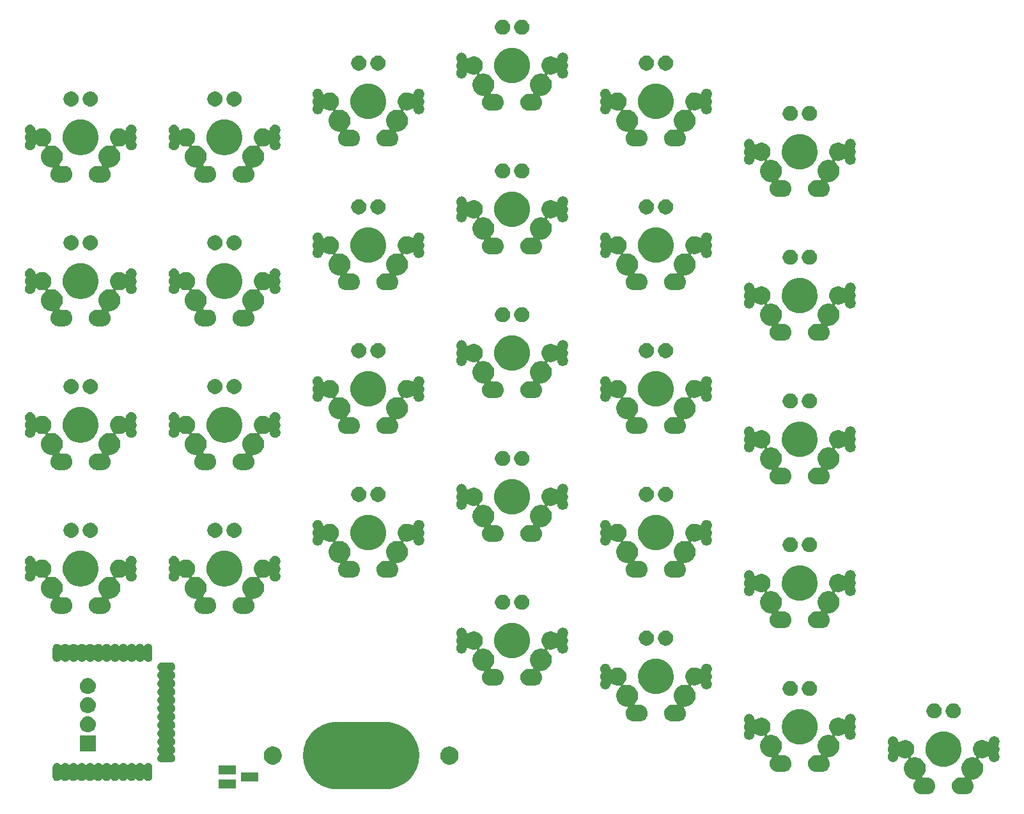
<source format=gts>
G04 #@! TF.GenerationSoftware,KiCad,Pcbnew,(5.0.1)-3*
G04 #@! TF.CreationDate,2018-11-01T21:26:11+07:00*
G04 #@! TF.ProjectId,atreus_split,6174726575735F73706C69742E6B6963,rev?*
G04 #@! TF.SameCoordinates,Original*
G04 #@! TF.FileFunction,Soldermask,Top*
G04 #@! TF.FilePolarity,Negative*
%FSLAX46Y46*%
G04 Gerber Fmt 4.6, Leading zero omitted, Abs format (unit mm)*
G04 Created by KiCad (PCBNEW (5.0.1)-3) date 01-Nov-18 21:26:11*
%MOMM*%
%LPD*%
G01*
G04 APERTURE LIST*
%ADD10C,0.100000*%
G04 APERTURE END LIST*
D10*
G36*
X159304183Y-117496900D02*
X159410831Y-117541076D01*
X159431574Y-117549668D01*
X159525240Y-117612253D01*
X159546225Y-117626275D01*
X159643725Y-117723775D01*
X159720332Y-117838426D01*
X159773100Y-117965817D01*
X159800000Y-118101055D01*
X159800000Y-118238945D01*
X159773100Y-118374183D01*
X159720333Y-118501573D01*
X159654196Y-118600554D01*
X159642645Y-118622164D01*
X159635532Y-118645614D01*
X159633130Y-118670000D01*
X159635532Y-118694386D01*
X159642645Y-118717835D01*
X159654195Y-118739444D01*
X159680824Y-118779298D01*
X159720333Y-118838427D01*
X159773100Y-118965817D01*
X159800000Y-119101055D01*
X159800000Y-119238945D01*
X159773100Y-119374183D01*
X159720333Y-119501573D01*
X159654196Y-119600554D01*
X159642645Y-119622164D01*
X159635532Y-119645614D01*
X159633130Y-119670000D01*
X159635532Y-119694386D01*
X159642645Y-119717835D01*
X159654195Y-119739444D01*
X159683636Y-119783506D01*
X159720333Y-119838427D01*
X159773100Y-119965817D01*
X159800000Y-120101055D01*
X159800000Y-120238945D01*
X159773100Y-120374183D01*
X159727378Y-120484563D01*
X159720332Y-120501574D01*
X159643726Y-120616224D01*
X159546224Y-120713726D01*
X159447104Y-120779955D01*
X159431574Y-120790332D01*
X159304183Y-120843100D01*
X159168945Y-120870000D01*
X159031055Y-120870000D01*
X158895817Y-120843100D01*
X158768426Y-120790332D01*
X158752896Y-120779955D01*
X158653776Y-120713726D01*
X158556274Y-120616224D01*
X158479668Y-120501574D01*
X158472622Y-120484563D01*
X158426900Y-120374183D01*
X158400000Y-120238945D01*
X158400000Y-120232362D01*
X158397598Y-120207976D01*
X158390485Y-120184527D01*
X158378934Y-120162916D01*
X158363388Y-120143974D01*
X158344446Y-120128428D01*
X158322835Y-120116877D01*
X158299386Y-120109764D01*
X158275000Y-120107362D01*
X158250614Y-120109764D01*
X158227165Y-120116877D01*
X158205554Y-120128428D01*
X158048412Y-120233427D01*
X157830026Y-120323885D01*
X157598191Y-120370000D01*
X157361810Y-120370000D01*
X157198822Y-120337579D01*
X157174434Y-120335177D01*
X157150048Y-120337579D01*
X157126599Y-120344692D01*
X157104988Y-120356243D01*
X157086046Y-120371788D01*
X157070500Y-120390730D01*
X157058949Y-120412341D01*
X157051836Y-120435790D01*
X157049434Y-120460177D01*
X157051836Y-120484563D01*
X157058949Y-120508012D01*
X157070500Y-120529623D01*
X157086045Y-120548565D01*
X157104987Y-120564110D01*
X157134322Y-120583711D01*
X157336287Y-120785676D01*
X157494973Y-121023167D01*
X157604278Y-121287053D01*
X157660000Y-121567186D01*
X157660000Y-121852814D01*
X157604278Y-122132947D01*
X157494973Y-122396833D01*
X157336287Y-122634324D01*
X157134324Y-122836287D01*
X156896833Y-122994973D01*
X156632947Y-123104278D01*
X156352814Y-123160000D01*
X156249520Y-123160000D01*
X156225134Y-123162402D01*
X156201685Y-123169515D01*
X156180074Y-123181066D01*
X156161132Y-123196612D01*
X156145586Y-123215554D01*
X156134035Y-123237165D01*
X156126922Y-123260614D01*
X156124520Y-123285000D01*
X156126922Y-123309386D01*
X156134035Y-123332835D01*
X156152891Y-123364296D01*
X156209042Y-123432716D01*
X156311184Y-123623812D01*
X156311185Y-123623814D01*
X156374084Y-123831161D01*
X156395322Y-124046800D01*
X156374084Y-124262439D01*
X156312637Y-124465000D01*
X156311184Y-124469788D01*
X156209042Y-124660884D01*
X156071581Y-124828381D01*
X155904084Y-124965842D01*
X155712988Y-125067984D01*
X155712986Y-125067985D01*
X155505639Y-125130884D01*
X155344038Y-125146800D01*
X154535962Y-125146800D01*
X154374361Y-125130884D01*
X154167014Y-125067985D01*
X154167012Y-125067984D01*
X153975916Y-124965842D01*
X153808419Y-124828381D01*
X153670958Y-124660884D01*
X153568816Y-124469788D01*
X153567364Y-124465000D01*
X153505916Y-124262439D01*
X153484678Y-124046800D01*
X153505916Y-123831161D01*
X153568815Y-123623814D01*
X153568816Y-123623812D01*
X153670958Y-123432716D01*
X153808419Y-123265219D01*
X153975916Y-123127758D01*
X154167012Y-123025616D01*
X154167014Y-123025615D01*
X154374361Y-122962716D01*
X154535962Y-122946800D01*
X155094413Y-122946800D01*
X155118799Y-122944398D01*
X155142248Y-122937285D01*
X155163859Y-122925734D01*
X155182801Y-122910188D01*
X155198347Y-122891246D01*
X155209898Y-122869635D01*
X155217011Y-122846186D01*
X155219413Y-122821800D01*
X155217011Y-122797414D01*
X155209898Y-122773965D01*
X155198347Y-122752354D01*
X155182801Y-122733412D01*
X155083713Y-122634324D01*
X154925027Y-122396833D01*
X154815722Y-122132947D01*
X154760000Y-121852814D01*
X154760000Y-121567186D01*
X154815722Y-121287053D01*
X154925027Y-121023167D01*
X155083713Y-120785676D01*
X155285676Y-120583713D01*
X155523167Y-120425027D01*
X155787053Y-120315722D01*
X156067186Y-120260000D01*
X156352814Y-120260000D01*
X156597942Y-120308759D01*
X156622328Y-120311161D01*
X156646714Y-120308759D01*
X156670163Y-120301646D01*
X156691774Y-120290095D01*
X156710716Y-120274549D01*
X156726262Y-120255607D01*
X156737813Y-120233996D01*
X156744926Y-120210547D01*
X156747328Y-120186161D01*
X156744926Y-120161775D01*
X156737813Y-120138326D01*
X156726262Y-120116715D01*
X156710716Y-120097773D01*
X156547901Y-119934958D01*
X156416573Y-119738412D01*
X156326115Y-119520026D01*
X156280000Y-119288191D01*
X156280000Y-119051809D01*
X156326115Y-118819974D01*
X156416573Y-118601588D01*
X156547901Y-118405042D01*
X156715042Y-118237901D01*
X156911588Y-118106573D01*
X157129974Y-118016115D01*
X157361809Y-117970000D01*
X157598191Y-117970000D01*
X157830026Y-118016115D01*
X158048412Y-118106573D01*
X158205554Y-118211572D01*
X158227164Y-118223123D01*
X158250614Y-118230236D01*
X158275000Y-118232638D01*
X158299386Y-118230236D01*
X158322835Y-118223123D01*
X158344446Y-118211572D01*
X158363388Y-118196026D01*
X158378934Y-118177084D01*
X158390485Y-118155474D01*
X158397598Y-118132024D01*
X158400000Y-118107638D01*
X158400000Y-118101055D01*
X158426900Y-117965817D01*
X158479668Y-117838426D01*
X158556275Y-117723775D01*
X158653775Y-117626275D01*
X158674761Y-117612253D01*
X158768426Y-117549668D01*
X158789169Y-117541076D01*
X158895817Y-117496900D01*
X159031055Y-117470000D01*
X159168945Y-117470000D01*
X159304183Y-117496900D01*
X159304183Y-117496900D01*
G37*
G36*
X145904183Y-117496900D02*
X146010831Y-117541076D01*
X146031574Y-117549668D01*
X146125240Y-117612253D01*
X146146225Y-117626275D01*
X146243725Y-117723775D01*
X146320332Y-117838426D01*
X146373100Y-117965817D01*
X146400000Y-118101055D01*
X146400000Y-118107638D01*
X146402402Y-118132024D01*
X146409515Y-118155473D01*
X146421066Y-118177084D01*
X146436612Y-118196026D01*
X146455554Y-118211572D01*
X146477165Y-118223123D01*
X146500614Y-118230236D01*
X146525000Y-118232638D01*
X146549386Y-118230236D01*
X146572835Y-118223123D01*
X146594446Y-118211572D01*
X146751588Y-118106573D01*
X146969974Y-118016115D01*
X147201809Y-117970000D01*
X147438191Y-117970000D01*
X147670026Y-118016115D01*
X147888412Y-118106573D01*
X148084958Y-118237901D01*
X148252099Y-118405042D01*
X148383427Y-118601588D01*
X148473885Y-118819974D01*
X148520000Y-119051809D01*
X148520000Y-119288191D01*
X148473885Y-119520026D01*
X148383427Y-119738412D01*
X148252099Y-119934958D01*
X148089284Y-120097773D01*
X148073738Y-120116715D01*
X148062187Y-120138326D01*
X148055074Y-120161775D01*
X148052672Y-120186161D01*
X148055074Y-120210547D01*
X148062187Y-120233996D01*
X148073738Y-120255607D01*
X148089284Y-120274549D01*
X148108226Y-120290095D01*
X148129837Y-120301646D01*
X148153286Y-120308759D01*
X148177672Y-120311161D01*
X148202058Y-120308759D01*
X148447186Y-120260000D01*
X148732814Y-120260000D01*
X149012947Y-120315722D01*
X149276833Y-120425027D01*
X149514324Y-120583713D01*
X149716287Y-120785676D01*
X149874973Y-121023167D01*
X149984278Y-121287053D01*
X150040000Y-121567186D01*
X150040000Y-121852814D01*
X149984278Y-122132947D01*
X149874973Y-122396833D01*
X149716287Y-122634324D01*
X149617199Y-122733412D01*
X149601653Y-122752354D01*
X149590102Y-122773965D01*
X149582989Y-122797414D01*
X149580587Y-122821800D01*
X149582989Y-122846186D01*
X149590102Y-122869635D01*
X149601653Y-122891246D01*
X149617199Y-122910188D01*
X149636141Y-122925734D01*
X149657752Y-122937285D01*
X149681201Y-122944398D01*
X149705587Y-122946800D01*
X150264038Y-122946800D01*
X150425639Y-122962716D01*
X150632986Y-123025615D01*
X150632988Y-123025616D01*
X150824084Y-123127758D01*
X150991581Y-123265219D01*
X151129042Y-123432716D01*
X151231184Y-123623812D01*
X151231185Y-123623814D01*
X151294084Y-123831161D01*
X151315322Y-124046800D01*
X151294084Y-124262439D01*
X151232637Y-124465000D01*
X151231184Y-124469788D01*
X151129042Y-124660884D01*
X150991581Y-124828381D01*
X150824084Y-124965842D01*
X150632988Y-125067984D01*
X150632986Y-125067985D01*
X150425639Y-125130884D01*
X150264038Y-125146800D01*
X149455962Y-125146800D01*
X149294361Y-125130884D01*
X149087014Y-125067985D01*
X149087012Y-125067984D01*
X148895916Y-124965842D01*
X148728419Y-124828381D01*
X148590958Y-124660884D01*
X148488816Y-124469788D01*
X148487364Y-124465000D01*
X148425916Y-124262439D01*
X148404678Y-124046800D01*
X148425916Y-123831161D01*
X148488815Y-123623814D01*
X148488816Y-123623812D01*
X148590958Y-123432716D01*
X148647110Y-123364294D01*
X148660721Y-123343924D01*
X148670098Y-123321285D01*
X148674878Y-123297251D01*
X148674878Y-123272747D01*
X148670097Y-123248714D01*
X148660720Y-123226075D01*
X148647106Y-123205700D01*
X148629779Y-123188373D01*
X148609404Y-123174759D01*
X148586765Y-123165382D01*
X148550480Y-123160000D01*
X148447186Y-123160000D01*
X148167053Y-123104278D01*
X147903167Y-122994973D01*
X147665676Y-122836287D01*
X147463713Y-122634324D01*
X147305027Y-122396833D01*
X147195722Y-122132947D01*
X147140000Y-121852814D01*
X147140000Y-121567186D01*
X147195722Y-121287053D01*
X147305027Y-121023167D01*
X147463713Y-120785676D01*
X147665678Y-120583711D01*
X147695013Y-120564110D01*
X147713955Y-120548565D01*
X147729500Y-120529623D01*
X147741051Y-120508012D01*
X147748164Y-120484563D01*
X147750566Y-120460177D01*
X147748164Y-120435790D01*
X147741051Y-120412341D01*
X147729499Y-120390730D01*
X147713954Y-120371788D01*
X147695012Y-120356243D01*
X147673401Y-120344692D01*
X147649952Y-120337579D01*
X147625566Y-120335177D01*
X147601179Y-120337579D01*
X147438190Y-120370000D01*
X147201809Y-120370000D01*
X146969974Y-120323885D01*
X146751588Y-120233427D01*
X146594446Y-120128428D01*
X146572836Y-120116877D01*
X146549386Y-120109764D01*
X146525000Y-120107362D01*
X146500614Y-120109764D01*
X146477165Y-120116877D01*
X146455554Y-120128428D01*
X146436612Y-120143974D01*
X146421066Y-120162916D01*
X146409515Y-120184526D01*
X146402402Y-120207976D01*
X146400000Y-120232362D01*
X146400000Y-120238945D01*
X146373100Y-120374183D01*
X146327378Y-120484563D01*
X146320332Y-120501574D01*
X146243726Y-120616224D01*
X146146224Y-120713726D01*
X146047104Y-120779955D01*
X146031574Y-120790332D01*
X145904183Y-120843100D01*
X145768945Y-120870000D01*
X145631055Y-120870000D01*
X145495817Y-120843100D01*
X145368426Y-120790332D01*
X145352896Y-120779955D01*
X145253776Y-120713726D01*
X145156274Y-120616224D01*
X145079668Y-120501574D01*
X145072622Y-120484563D01*
X145026900Y-120374183D01*
X145000000Y-120238945D01*
X145000000Y-120101055D01*
X145026900Y-119965817D01*
X145079667Y-119838427D01*
X145116364Y-119783506D01*
X145145805Y-119739444D01*
X145157355Y-119717836D01*
X145164468Y-119694386D01*
X145166870Y-119670000D01*
X145164468Y-119645614D01*
X145157355Y-119622165D01*
X145145804Y-119600554D01*
X145079667Y-119501573D01*
X145026900Y-119374183D01*
X145000000Y-119238945D01*
X145000000Y-119101055D01*
X145026900Y-118965817D01*
X145079667Y-118838427D01*
X145119176Y-118779298D01*
X145145805Y-118739444D01*
X145157355Y-118717836D01*
X145164468Y-118694386D01*
X145166870Y-118670000D01*
X145164468Y-118645614D01*
X145157355Y-118622165D01*
X145145804Y-118600554D01*
X145079667Y-118501573D01*
X145026900Y-118374183D01*
X145000000Y-118238945D01*
X145000000Y-118101055D01*
X145026900Y-117965817D01*
X145079668Y-117838426D01*
X145156275Y-117723775D01*
X145253775Y-117626275D01*
X145274761Y-117612253D01*
X145368426Y-117549668D01*
X145389169Y-117541076D01*
X145495817Y-117496900D01*
X145631055Y-117470000D01*
X145768945Y-117470000D01*
X145904183Y-117496900D01*
X145904183Y-117496900D01*
G37*
G36*
X78977606Y-115590755D02*
X79369852Y-115629388D01*
X80208681Y-115883844D01*
X80981750Y-116297058D01*
X81659350Y-116853150D01*
X82215442Y-117530750D01*
X82488809Y-118042183D01*
X82604069Y-118257819D01*
X82628656Y-118303819D01*
X82883112Y-119142648D01*
X82969031Y-120015000D01*
X82883112Y-120887352D01*
X82628656Y-121726181D01*
X82215442Y-122499250D01*
X81659350Y-123176850D01*
X80981750Y-123732942D01*
X80208681Y-124146156D01*
X79369852Y-124400612D01*
X78977606Y-124439245D01*
X78716110Y-124465000D01*
X71778890Y-124465000D01*
X71517394Y-124439245D01*
X71125148Y-124400612D01*
X70286319Y-124146156D01*
X69513250Y-123732942D01*
X68835650Y-123176850D01*
X68279558Y-122499250D01*
X67866344Y-121726181D01*
X67611888Y-120887352D01*
X67525969Y-120015000D01*
X67611888Y-119142648D01*
X67866344Y-118303819D01*
X67890932Y-118257819D01*
X68006191Y-118042183D01*
X68279558Y-117530750D01*
X68835650Y-116853150D01*
X69513250Y-116297058D01*
X70286319Y-115883844D01*
X71125148Y-115629388D01*
X71517394Y-115590755D01*
X71778890Y-115565000D01*
X78716110Y-115565000D01*
X78977606Y-115590755D01*
X78977606Y-115590755D01*
G37*
G36*
X58650000Y-124400000D02*
X56350000Y-124400000D01*
X56350000Y-123200000D01*
X58650000Y-123200000D01*
X58650000Y-124400000D01*
X58650000Y-124400000D01*
G37*
G36*
X61650000Y-123450000D02*
X59350000Y-123450000D01*
X59350000Y-122250000D01*
X61650000Y-122250000D01*
X61650000Y-123450000D01*
X61650000Y-123450000D01*
G37*
G36*
X35060318Y-121007958D02*
X35137017Y-121031225D01*
X35163997Y-121039409D01*
X35259538Y-121090476D01*
X35259541Y-121090478D01*
X35259542Y-121090479D01*
X35343290Y-121159210D01*
X35405879Y-121235474D01*
X35423202Y-121252796D01*
X35443576Y-121266410D01*
X35466215Y-121275787D01*
X35490249Y-121280567D01*
X35514753Y-121280567D01*
X35538787Y-121275786D01*
X35561426Y-121266409D01*
X35581800Y-121252795D01*
X35599121Y-121235474D01*
X35661710Y-121159210D01*
X35688179Y-121137487D01*
X35745458Y-121090478D01*
X35841002Y-121039409D01*
X35867982Y-121031225D01*
X35944681Y-121007958D01*
X36016560Y-121000879D01*
X36052499Y-120997339D01*
X36052500Y-120997339D01*
X36160318Y-121007958D01*
X36237017Y-121031225D01*
X36263997Y-121039409D01*
X36359538Y-121090476D01*
X36359541Y-121090478D01*
X36359542Y-121090479D01*
X36443290Y-121159210D01*
X36505879Y-121235474D01*
X36523202Y-121252796D01*
X36543576Y-121266410D01*
X36566215Y-121275787D01*
X36590249Y-121280567D01*
X36614753Y-121280567D01*
X36638787Y-121275786D01*
X36661426Y-121266409D01*
X36681800Y-121252795D01*
X36699121Y-121235474D01*
X36761710Y-121159210D01*
X36788179Y-121137487D01*
X36845458Y-121090478D01*
X36941002Y-121039409D01*
X36967982Y-121031225D01*
X37044681Y-121007958D01*
X37116560Y-121000879D01*
X37152499Y-120997339D01*
X37152500Y-120997339D01*
X37260318Y-121007958D01*
X37337017Y-121031225D01*
X37363997Y-121039409D01*
X37459538Y-121090476D01*
X37459541Y-121090478D01*
X37459542Y-121090479D01*
X37543290Y-121159210D01*
X37605879Y-121235474D01*
X37623202Y-121252796D01*
X37643576Y-121266410D01*
X37666215Y-121275787D01*
X37690249Y-121280567D01*
X37714753Y-121280567D01*
X37738787Y-121275786D01*
X37761426Y-121266409D01*
X37781800Y-121252795D01*
X37799121Y-121235474D01*
X37861710Y-121159210D01*
X37888179Y-121137487D01*
X37945458Y-121090478D01*
X38041002Y-121039409D01*
X38067982Y-121031225D01*
X38144681Y-121007958D01*
X38216560Y-121000879D01*
X38252499Y-120997339D01*
X38252500Y-120997339D01*
X38360318Y-121007958D01*
X38437017Y-121031225D01*
X38463997Y-121039409D01*
X38559538Y-121090476D01*
X38559541Y-121090478D01*
X38559542Y-121090479D01*
X38643290Y-121159210D01*
X38705879Y-121235474D01*
X38723202Y-121252796D01*
X38743576Y-121266410D01*
X38766215Y-121275787D01*
X38790249Y-121280567D01*
X38814753Y-121280567D01*
X38838787Y-121275786D01*
X38861426Y-121266409D01*
X38881800Y-121252795D01*
X38899121Y-121235474D01*
X38961710Y-121159210D01*
X38988179Y-121137487D01*
X39045458Y-121090478D01*
X39141002Y-121039409D01*
X39167982Y-121031225D01*
X39244681Y-121007958D01*
X39316560Y-121000879D01*
X39352499Y-120997339D01*
X39352500Y-120997339D01*
X39460318Y-121007958D01*
X39537017Y-121031225D01*
X39563997Y-121039409D01*
X39659538Y-121090476D01*
X39659541Y-121090478D01*
X39659542Y-121090479D01*
X39743290Y-121159210D01*
X39805879Y-121235474D01*
X39823202Y-121252796D01*
X39843576Y-121266410D01*
X39866215Y-121275787D01*
X39890249Y-121280567D01*
X39914753Y-121280567D01*
X39938787Y-121275786D01*
X39961426Y-121266409D01*
X39981800Y-121252795D01*
X39999121Y-121235474D01*
X40061710Y-121159210D01*
X40088179Y-121137487D01*
X40145458Y-121090478D01*
X40241002Y-121039409D01*
X40267982Y-121031225D01*
X40344681Y-121007958D01*
X40416560Y-121000879D01*
X40452499Y-120997339D01*
X40452500Y-120997339D01*
X40560318Y-121007958D01*
X40637017Y-121031225D01*
X40663997Y-121039409D01*
X40759538Y-121090476D01*
X40759541Y-121090478D01*
X40759542Y-121090479D01*
X40843290Y-121159210D01*
X40905879Y-121235474D01*
X40923202Y-121252796D01*
X40943576Y-121266410D01*
X40966215Y-121275787D01*
X40990249Y-121280567D01*
X41014753Y-121280567D01*
X41038787Y-121275786D01*
X41061426Y-121266409D01*
X41081800Y-121252795D01*
X41099121Y-121235474D01*
X41161710Y-121159210D01*
X41188179Y-121137487D01*
X41245458Y-121090478D01*
X41341002Y-121039409D01*
X41367982Y-121031225D01*
X41444681Y-121007958D01*
X41516560Y-121000879D01*
X41552499Y-120997339D01*
X41552500Y-120997339D01*
X41660318Y-121007958D01*
X41737017Y-121031225D01*
X41763997Y-121039409D01*
X41859538Y-121090476D01*
X41859541Y-121090478D01*
X41859542Y-121090479D01*
X41943290Y-121159210D01*
X42005879Y-121235474D01*
X42023202Y-121252796D01*
X42043576Y-121266410D01*
X42066215Y-121275787D01*
X42090249Y-121280567D01*
X42114753Y-121280567D01*
X42138787Y-121275786D01*
X42161426Y-121266409D01*
X42181800Y-121252795D01*
X42199121Y-121235474D01*
X42261710Y-121159210D01*
X42288179Y-121137487D01*
X42345458Y-121090478D01*
X42441002Y-121039409D01*
X42467982Y-121031225D01*
X42544681Y-121007958D01*
X42616560Y-121000879D01*
X42652499Y-120997339D01*
X42652500Y-120997339D01*
X42760318Y-121007958D01*
X42837017Y-121031225D01*
X42863997Y-121039409D01*
X42959538Y-121090476D01*
X42959541Y-121090478D01*
X42959542Y-121090479D01*
X43043290Y-121159210D01*
X43105879Y-121235474D01*
X43123202Y-121252796D01*
X43143576Y-121266410D01*
X43166215Y-121275787D01*
X43190249Y-121280567D01*
X43214753Y-121280567D01*
X43238787Y-121275786D01*
X43261426Y-121266409D01*
X43281800Y-121252795D01*
X43299121Y-121235474D01*
X43361710Y-121159210D01*
X43388179Y-121137487D01*
X43445458Y-121090478D01*
X43541002Y-121039409D01*
X43567982Y-121031225D01*
X43644681Y-121007958D01*
X43716560Y-121000879D01*
X43752499Y-120997339D01*
X43752500Y-120997339D01*
X43860318Y-121007958D01*
X43937017Y-121031225D01*
X43963997Y-121039409D01*
X44059538Y-121090476D01*
X44059541Y-121090478D01*
X44059542Y-121090479D01*
X44143290Y-121159210D01*
X44205879Y-121235474D01*
X44223202Y-121252796D01*
X44243576Y-121266410D01*
X44266215Y-121275787D01*
X44290249Y-121280567D01*
X44314753Y-121280567D01*
X44338787Y-121275786D01*
X44361426Y-121266409D01*
X44381800Y-121252795D01*
X44399121Y-121235474D01*
X44461710Y-121159210D01*
X44488179Y-121137487D01*
X44545458Y-121090478D01*
X44641002Y-121039409D01*
X44667982Y-121031225D01*
X44744681Y-121007958D01*
X44816560Y-121000879D01*
X44852499Y-120997339D01*
X44852500Y-120997339D01*
X44960318Y-121007958D01*
X45037017Y-121031225D01*
X45063997Y-121039409D01*
X45159538Y-121090476D01*
X45159541Y-121090478D01*
X45159542Y-121090479D01*
X45243290Y-121159210D01*
X45305879Y-121235474D01*
X45323202Y-121252796D01*
X45343576Y-121266410D01*
X45366215Y-121275787D01*
X45390249Y-121280567D01*
X45414753Y-121280567D01*
X45438787Y-121275786D01*
X45461426Y-121266409D01*
X45481800Y-121252795D01*
X45499121Y-121235474D01*
X45561710Y-121159210D01*
X45588179Y-121137487D01*
X45645458Y-121090478D01*
X45741002Y-121039409D01*
X45767982Y-121031225D01*
X45844681Y-121007958D01*
X45916560Y-121000879D01*
X45952499Y-120997339D01*
X45952500Y-120997339D01*
X46060318Y-121007958D01*
X46137017Y-121031225D01*
X46163997Y-121039409D01*
X46259538Y-121090476D01*
X46259541Y-121090478D01*
X46259542Y-121090479D01*
X46343290Y-121159210D01*
X46405879Y-121235474D01*
X46423202Y-121252796D01*
X46443576Y-121266410D01*
X46466215Y-121275787D01*
X46490249Y-121280567D01*
X46514753Y-121280567D01*
X46538787Y-121275786D01*
X46561426Y-121266409D01*
X46581800Y-121252795D01*
X46599121Y-121235474D01*
X46661710Y-121159210D01*
X46688179Y-121137487D01*
X46745458Y-121090478D01*
X46841002Y-121039409D01*
X46867982Y-121031225D01*
X46944681Y-121007958D01*
X47016560Y-121000879D01*
X47052499Y-120997339D01*
X47052500Y-120997339D01*
X47160318Y-121007958D01*
X47237017Y-121031225D01*
X47263997Y-121039409D01*
X47359538Y-121090476D01*
X47359541Y-121090478D01*
X47359542Y-121090479D01*
X47443290Y-121159210D01*
X47443292Y-121159213D01*
X47512022Y-121242958D01*
X47563091Y-121338502D01*
X47571275Y-121365482D01*
X47594542Y-121442181D01*
X47602500Y-121522982D01*
X47602500Y-122877018D01*
X47594542Y-122957819D01*
X47593056Y-122962716D01*
X47563091Y-123061498D01*
X47512024Y-123157039D01*
X47443290Y-123240790D01*
X47359539Y-123309524D01*
X47263998Y-123360591D01*
X47251774Y-123364299D01*
X47160319Y-123392042D01*
X47088440Y-123399121D01*
X47052501Y-123402661D01*
X47052500Y-123402661D01*
X46944682Y-123392042D01*
X46853227Y-123364299D01*
X46841003Y-123360591D01*
X46745462Y-123309524D01*
X46695210Y-123268282D01*
X46661711Y-123240790D01*
X46649635Y-123226075D01*
X46599127Y-123164532D01*
X46581800Y-123147205D01*
X46561425Y-123133591D01*
X46538786Y-123124213D01*
X46514753Y-123119433D01*
X46490249Y-123119433D01*
X46466215Y-123124214D01*
X46443576Y-123133591D01*
X46423202Y-123147205D01*
X46405875Y-123164531D01*
X46343290Y-123240790D01*
X46259539Y-123309524D01*
X46163998Y-123360591D01*
X46151774Y-123364299D01*
X46060319Y-123392042D01*
X45988440Y-123399121D01*
X45952501Y-123402661D01*
X45952500Y-123402661D01*
X45844682Y-123392042D01*
X45753227Y-123364299D01*
X45741003Y-123360591D01*
X45645462Y-123309524D01*
X45595210Y-123268282D01*
X45561711Y-123240790D01*
X45549635Y-123226075D01*
X45499127Y-123164532D01*
X45481800Y-123147205D01*
X45461425Y-123133591D01*
X45438786Y-123124213D01*
X45414753Y-123119433D01*
X45390249Y-123119433D01*
X45366215Y-123124214D01*
X45343576Y-123133591D01*
X45323202Y-123147205D01*
X45305875Y-123164531D01*
X45243290Y-123240790D01*
X45159539Y-123309524D01*
X45063998Y-123360591D01*
X45051774Y-123364299D01*
X44960319Y-123392042D01*
X44888440Y-123399121D01*
X44852501Y-123402661D01*
X44852500Y-123402661D01*
X44744682Y-123392042D01*
X44653227Y-123364299D01*
X44641003Y-123360591D01*
X44545462Y-123309524D01*
X44495210Y-123268282D01*
X44461711Y-123240790D01*
X44449635Y-123226075D01*
X44399127Y-123164532D01*
X44381800Y-123147205D01*
X44361425Y-123133591D01*
X44338786Y-123124213D01*
X44314753Y-123119433D01*
X44290249Y-123119433D01*
X44266215Y-123124214D01*
X44243576Y-123133591D01*
X44223202Y-123147205D01*
X44205875Y-123164531D01*
X44143290Y-123240790D01*
X44059539Y-123309524D01*
X43963998Y-123360591D01*
X43951774Y-123364299D01*
X43860319Y-123392042D01*
X43788440Y-123399121D01*
X43752501Y-123402661D01*
X43752500Y-123402661D01*
X43644682Y-123392042D01*
X43553227Y-123364299D01*
X43541003Y-123360591D01*
X43445462Y-123309524D01*
X43395210Y-123268282D01*
X43361711Y-123240790D01*
X43349635Y-123226075D01*
X43299127Y-123164532D01*
X43281800Y-123147205D01*
X43261425Y-123133591D01*
X43238786Y-123124213D01*
X43214753Y-123119433D01*
X43190249Y-123119433D01*
X43166215Y-123124214D01*
X43143576Y-123133591D01*
X43123202Y-123147205D01*
X43105875Y-123164531D01*
X43043290Y-123240790D01*
X42959539Y-123309524D01*
X42863998Y-123360591D01*
X42851774Y-123364299D01*
X42760319Y-123392042D01*
X42688440Y-123399121D01*
X42652501Y-123402661D01*
X42652500Y-123402661D01*
X42544682Y-123392042D01*
X42453227Y-123364299D01*
X42441003Y-123360591D01*
X42345462Y-123309524D01*
X42295210Y-123268282D01*
X42261711Y-123240790D01*
X42249635Y-123226075D01*
X42199127Y-123164532D01*
X42181800Y-123147205D01*
X42161425Y-123133591D01*
X42138786Y-123124213D01*
X42114753Y-123119433D01*
X42090249Y-123119433D01*
X42066215Y-123124214D01*
X42043576Y-123133591D01*
X42023202Y-123147205D01*
X42005875Y-123164531D01*
X41943290Y-123240790D01*
X41859539Y-123309524D01*
X41763998Y-123360591D01*
X41751774Y-123364299D01*
X41660319Y-123392042D01*
X41588440Y-123399121D01*
X41552501Y-123402661D01*
X41552500Y-123402661D01*
X41444682Y-123392042D01*
X41353227Y-123364299D01*
X41341003Y-123360591D01*
X41245462Y-123309524D01*
X41195210Y-123268282D01*
X41161711Y-123240790D01*
X41149635Y-123226075D01*
X41099127Y-123164532D01*
X41081800Y-123147205D01*
X41061425Y-123133591D01*
X41038786Y-123124213D01*
X41014753Y-123119433D01*
X40990249Y-123119433D01*
X40966215Y-123124214D01*
X40943576Y-123133591D01*
X40923202Y-123147205D01*
X40905875Y-123164531D01*
X40843290Y-123240790D01*
X40759539Y-123309524D01*
X40663998Y-123360591D01*
X40651774Y-123364299D01*
X40560319Y-123392042D01*
X40488440Y-123399121D01*
X40452501Y-123402661D01*
X40452500Y-123402661D01*
X40344682Y-123392042D01*
X40253227Y-123364299D01*
X40241003Y-123360591D01*
X40145462Y-123309524D01*
X40095210Y-123268282D01*
X40061711Y-123240790D01*
X40049635Y-123226075D01*
X39999127Y-123164532D01*
X39981800Y-123147205D01*
X39961425Y-123133591D01*
X39938786Y-123124213D01*
X39914753Y-123119433D01*
X39890249Y-123119433D01*
X39866215Y-123124214D01*
X39843576Y-123133591D01*
X39823202Y-123147205D01*
X39805875Y-123164531D01*
X39743290Y-123240790D01*
X39659539Y-123309524D01*
X39563998Y-123360591D01*
X39551774Y-123364299D01*
X39460319Y-123392042D01*
X39388440Y-123399121D01*
X39352501Y-123402661D01*
X39352500Y-123402661D01*
X39244682Y-123392042D01*
X39153227Y-123364299D01*
X39141003Y-123360591D01*
X39045462Y-123309524D01*
X38995210Y-123268282D01*
X38961711Y-123240790D01*
X38949635Y-123226075D01*
X38899127Y-123164532D01*
X38881800Y-123147205D01*
X38861425Y-123133591D01*
X38838786Y-123124213D01*
X38814753Y-123119433D01*
X38790249Y-123119433D01*
X38766215Y-123124214D01*
X38743576Y-123133591D01*
X38723202Y-123147205D01*
X38705875Y-123164531D01*
X38643290Y-123240790D01*
X38559539Y-123309524D01*
X38463998Y-123360591D01*
X38451774Y-123364299D01*
X38360319Y-123392042D01*
X38288440Y-123399121D01*
X38252501Y-123402661D01*
X38252500Y-123402661D01*
X38144682Y-123392042D01*
X38053227Y-123364299D01*
X38041003Y-123360591D01*
X37945462Y-123309524D01*
X37895210Y-123268282D01*
X37861711Y-123240790D01*
X37849635Y-123226075D01*
X37799127Y-123164532D01*
X37781800Y-123147205D01*
X37761425Y-123133591D01*
X37738786Y-123124213D01*
X37714753Y-123119433D01*
X37690249Y-123119433D01*
X37666215Y-123124214D01*
X37643576Y-123133591D01*
X37623202Y-123147205D01*
X37605875Y-123164531D01*
X37543290Y-123240790D01*
X37459539Y-123309524D01*
X37363998Y-123360591D01*
X37351774Y-123364299D01*
X37260319Y-123392042D01*
X37188440Y-123399121D01*
X37152501Y-123402661D01*
X37152500Y-123402661D01*
X37044682Y-123392042D01*
X36953227Y-123364299D01*
X36941003Y-123360591D01*
X36845462Y-123309524D01*
X36795210Y-123268282D01*
X36761711Y-123240790D01*
X36749635Y-123226075D01*
X36699127Y-123164532D01*
X36681800Y-123147205D01*
X36661425Y-123133591D01*
X36638786Y-123124213D01*
X36614753Y-123119433D01*
X36590249Y-123119433D01*
X36566215Y-123124214D01*
X36543576Y-123133591D01*
X36523202Y-123147205D01*
X36505875Y-123164531D01*
X36443290Y-123240790D01*
X36359539Y-123309524D01*
X36263998Y-123360591D01*
X36251774Y-123364299D01*
X36160319Y-123392042D01*
X36088440Y-123399121D01*
X36052501Y-123402661D01*
X36052500Y-123402661D01*
X35944682Y-123392042D01*
X35853227Y-123364299D01*
X35841003Y-123360591D01*
X35745462Y-123309524D01*
X35695210Y-123268282D01*
X35661711Y-123240790D01*
X35649635Y-123226075D01*
X35599127Y-123164532D01*
X35581800Y-123147205D01*
X35561425Y-123133591D01*
X35538786Y-123124213D01*
X35514753Y-123119433D01*
X35490249Y-123119433D01*
X35466215Y-123124214D01*
X35443576Y-123133591D01*
X35423202Y-123147205D01*
X35405875Y-123164531D01*
X35343290Y-123240790D01*
X35259539Y-123309524D01*
X35163998Y-123360591D01*
X35151774Y-123364299D01*
X35060319Y-123392042D01*
X34988440Y-123399121D01*
X34952501Y-123402661D01*
X34952500Y-123402661D01*
X34844682Y-123392042D01*
X34753227Y-123364299D01*
X34741003Y-123360591D01*
X34645462Y-123309524D01*
X34561711Y-123240790D01*
X34492977Y-123157039D01*
X34441910Y-123061498D01*
X34411945Y-122962716D01*
X34410459Y-122957819D01*
X34402501Y-122877018D01*
X34402500Y-121522983D01*
X34410458Y-121442182D01*
X34441908Y-121338507D01*
X34441909Y-121338503D01*
X34492976Y-121242962D01*
X34492979Y-121242958D01*
X34561710Y-121159210D01*
X34588179Y-121137487D01*
X34645458Y-121090478D01*
X34741002Y-121039409D01*
X34767982Y-121031225D01*
X34844681Y-121007958D01*
X34916560Y-121000879D01*
X34952499Y-120997339D01*
X34952500Y-120997339D01*
X35060318Y-121007958D01*
X35060318Y-121007958D01*
G37*
G36*
X58650000Y-122500000D02*
X56350000Y-122500000D01*
X56350000Y-121300000D01*
X58650000Y-121300000D01*
X58650000Y-122500000D01*
X58650000Y-122500000D01*
G37*
G36*
X126854183Y-114531900D02*
X126981574Y-114584668D01*
X127096224Y-114661274D01*
X127193726Y-114758776D01*
X127246327Y-114837500D01*
X127270332Y-114873426D01*
X127323100Y-115000817D01*
X127350000Y-115136055D01*
X127350000Y-115142638D01*
X127352402Y-115167024D01*
X127359515Y-115190473D01*
X127371066Y-115212084D01*
X127386612Y-115231026D01*
X127405554Y-115246572D01*
X127427165Y-115258123D01*
X127450614Y-115265236D01*
X127475000Y-115267638D01*
X127499386Y-115265236D01*
X127522835Y-115258123D01*
X127544446Y-115246572D01*
X127701588Y-115141573D01*
X127919974Y-115051115D01*
X128151809Y-115005000D01*
X128388191Y-115005000D01*
X128620026Y-115051115D01*
X128838412Y-115141573D01*
X129034958Y-115272901D01*
X129202099Y-115440042D01*
X129333427Y-115636588D01*
X129423885Y-115854974D01*
X129470000Y-116086809D01*
X129470000Y-116323191D01*
X129423885Y-116555026D01*
X129333427Y-116773412D01*
X129202099Y-116969958D01*
X129039284Y-117132773D01*
X129023738Y-117151715D01*
X129012187Y-117173326D01*
X129005074Y-117196775D01*
X129002672Y-117221161D01*
X129005074Y-117245547D01*
X129012187Y-117268996D01*
X129023738Y-117290607D01*
X129039284Y-117309549D01*
X129058226Y-117325095D01*
X129079837Y-117336646D01*
X129103286Y-117343759D01*
X129127672Y-117346161D01*
X129152058Y-117343759D01*
X129397186Y-117295000D01*
X129682814Y-117295000D01*
X129962947Y-117350722D01*
X130226833Y-117460027D01*
X130464324Y-117618713D01*
X130666287Y-117820676D01*
X130824973Y-118058167D01*
X130934278Y-118322053D01*
X130990000Y-118602186D01*
X130990000Y-118887814D01*
X130934278Y-119167947D01*
X130824973Y-119431833D01*
X130666287Y-119669324D01*
X130567199Y-119768412D01*
X130551653Y-119787354D01*
X130540102Y-119808965D01*
X130532989Y-119832414D01*
X130530587Y-119856800D01*
X130532989Y-119881186D01*
X130540102Y-119904635D01*
X130551653Y-119926246D01*
X130567199Y-119945188D01*
X130586141Y-119960734D01*
X130607752Y-119972285D01*
X130631201Y-119979398D01*
X130655587Y-119981800D01*
X131214038Y-119981800D01*
X131375639Y-119997716D01*
X131582986Y-120060615D01*
X131582988Y-120060616D01*
X131774084Y-120162758D01*
X131941581Y-120300219D01*
X132079042Y-120467716D01*
X132141042Y-120583711D01*
X132181185Y-120658814D01*
X132244084Y-120866161D01*
X132265322Y-121081800D01*
X132244084Y-121297439D01*
X132200176Y-121442183D01*
X132181184Y-121504788D01*
X132079042Y-121695884D01*
X131941581Y-121863381D01*
X131774084Y-122000842D01*
X131582988Y-122102984D01*
X131582986Y-122102985D01*
X131375639Y-122165884D01*
X131214038Y-122181800D01*
X130405962Y-122181800D01*
X130244361Y-122165884D01*
X130037014Y-122102985D01*
X130037012Y-122102984D01*
X129845916Y-122000842D01*
X129678419Y-121863381D01*
X129540958Y-121695884D01*
X129438816Y-121504788D01*
X129419825Y-121442183D01*
X129375916Y-121297439D01*
X129354678Y-121081800D01*
X129375916Y-120866161D01*
X129438815Y-120658814D01*
X129478958Y-120583711D01*
X129540958Y-120467716D01*
X129597110Y-120399294D01*
X129610721Y-120378924D01*
X129620098Y-120356285D01*
X129624878Y-120332251D01*
X129624878Y-120307747D01*
X129620097Y-120283714D01*
X129610720Y-120261075D01*
X129597106Y-120240700D01*
X129579779Y-120223373D01*
X129559404Y-120209759D01*
X129536765Y-120200382D01*
X129500480Y-120195000D01*
X129397186Y-120195000D01*
X129117053Y-120139278D01*
X128853167Y-120029973D01*
X128615676Y-119871287D01*
X128413713Y-119669324D01*
X128255027Y-119431833D01*
X128145722Y-119167947D01*
X128090000Y-118887814D01*
X128090000Y-118602186D01*
X128145722Y-118322053D01*
X128255027Y-118058167D01*
X128413713Y-117820676D01*
X128615678Y-117618711D01*
X128645013Y-117599110D01*
X128663955Y-117583565D01*
X128679500Y-117564623D01*
X128691051Y-117543012D01*
X128698164Y-117519563D01*
X128700566Y-117495177D01*
X128698164Y-117470790D01*
X128691051Y-117447341D01*
X128679499Y-117425730D01*
X128663954Y-117406788D01*
X128645012Y-117391243D01*
X128623401Y-117379692D01*
X128599952Y-117372579D01*
X128575566Y-117370177D01*
X128551179Y-117372579D01*
X128388190Y-117405000D01*
X128151809Y-117405000D01*
X127919974Y-117358885D01*
X127701588Y-117268427D01*
X127544446Y-117163428D01*
X127522836Y-117151877D01*
X127499386Y-117144764D01*
X127475000Y-117142362D01*
X127450614Y-117144764D01*
X127427165Y-117151877D01*
X127405554Y-117163428D01*
X127386612Y-117178974D01*
X127371066Y-117197916D01*
X127359515Y-117219526D01*
X127352402Y-117242976D01*
X127350000Y-117267362D01*
X127350000Y-117273945D01*
X127323100Y-117409183D01*
X127272745Y-117530749D01*
X127270332Y-117536574D01*
X127219767Y-117612251D01*
X127193725Y-117651225D01*
X127096225Y-117748725D01*
X126981574Y-117825332D01*
X126854183Y-117878100D01*
X126718945Y-117905000D01*
X126581055Y-117905000D01*
X126445817Y-117878100D01*
X126318426Y-117825332D01*
X126203775Y-117748725D01*
X126106275Y-117651225D01*
X126080234Y-117612251D01*
X126029668Y-117536574D01*
X126027255Y-117530749D01*
X125976900Y-117409183D01*
X125950000Y-117273945D01*
X125950000Y-117136055D01*
X125976900Y-117000817D01*
X126029667Y-116873427D01*
X126095804Y-116774446D01*
X126107355Y-116752836D01*
X126114468Y-116729386D01*
X126116870Y-116705000D01*
X126114468Y-116680614D01*
X126107355Y-116657165D01*
X126095804Y-116635554D01*
X126094468Y-116633554D01*
X126044602Y-116558925D01*
X126029667Y-116536573D01*
X125976900Y-116409183D01*
X125950000Y-116273945D01*
X125950000Y-116136055D01*
X125976900Y-116000817D01*
X126029667Y-115873427D01*
X126095804Y-115774446D01*
X126107355Y-115752836D01*
X126114468Y-115729386D01*
X126116870Y-115705000D01*
X126114468Y-115680614D01*
X126107355Y-115657165D01*
X126095804Y-115635554D01*
X126029667Y-115536573D01*
X125976900Y-115409183D01*
X125950000Y-115273945D01*
X125950000Y-115136055D01*
X125976900Y-115000817D01*
X126029668Y-114873426D01*
X126053673Y-114837500D01*
X126106274Y-114758776D01*
X126203776Y-114661274D01*
X126318426Y-114584668D01*
X126445817Y-114531900D01*
X126581055Y-114505000D01*
X126718945Y-114505000D01*
X126854183Y-114531900D01*
X126854183Y-114531900D01*
G37*
G36*
X140254183Y-114531900D02*
X140381574Y-114584668D01*
X140496224Y-114661274D01*
X140593726Y-114758776D01*
X140646327Y-114837500D01*
X140670332Y-114873426D01*
X140723100Y-115000817D01*
X140750000Y-115136055D01*
X140750000Y-115273945D01*
X140723100Y-115409183D01*
X140670333Y-115536573D01*
X140604196Y-115635554D01*
X140592645Y-115657164D01*
X140585532Y-115680614D01*
X140583130Y-115705000D01*
X140585532Y-115729386D01*
X140592645Y-115752835D01*
X140604196Y-115774446D01*
X140670333Y-115873427D01*
X140723100Y-116000817D01*
X140750000Y-116136055D01*
X140750000Y-116273945D01*
X140723100Y-116409183D01*
X140670333Y-116536573D01*
X140655398Y-116558925D01*
X140605533Y-116633554D01*
X140604196Y-116635554D01*
X140592645Y-116657164D01*
X140585532Y-116680614D01*
X140583130Y-116705000D01*
X140585532Y-116729386D01*
X140592645Y-116752835D01*
X140604196Y-116774446D01*
X140670333Y-116873427D01*
X140723100Y-117000817D01*
X140750000Y-117136055D01*
X140750000Y-117273945D01*
X140723100Y-117409183D01*
X140672745Y-117530749D01*
X140670332Y-117536574D01*
X140619767Y-117612251D01*
X140593725Y-117651225D01*
X140496225Y-117748725D01*
X140381574Y-117825332D01*
X140254183Y-117878100D01*
X140118945Y-117905000D01*
X139981055Y-117905000D01*
X139845817Y-117878100D01*
X139718426Y-117825332D01*
X139603775Y-117748725D01*
X139506275Y-117651225D01*
X139480234Y-117612251D01*
X139429668Y-117536574D01*
X139427255Y-117530749D01*
X139376900Y-117409183D01*
X139350000Y-117273945D01*
X139350000Y-117267362D01*
X139347598Y-117242976D01*
X139340485Y-117219527D01*
X139328934Y-117197916D01*
X139313388Y-117178974D01*
X139294446Y-117163428D01*
X139272835Y-117151877D01*
X139249386Y-117144764D01*
X139225000Y-117142362D01*
X139200614Y-117144764D01*
X139177165Y-117151877D01*
X139155554Y-117163428D01*
X138998412Y-117268427D01*
X138780026Y-117358885D01*
X138548191Y-117405000D01*
X138311810Y-117405000D01*
X138148822Y-117372579D01*
X138124434Y-117370177D01*
X138100048Y-117372579D01*
X138076599Y-117379692D01*
X138054988Y-117391243D01*
X138036046Y-117406788D01*
X138020500Y-117425730D01*
X138008949Y-117447341D01*
X138001836Y-117470790D01*
X137999434Y-117495177D01*
X138001836Y-117519563D01*
X138008949Y-117543012D01*
X138020500Y-117564623D01*
X138036045Y-117583565D01*
X138054987Y-117599110D01*
X138084322Y-117618711D01*
X138286287Y-117820676D01*
X138444973Y-118058167D01*
X138554278Y-118322053D01*
X138610000Y-118602186D01*
X138610000Y-118887814D01*
X138554278Y-119167947D01*
X138444973Y-119431833D01*
X138286287Y-119669324D01*
X138084324Y-119871287D01*
X137846833Y-120029973D01*
X137582947Y-120139278D01*
X137302814Y-120195000D01*
X137199520Y-120195000D01*
X137175134Y-120197402D01*
X137151685Y-120204515D01*
X137130074Y-120216066D01*
X137111132Y-120231612D01*
X137095586Y-120250554D01*
X137084035Y-120272165D01*
X137076922Y-120295614D01*
X137074520Y-120320000D01*
X137076922Y-120344386D01*
X137084035Y-120367835D01*
X137102891Y-120399296D01*
X137159042Y-120467716D01*
X137221042Y-120583711D01*
X137261185Y-120658814D01*
X137324084Y-120866161D01*
X137345322Y-121081800D01*
X137324084Y-121297439D01*
X137280176Y-121442183D01*
X137261184Y-121504788D01*
X137159042Y-121695884D01*
X137021581Y-121863381D01*
X136854084Y-122000842D01*
X136662988Y-122102984D01*
X136662986Y-122102985D01*
X136455639Y-122165884D01*
X136294038Y-122181800D01*
X135485962Y-122181800D01*
X135324361Y-122165884D01*
X135117014Y-122102985D01*
X135117012Y-122102984D01*
X134925916Y-122000842D01*
X134758419Y-121863381D01*
X134620958Y-121695884D01*
X134518816Y-121504788D01*
X134499825Y-121442183D01*
X134455916Y-121297439D01*
X134434678Y-121081800D01*
X134455916Y-120866161D01*
X134518815Y-120658814D01*
X134558958Y-120583711D01*
X134620958Y-120467716D01*
X134758419Y-120300219D01*
X134925916Y-120162758D01*
X135117012Y-120060616D01*
X135117014Y-120060615D01*
X135324361Y-119997716D01*
X135485962Y-119981800D01*
X136044413Y-119981800D01*
X136068799Y-119979398D01*
X136092248Y-119972285D01*
X136113859Y-119960734D01*
X136132801Y-119945188D01*
X136148347Y-119926246D01*
X136159898Y-119904635D01*
X136167011Y-119881186D01*
X136169413Y-119856800D01*
X136167011Y-119832414D01*
X136159898Y-119808965D01*
X136148347Y-119787354D01*
X136132801Y-119768412D01*
X136033713Y-119669324D01*
X135875027Y-119431833D01*
X135765722Y-119167947D01*
X135710000Y-118887814D01*
X135710000Y-118602186D01*
X135765722Y-118322053D01*
X135875027Y-118058167D01*
X136033713Y-117820676D01*
X136235676Y-117618713D01*
X136473167Y-117460027D01*
X136737053Y-117350722D01*
X137017186Y-117295000D01*
X137302814Y-117295000D01*
X137547942Y-117343759D01*
X137572328Y-117346161D01*
X137596714Y-117343759D01*
X137620163Y-117336646D01*
X137641774Y-117325095D01*
X137660716Y-117309549D01*
X137676262Y-117290607D01*
X137687813Y-117268996D01*
X137694926Y-117245547D01*
X137697328Y-117221161D01*
X137694926Y-117196775D01*
X137687813Y-117173326D01*
X137676262Y-117151715D01*
X137660716Y-117132773D01*
X137497901Y-116969958D01*
X137366573Y-116773412D01*
X137276115Y-116555026D01*
X137230000Y-116323191D01*
X137230000Y-116086809D01*
X137276115Y-115854974D01*
X137366573Y-115636588D01*
X137497901Y-115440042D01*
X137665042Y-115272901D01*
X137861588Y-115141573D01*
X138079974Y-115051115D01*
X138311809Y-115005000D01*
X138548191Y-115005000D01*
X138780026Y-115051115D01*
X138998412Y-115141573D01*
X139155554Y-115246572D01*
X139177164Y-115258123D01*
X139200614Y-115265236D01*
X139225000Y-115267638D01*
X139249386Y-115265236D01*
X139272835Y-115258123D01*
X139294446Y-115246572D01*
X139313388Y-115231026D01*
X139328934Y-115212084D01*
X139340485Y-115190474D01*
X139347598Y-115167024D01*
X139350000Y-115142638D01*
X139350000Y-115136055D01*
X139376900Y-115000817D01*
X139429668Y-114873426D01*
X139453673Y-114837500D01*
X139506274Y-114758776D01*
X139603776Y-114661274D01*
X139718426Y-114584668D01*
X139845817Y-114531900D01*
X139981055Y-114505000D01*
X140118945Y-114505000D01*
X140254183Y-114531900D01*
X140254183Y-114531900D01*
G37*
G36*
X152724471Y-116838502D02*
X153085470Y-116910309D01*
X153513143Y-117087457D01*
X153898038Y-117344636D01*
X154225364Y-117671962D01*
X154482543Y-118056857D01*
X154659691Y-118484530D01*
X154704133Y-118707958D01*
X154750000Y-118938544D01*
X154750000Y-119401456D01*
X154741023Y-119446587D01*
X154659691Y-119855470D01*
X154482543Y-120283143D01*
X154225364Y-120668038D01*
X153898038Y-120995364D01*
X153513143Y-121252543D01*
X153085470Y-121429691D01*
X152744959Y-121497423D01*
X152631456Y-121520000D01*
X152168544Y-121520000D01*
X152055041Y-121497423D01*
X151714530Y-121429691D01*
X151286857Y-121252543D01*
X150901962Y-120995364D01*
X150574636Y-120668038D01*
X150317457Y-120283143D01*
X150140309Y-119855470D01*
X150058977Y-119446587D01*
X150050000Y-119401456D01*
X150050000Y-118938544D01*
X150095867Y-118707958D01*
X150140309Y-118484530D01*
X150317457Y-118056857D01*
X150574636Y-117671962D01*
X150901962Y-117344636D01*
X151286857Y-117087457D01*
X151714530Y-116910309D01*
X152075529Y-116838502D01*
X152168544Y-116820000D01*
X152631456Y-116820000D01*
X152724471Y-116838502D01*
X152724471Y-116838502D01*
G37*
G36*
X87297526Y-118861115D02*
X87515912Y-118951573D01*
X87712458Y-119082901D01*
X87879599Y-119250042D01*
X88010927Y-119446588D01*
X88101385Y-119664974D01*
X88147500Y-119896809D01*
X88147500Y-120133191D01*
X88101385Y-120365026D01*
X88010927Y-120583412D01*
X87879599Y-120779958D01*
X87712458Y-120947099D01*
X87515912Y-121078427D01*
X87297526Y-121168885D01*
X87065691Y-121215000D01*
X86829309Y-121215000D01*
X86597474Y-121168885D01*
X86379088Y-121078427D01*
X86182542Y-120947099D01*
X86015401Y-120779958D01*
X85884073Y-120583412D01*
X85793615Y-120365026D01*
X85747500Y-120133191D01*
X85747500Y-119896809D01*
X85793615Y-119664974D01*
X85884073Y-119446588D01*
X86015401Y-119250042D01*
X86182542Y-119082901D01*
X86379088Y-118951573D01*
X86597474Y-118861115D01*
X86829309Y-118815000D01*
X87065691Y-118815000D01*
X87297526Y-118861115D01*
X87297526Y-118861115D01*
G37*
G36*
X63897526Y-118861115D02*
X64115912Y-118951573D01*
X64312458Y-119082901D01*
X64479599Y-119250042D01*
X64610927Y-119446588D01*
X64701385Y-119664974D01*
X64747500Y-119896809D01*
X64747500Y-120133191D01*
X64701385Y-120365026D01*
X64610927Y-120583412D01*
X64479599Y-120779958D01*
X64312458Y-120947099D01*
X64115912Y-121078427D01*
X63897526Y-121168885D01*
X63665691Y-121215000D01*
X63429309Y-121215000D01*
X63197474Y-121168885D01*
X62979088Y-121078427D01*
X62782542Y-120947099D01*
X62615401Y-120779958D01*
X62484073Y-120583412D01*
X62393615Y-120365026D01*
X62347500Y-120133191D01*
X62347500Y-119896809D01*
X62393615Y-119664974D01*
X62484073Y-119446588D01*
X62615401Y-119250042D01*
X62782542Y-119082901D01*
X62979088Y-118951573D01*
X63197474Y-118861115D01*
X63429309Y-118815000D01*
X63665691Y-118815000D01*
X63897526Y-118861115D01*
X63897526Y-118861115D01*
G37*
G36*
X50156452Y-107702653D02*
X50210319Y-107707958D01*
X50287018Y-107731225D01*
X50313998Y-107739409D01*
X50409539Y-107790476D01*
X50493290Y-107859210D01*
X50562024Y-107942961D01*
X50613091Y-108038502D01*
X50613382Y-108039462D01*
X50644542Y-108142181D01*
X50655161Y-108250000D01*
X50644542Y-108357819D01*
X50623616Y-108426800D01*
X50613091Y-108461498D01*
X50562024Y-108557039D01*
X50493290Y-108640790D01*
X50417032Y-108703374D01*
X50399705Y-108720702D01*
X50386091Y-108741076D01*
X50376714Y-108763715D01*
X50371934Y-108787749D01*
X50371934Y-108812253D01*
X50376715Y-108836286D01*
X50386092Y-108858925D01*
X50399706Y-108879300D01*
X50417032Y-108896626D01*
X50493290Y-108959210D01*
X50562024Y-109042961D01*
X50613091Y-109138502D01*
X50613092Y-109138506D01*
X50644542Y-109242181D01*
X50655161Y-109350000D01*
X50644542Y-109457819D01*
X50621275Y-109534518D01*
X50613091Y-109561498D01*
X50562024Y-109657039D01*
X50493290Y-109740790D01*
X50417032Y-109803374D01*
X50399705Y-109820702D01*
X50386091Y-109841076D01*
X50376714Y-109863715D01*
X50371934Y-109887749D01*
X50371934Y-109912253D01*
X50376715Y-109936286D01*
X50386092Y-109958925D01*
X50399706Y-109979300D01*
X50417032Y-109996626D01*
X50466837Y-110037500D01*
X50493290Y-110059210D01*
X50562024Y-110142961D01*
X50613091Y-110238502D01*
X50613092Y-110238506D01*
X50644542Y-110342181D01*
X50655161Y-110450000D01*
X50644542Y-110557819D01*
X50629791Y-110606445D01*
X50613091Y-110661498D01*
X50562024Y-110757039D01*
X50493290Y-110840790D01*
X50417032Y-110903374D01*
X50399705Y-110920702D01*
X50386091Y-110941076D01*
X50376714Y-110963715D01*
X50371934Y-110987749D01*
X50371934Y-111012253D01*
X50376715Y-111036286D01*
X50386092Y-111058925D01*
X50399706Y-111079300D01*
X50417032Y-111096626D01*
X50493290Y-111159210D01*
X50562024Y-111242961D01*
X50613091Y-111338502D01*
X50613092Y-111338506D01*
X50644542Y-111442181D01*
X50655161Y-111550000D01*
X50644542Y-111657819D01*
X50636367Y-111684767D01*
X50613091Y-111761498D01*
X50562024Y-111857039D01*
X50493290Y-111940790D01*
X50417032Y-112003374D01*
X50399705Y-112020702D01*
X50386091Y-112041076D01*
X50376714Y-112063715D01*
X50371934Y-112087749D01*
X50371934Y-112112253D01*
X50376715Y-112136286D01*
X50386092Y-112158925D01*
X50399706Y-112179300D01*
X50417032Y-112196626D01*
X50493290Y-112259210D01*
X50562024Y-112342961D01*
X50613091Y-112438502D01*
X50613092Y-112438506D01*
X50644542Y-112542181D01*
X50655161Y-112650000D01*
X50644542Y-112757819D01*
X50621275Y-112834518D01*
X50613091Y-112861498D01*
X50562024Y-112957039D01*
X50493290Y-113040790D01*
X50417032Y-113103374D01*
X50399705Y-113120702D01*
X50386091Y-113141076D01*
X50376714Y-113163715D01*
X50371934Y-113187749D01*
X50371934Y-113212253D01*
X50376715Y-113236286D01*
X50386092Y-113258925D01*
X50399706Y-113279300D01*
X50417032Y-113296626D01*
X50493290Y-113359210D01*
X50562024Y-113442961D01*
X50613091Y-113538502D01*
X50616144Y-113548566D01*
X50644542Y-113642181D01*
X50655161Y-113750000D01*
X50644542Y-113857819D01*
X50621532Y-113933671D01*
X50613091Y-113961498D01*
X50562024Y-114057039D01*
X50493290Y-114140790D01*
X50417032Y-114203374D01*
X50399705Y-114220702D01*
X50386091Y-114241076D01*
X50376714Y-114263715D01*
X50371934Y-114287749D01*
X50371934Y-114312253D01*
X50376715Y-114336286D01*
X50386092Y-114358925D01*
X50399706Y-114379300D01*
X50417032Y-114396626D01*
X50493290Y-114459210D01*
X50562024Y-114542961D01*
X50613091Y-114638502D01*
X50613092Y-114638506D01*
X50644542Y-114742181D01*
X50655161Y-114850000D01*
X50644542Y-114957819D01*
X50628642Y-115010233D01*
X50613091Y-115061498D01*
X50562024Y-115157039D01*
X50516849Y-115212084D01*
X50493290Y-115240790D01*
X50454166Y-115272899D01*
X50417032Y-115303374D01*
X50399705Y-115320702D01*
X50386091Y-115341076D01*
X50376714Y-115363715D01*
X50371934Y-115387749D01*
X50371934Y-115412253D01*
X50376715Y-115436286D01*
X50386092Y-115458925D01*
X50399706Y-115479300D01*
X50417032Y-115496626D01*
X50493290Y-115559210D01*
X50562024Y-115642961D01*
X50613091Y-115738502D01*
X50613092Y-115738506D01*
X50644542Y-115842181D01*
X50655161Y-115950000D01*
X50644542Y-116057819D01*
X50633768Y-116093334D01*
X50613091Y-116161498D01*
X50562024Y-116257039D01*
X50493290Y-116340790D01*
X50417032Y-116403374D01*
X50399705Y-116420702D01*
X50386091Y-116441076D01*
X50376714Y-116463715D01*
X50371934Y-116487749D01*
X50371934Y-116512253D01*
X50376715Y-116536286D01*
X50386092Y-116558925D01*
X50399706Y-116579300D01*
X50417032Y-116596626D01*
X50493290Y-116659210D01*
X50562024Y-116742961D01*
X50613091Y-116838502D01*
X50613092Y-116838506D01*
X50644542Y-116942181D01*
X50655161Y-117050000D01*
X50644542Y-117157819D01*
X50625823Y-117219526D01*
X50613091Y-117261498D01*
X50562024Y-117357039D01*
X50493290Y-117440790D01*
X50417032Y-117503374D01*
X50399705Y-117520702D01*
X50386091Y-117541076D01*
X50376714Y-117563715D01*
X50371934Y-117587749D01*
X50371934Y-117612253D01*
X50376715Y-117636286D01*
X50386092Y-117658925D01*
X50399706Y-117679300D01*
X50417032Y-117696626D01*
X50493290Y-117759210D01*
X50562024Y-117842961D01*
X50613091Y-117938502D01*
X50613092Y-117938506D01*
X50644542Y-118042181D01*
X50655161Y-118150000D01*
X50644542Y-118257819D01*
X50635525Y-118287542D01*
X50613091Y-118361498D01*
X50562024Y-118457039D01*
X50493290Y-118540790D01*
X50417032Y-118603374D01*
X50399705Y-118620702D01*
X50386091Y-118641076D01*
X50376714Y-118663715D01*
X50371934Y-118687749D01*
X50371934Y-118712253D01*
X50376715Y-118736286D01*
X50386092Y-118758925D01*
X50399706Y-118779300D01*
X50417032Y-118796626D01*
X50493290Y-118859210D01*
X50562024Y-118942961D01*
X50613091Y-119038502D01*
X50617128Y-119051810D01*
X50644542Y-119142181D01*
X50655161Y-119250000D01*
X50644542Y-119357819D01*
X50622090Y-119431833D01*
X50613091Y-119461498D01*
X50562024Y-119557039D01*
X50493290Y-119640790D01*
X50417032Y-119703374D01*
X50399705Y-119720702D01*
X50386091Y-119741076D01*
X50376714Y-119763715D01*
X50371934Y-119787749D01*
X50371934Y-119812253D01*
X50376715Y-119836286D01*
X50386092Y-119858925D01*
X50399706Y-119879300D01*
X50417032Y-119896626D01*
X50493290Y-119959210D01*
X50562024Y-120042961D01*
X50613091Y-120138502D01*
X50613092Y-120138506D01*
X50644542Y-120242181D01*
X50655161Y-120350000D01*
X50644542Y-120457819D01*
X50641539Y-120467718D01*
X50613091Y-120561498D01*
X50562024Y-120657039D01*
X50493290Y-120740790D01*
X50409539Y-120809524D01*
X50313998Y-120860591D01*
X50287018Y-120868775D01*
X50210319Y-120892042D01*
X50156452Y-120897347D01*
X50129519Y-120900000D01*
X48775481Y-120900000D01*
X48748548Y-120897347D01*
X48694681Y-120892042D01*
X48617982Y-120868775D01*
X48591002Y-120860591D01*
X48495461Y-120809524D01*
X48411710Y-120740790D01*
X48342976Y-120657039D01*
X48291909Y-120561498D01*
X48263461Y-120467718D01*
X48260458Y-120457819D01*
X48249839Y-120350000D01*
X48260458Y-120242181D01*
X48291908Y-120138506D01*
X48291909Y-120138502D01*
X48342976Y-120042961D01*
X48411710Y-119959210D01*
X48487968Y-119896626D01*
X48505295Y-119879298D01*
X48518909Y-119858924D01*
X48528286Y-119836285D01*
X48533066Y-119812251D01*
X48533066Y-119787747D01*
X48528285Y-119763714D01*
X48518908Y-119741075D01*
X48505294Y-119720700D01*
X48487968Y-119703374D01*
X48411710Y-119640790D01*
X48342976Y-119557039D01*
X48291909Y-119461498D01*
X48282910Y-119431833D01*
X48260458Y-119357819D01*
X48249839Y-119250000D01*
X48260458Y-119142181D01*
X48287872Y-119051810D01*
X48291909Y-119038502D01*
X48342976Y-118942961D01*
X48411710Y-118859210D01*
X48487968Y-118796626D01*
X48505295Y-118779298D01*
X48518909Y-118758924D01*
X48528286Y-118736285D01*
X48533066Y-118712251D01*
X48533066Y-118687747D01*
X48528285Y-118663714D01*
X48518908Y-118641075D01*
X48505294Y-118620700D01*
X48487968Y-118603374D01*
X48411710Y-118540790D01*
X48342976Y-118457039D01*
X48291909Y-118361498D01*
X48269475Y-118287542D01*
X48260458Y-118257819D01*
X48249839Y-118150000D01*
X48260458Y-118042181D01*
X48291908Y-117938506D01*
X48291909Y-117938502D01*
X48342976Y-117842961D01*
X48411710Y-117759210D01*
X48487968Y-117696626D01*
X48505295Y-117679298D01*
X48518909Y-117658924D01*
X48528286Y-117636285D01*
X48533066Y-117612251D01*
X48533066Y-117587747D01*
X48528285Y-117563714D01*
X48518908Y-117541075D01*
X48505294Y-117520700D01*
X48487968Y-117503374D01*
X48411710Y-117440790D01*
X48342976Y-117357039D01*
X48291909Y-117261498D01*
X48279177Y-117219526D01*
X48260458Y-117157819D01*
X48249839Y-117050000D01*
X48260458Y-116942181D01*
X48291908Y-116838506D01*
X48291909Y-116838502D01*
X48342976Y-116742961D01*
X48411710Y-116659210D01*
X48487968Y-116596626D01*
X48505295Y-116579298D01*
X48518909Y-116558924D01*
X48528286Y-116536285D01*
X48533066Y-116512251D01*
X48533066Y-116487747D01*
X48528285Y-116463714D01*
X48518908Y-116441075D01*
X48505294Y-116420700D01*
X48487968Y-116403374D01*
X48411710Y-116340790D01*
X48342976Y-116257039D01*
X48291909Y-116161498D01*
X48271232Y-116093334D01*
X48260458Y-116057819D01*
X48249839Y-115950000D01*
X48260458Y-115842181D01*
X48291908Y-115738506D01*
X48291909Y-115738502D01*
X48342976Y-115642961D01*
X48411710Y-115559210D01*
X48487968Y-115496626D01*
X48505295Y-115479298D01*
X48518909Y-115458924D01*
X48528286Y-115436285D01*
X48533066Y-115412251D01*
X48533066Y-115387747D01*
X48528285Y-115363714D01*
X48518908Y-115341075D01*
X48505294Y-115320700D01*
X48487968Y-115303374D01*
X48450835Y-115272899D01*
X48411710Y-115240790D01*
X48388151Y-115212084D01*
X48342976Y-115157039D01*
X48291909Y-115061498D01*
X48276358Y-115010233D01*
X48260458Y-114957819D01*
X48249839Y-114850000D01*
X48260458Y-114742181D01*
X48291908Y-114638506D01*
X48291909Y-114638502D01*
X48342976Y-114542961D01*
X48411710Y-114459210D01*
X48487968Y-114396626D01*
X48505295Y-114379298D01*
X48518909Y-114358924D01*
X48528286Y-114336285D01*
X48533066Y-114312251D01*
X48533066Y-114287747D01*
X48528285Y-114263714D01*
X48518908Y-114241075D01*
X48505294Y-114220700D01*
X48487968Y-114203374D01*
X48411710Y-114140790D01*
X48342976Y-114057039D01*
X48291909Y-113961498D01*
X48283468Y-113933671D01*
X48260458Y-113857819D01*
X48249839Y-113750000D01*
X48260458Y-113642181D01*
X48288856Y-113548566D01*
X48291909Y-113538502D01*
X48342976Y-113442961D01*
X48411710Y-113359210D01*
X48487968Y-113296626D01*
X48505295Y-113279298D01*
X48518909Y-113258924D01*
X48528286Y-113236285D01*
X48533066Y-113212251D01*
X48533066Y-113187747D01*
X48528285Y-113163714D01*
X48518908Y-113141075D01*
X48505294Y-113120700D01*
X48487968Y-113103374D01*
X48411710Y-113040790D01*
X48342976Y-112957039D01*
X48291909Y-112861498D01*
X48283725Y-112834518D01*
X48260458Y-112757819D01*
X48249839Y-112650000D01*
X48260458Y-112542181D01*
X48291908Y-112438506D01*
X48291909Y-112438502D01*
X48342976Y-112342961D01*
X48411710Y-112259210D01*
X48487968Y-112196626D01*
X48505295Y-112179298D01*
X48518909Y-112158924D01*
X48528286Y-112136285D01*
X48533066Y-112112251D01*
X48533066Y-112087747D01*
X48528285Y-112063714D01*
X48518908Y-112041075D01*
X48505294Y-112020700D01*
X48487968Y-112003374D01*
X48411710Y-111940790D01*
X48342976Y-111857039D01*
X48291909Y-111761498D01*
X48268633Y-111684767D01*
X48260458Y-111657819D01*
X48249839Y-111550000D01*
X48260458Y-111442181D01*
X48291908Y-111338506D01*
X48291909Y-111338502D01*
X48342976Y-111242961D01*
X48411710Y-111159210D01*
X48487968Y-111096626D01*
X48505295Y-111079298D01*
X48518909Y-111058924D01*
X48528286Y-111036285D01*
X48533066Y-111012251D01*
X48533066Y-110987747D01*
X48528285Y-110963714D01*
X48518908Y-110941075D01*
X48505294Y-110920700D01*
X48487968Y-110903374D01*
X48411710Y-110840790D01*
X48342976Y-110757039D01*
X48291909Y-110661498D01*
X48275209Y-110606445D01*
X48260458Y-110557819D01*
X48249839Y-110450000D01*
X48260458Y-110342181D01*
X48291908Y-110238506D01*
X48291909Y-110238502D01*
X48342976Y-110142961D01*
X48411710Y-110059210D01*
X48438163Y-110037500D01*
X48487968Y-109996626D01*
X48505295Y-109979298D01*
X48518909Y-109958924D01*
X48528286Y-109936285D01*
X48533066Y-109912251D01*
X48533066Y-109887747D01*
X48528285Y-109863714D01*
X48518908Y-109841075D01*
X48505294Y-109820700D01*
X48487968Y-109803374D01*
X48411710Y-109740790D01*
X48342976Y-109657039D01*
X48291909Y-109561498D01*
X48283725Y-109534518D01*
X48260458Y-109457819D01*
X48249839Y-109350000D01*
X48260458Y-109242181D01*
X48291908Y-109138506D01*
X48291909Y-109138502D01*
X48342976Y-109042961D01*
X48411710Y-108959210D01*
X48487968Y-108896626D01*
X48505295Y-108879298D01*
X48518909Y-108858924D01*
X48528286Y-108836285D01*
X48533066Y-108812251D01*
X48533066Y-108787747D01*
X48528285Y-108763714D01*
X48518908Y-108741075D01*
X48505294Y-108720700D01*
X48487968Y-108703374D01*
X48411710Y-108640790D01*
X48342976Y-108557039D01*
X48291909Y-108461498D01*
X48281384Y-108426800D01*
X48260458Y-108357819D01*
X48249839Y-108250000D01*
X48260458Y-108142181D01*
X48291618Y-108039462D01*
X48291909Y-108038502D01*
X48342976Y-107942961D01*
X48411710Y-107859210D01*
X48495461Y-107790476D01*
X48591002Y-107739409D01*
X48617982Y-107731225D01*
X48694681Y-107707958D01*
X48748548Y-107702653D01*
X48775481Y-107700000D01*
X50129519Y-107700000D01*
X50156452Y-107702653D01*
X50156452Y-107702653D01*
G37*
G36*
X40102500Y-119477500D02*
X38002500Y-119477500D01*
X38002500Y-117377500D01*
X40102500Y-117377500D01*
X40102500Y-119477500D01*
X40102500Y-119477500D01*
G37*
G36*
X133694959Y-113877577D02*
X134035470Y-113945309D01*
X134463143Y-114122457D01*
X134848038Y-114379636D01*
X135175364Y-114706962D01*
X135432543Y-115091857D01*
X135609691Y-115519530D01*
X135676415Y-115854973D01*
X135700000Y-115973544D01*
X135700000Y-116436456D01*
X135689797Y-116487749D01*
X135609691Y-116890470D01*
X135432543Y-117318143D01*
X135175364Y-117703038D01*
X134848038Y-118030364D01*
X134463143Y-118287543D01*
X134035470Y-118464691D01*
X133694959Y-118532423D01*
X133581456Y-118555000D01*
X133118544Y-118555000D01*
X133005041Y-118532423D01*
X132664530Y-118464691D01*
X132236857Y-118287543D01*
X131851962Y-118030364D01*
X131524636Y-117703038D01*
X131267457Y-117318143D01*
X131090309Y-116890470D01*
X131010203Y-116487749D01*
X131000000Y-116436456D01*
X131000000Y-115973544D01*
X131023585Y-115854973D01*
X131090309Y-115519530D01*
X131267457Y-115091857D01*
X131524636Y-114706962D01*
X131851962Y-114379636D01*
X132236857Y-114122457D01*
X132664530Y-113945309D01*
X133005041Y-113877577D01*
X133118544Y-113855000D01*
X133581456Y-113855000D01*
X133694959Y-113877577D01*
X133694959Y-113877577D01*
G37*
G36*
X39181207Y-114845097D02*
X39258336Y-114852693D01*
X39390287Y-114892720D01*
X39456263Y-114912733D01*
X39638672Y-115010233D01*
X39798554Y-115141446D01*
X39929767Y-115301328D01*
X40027267Y-115483737D01*
X40027267Y-115483738D01*
X40087307Y-115681664D01*
X40107580Y-115887500D01*
X40087307Y-116093336D01*
X40066630Y-116161498D01*
X40027267Y-116291263D01*
X39929767Y-116473672D01*
X39798554Y-116633554D01*
X39638672Y-116764767D01*
X39456263Y-116862267D01*
X39404071Y-116878099D01*
X39258336Y-116922307D01*
X39181207Y-116929903D01*
X39104080Y-116937500D01*
X39000920Y-116937500D01*
X38923793Y-116929903D01*
X38846664Y-116922307D01*
X38700929Y-116878099D01*
X38648737Y-116862267D01*
X38466328Y-116764767D01*
X38306446Y-116633554D01*
X38175233Y-116473672D01*
X38077733Y-116291263D01*
X38038370Y-116161498D01*
X38017693Y-116093336D01*
X37997420Y-115887500D01*
X38017693Y-115681664D01*
X38077733Y-115483738D01*
X38077733Y-115483737D01*
X38175233Y-115301328D01*
X38306446Y-115141446D01*
X38466328Y-115010233D01*
X38648737Y-114912733D01*
X38714713Y-114892720D01*
X38846664Y-114852693D01*
X38923793Y-114845097D01*
X39000920Y-114837500D01*
X39104080Y-114837500D01*
X39181207Y-114845097D01*
X39181207Y-114845097D01*
G37*
G36*
X121204183Y-107864400D02*
X121331574Y-107917168D01*
X121446224Y-107993774D01*
X121543726Y-108091276D01*
X121620332Y-108205926D01*
X121673100Y-108333317D01*
X121700000Y-108468555D01*
X121700000Y-108606445D01*
X121673100Y-108741683D01*
X121620333Y-108869073D01*
X121606350Y-108890000D01*
X121560106Y-108959210D01*
X121554196Y-108968054D01*
X121542645Y-108989664D01*
X121535532Y-109013114D01*
X121533130Y-109037500D01*
X121535532Y-109061886D01*
X121542645Y-109085335D01*
X121554196Y-109106946D01*
X121620333Y-109205927D01*
X121673100Y-109333317D01*
X121700000Y-109468555D01*
X121700000Y-109606445D01*
X121673100Y-109741683D01*
X121620333Y-109869073D01*
X121599668Y-109900000D01*
X121560297Y-109958924D01*
X121554196Y-109968054D01*
X121542645Y-109989664D01*
X121535532Y-110013114D01*
X121533130Y-110037500D01*
X121535532Y-110061886D01*
X121542645Y-110085335D01*
X121554195Y-110106944D01*
X121583636Y-110151006D01*
X121620333Y-110205927D01*
X121673100Y-110333317D01*
X121700000Y-110468555D01*
X121700000Y-110606445D01*
X121673100Y-110741683D01*
X121632048Y-110840790D01*
X121620332Y-110869074D01*
X121543726Y-110983724D01*
X121446224Y-111081226D01*
X121423176Y-111096626D01*
X121331574Y-111157832D01*
X121204183Y-111210600D01*
X121068945Y-111237500D01*
X120931055Y-111237500D01*
X120795817Y-111210600D01*
X120668426Y-111157832D01*
X120576824Y-111096626D01*
X120553776Y-111081226D01*
X120456274Y-110983724D01*
X120379668Y-110869074D01*
X120367952Y-110840790D01*
X120326900Y-110741683D01*
X120300000Y-110606445D01*
X120300000Y-110599862D01*
X120297598Y-110575476D01*
X120290485Y-110552027D01*
X120278934Y-110530416D01*
X120263388Y-110511474D01*
X120244446Y-110495928D01*
X120222835Y-110484377D01*
X120199386Y-110477264D01*
X120175000Y-110474862D01*
X120150614Y-110477264D01*
X120127165Y-110484377D01*
X120105554Y-110495928D01*
X119948412Y-110600927D01*
X119730026Y-110691385D01*
X119498191Y-110737500D01*
X119261810Y-110737500D01*
X119098821Y-110705079D01*
X119074434Y-110702677D01*
X119050048Y-110705079D01*
X119026599Y-110712192D01*
X119004988Y-110723743D01*
X118986046Y-110739288D01*
X118970500Y-110758230D01*
X118958949Y-110779841D01*
X118951836Y-110803290D01*
X118949434Y-110827677D01*
X118951836Y-110852063D01*
X118958949Y-110875512D01*
X118970500Y-110897123D01*
X118986045Y-110916065D01*
X119004987Y-110931610D01*
X119034322Y-110951211D01*
X119236287Y-111153176D01*
X119394973Y-111390667D01*
X119504278Y-111654553D01*
X119560000Y-111934686D01*
X119560000Y-112220314D01*
X119504278Y-112500447D01*
X119394973Y-112764333D01*
X119236287Y-113001824D01*
X119034324Y-113203787D01*
X118796833Y-113362473D01*
X118532947Y-113471778D01*
X118252814Y-113527500D01*
X118149520Y-113527500D01*
X118125134Y-113529902D01*
X118101685Y-113537015D01*
X118080074Y-113548566D01*
X118061132Y-113564112D01*
X118045586Y-113583054D01*
X118034035Y-113604665D01*
X118026922Y-113628114D01*
X118024520Y-113652500D01*
X118026922Y-113676886D01*
X118034035Y-113700335D01*
X118052891Y-113731796D01*
X118109042Y-113800216D01*
X118180375Y-113933672D01*
X118211185Y-113991314D01*
X118274084Y-114198661D01*
X118295322Y-114414300D01*
X118274084Y-114629939D01*
X118240035Y-114742183D01*
X118211184Y-114837288D01*
X118109042Y-115028384D01*
X117971581Y-115195881D01*
X117804084Y-115333342D01*
X117612988Y-115435484D01*
X117612986Y-115435485D01*
X117405639Y-115498384D01*
X117244038Y-115514300D01*
X116435962Y-115514300D01*
X116274361Y-115498384D01*
X116067014Y-115435485D01*
X116067012Y-115435484D01*
X115875916Y-115333342D01*
X115708419Y-115195881D01*
X115570958Y-115028384D01*
X115468816Y-114837288D01*
X115439966Y-114742183D01*
X115405916Y-114629939D01*
X115384678Y-114414300D01*
X115405916Y-114198661D01*
X115468815Y-113991314D01*
X115499625Y-113933672D01*
X115570958Y-113800216D01*
X115708419Y-113632719D01*
X115875916Y-113495258D01*
X116067012Y-113393116D01*
X116067014Y-113393115D01*
X116274361Y-113330216D01*
X116435962Y-113314300D01*
X116994413Y-113314300D01*
X117018799Y-113311898D01*
X117042248Y-113304785D01*
X117063859Y-113293234D01*
X117082801Y-113277688D01*
X117098347Y-113258746D01*
X117109898Y-113237135D01*
X117117011Y-113213686D01*
X117119413Y-113189300D01*
X117117011Y-113164914D01*
X117109898Y-113141465D01*
X117098347Y-113119854D01*
X117082801Y-113100912D01*
X116983713Y-113001824D01*
X116825027Y-112764333D01*
X116715722Y-112500447D01*
X116660000Y-112220314D01*
X116660000Y-111934686D01*
X116715722Y-111654553D01*
X116825027Y-111390667D01*
X116983713Y-111153176D01*
X117185676Y-110951213D01*
X117423167Y-110792527D01*
X117687053Y-110683222D01*
X117967186Y-110627500D01*
X118252814Y-110627500D01*
X118497942Y-110676259D01*
X118522328Y-110678661D01*
X118546714Y-110676259D01*
X118570163Y-110669146D01*
X118591774Y-110657595D01*
X118610716Y-110642049D01*
X118626262Y-110623107D01*
X118637813Y-110601496D01*
X118644926Y-110578047D01*
X118647328Y-110553661D01*
X118644926Y-110529275D01*
X118637813Y-110505826D01*
X118626262Y-110484215D01*
X118610716Y-110465273D01*
X118447901Y-110302458D01*
X118316573Y-110105912D01*
X118226115Y-109887526D01*
X118180000Y-109655691D01*
X118180000Y-109419309D01*
X118226115Y-109187474D01*
X118316573Y-108969088D01*
X118447901Y-108772542D01*
X118615042Y-108605401D01*
X118811588Y-108474073D01*
X119029974Y-108383615D01*
X119261809Y-108337500D01*
X119498191Y-108337500D01*
X119730026Y-108383615D01*
X119948412Y-108474073D01*
X120105554Y-108579072D01*
X120127164Y-108590623D01*
X120150614Y-108597736D01*
X120175000Y-108600138D01*
X120199386Y-108597736D01*
X120222835Y-108590623D01*
X120244446Y-108579072D01*
X120263388Y-108563526D01*
X120278934Y-108544584D01*
X120290485Y-108522974D01*
X120297598Y-108499524D01*
X120300000Y-108475138D01*
X120300000Y-108468555D01*
X120326900Y-108333317D01*
X120379668Y-108205926D01*
X120456274Y-108091276D01*
X120553776Y-107993774D01*
X120668426Y-107917168D01*
X120795817Y-107864400D01*
X120931055Y-107837500D01*
X121068945Y-107837500D01*
X121204183Y-107864400D01*
X121204183Y-107864400D01*
G37*
G36*
X107804183Y-107864400D02*
X107931574Y-107917168D01*
X108046224Y-107993774D01*
X108143726Y-108091276D01*
X108220332Y-108205926D01*
X108273100Y-108333317D01*
X108300000Y-108468555D01*
X108300000Y-108475138D01*
X108302402Y-108499524D01*
X108309515Y-108522973D01*
X108321066Y-108544584D01*
X108336612Y-108563526D01*
X108355554Y-108579072D01*
X108377165Y-108590623D01*
X108400614Y-108597736D01*
X108425000Y-108600138D01*
X108449386Y-108597736D01*
X108472835Y-108590623D01*
X108494446Y-108579072D01*
X108651588Y-108474073D01*
X108869974Y-108383615D01*
X109101809Y-108337500D01*
X109338191Y-108337500D01*
X109570026Y-108383615D01*
X109788412Y-108474073D01*
X109984958Y-108605401D01*
X110152099Y-108772542D01*
X110283427Y-108969088D01*
X110373885Y-109187474D01*
X110420000Y-109419309D01*
X110420000Y-109655691D01*
X110373885Y-109887526D01*
X110283427Y-110105912D01*
X110152099Y-110302458D01*
X109989284Y-110465273D01*
X109973738Y-110484215D01*
X109962187Y-110505826D01*
X109955074Y-110529275D01*
X109952672Y-110553661D01*
X109955074Y-110578047D01*
X109962187Y-110601496D01*
X109973738Y-110623107D01*
X109989284Y-110642049D01*
X110008226Y-110657595D01*
X110029837Y-110669146D01*
X110053286Y-110676259D01*
X110077672Y-110678661D01*
X110102058Y-110676259D01*
X110347186Y-110627500D01*
X110632814Y-110627500D01*
X110912947Y-110683222D01*
X111176833Y-110792527D01*
X111414324Y-110951213D01*
X111616287Y-111153176D01*
X111774973Y-111390667D01*
X111884278Y-111654553D01*
X111940000Y-111934686D01*
X111940000Y-112220314D01*
X111884278Y-112500447D01*
X111774973Y-112764333D01*
X111616287Y-113001824D01*
X111517199Y-113100912D01*
X111501653Y-113119854D01*
X111490102Y-113141465D01*
X111482989Y-113164914D01*
X111480587Y-113189300D01*
X111482989Y-113213686D01*
X111490102Y-113237135D01*
X111501653Y-113258746D01*
X111517199Y-113277688D01*
X111536141Y-113293234D01*
X111557752Y-113304785D01*
X111581201Y-113311898D01*
X111605587Y-113314300D01*
X112164038Y-113314300D01*
X112325639Y-113330216D01*
X112532986Y-113393115D01*
X112532988Y-113393116D01*
X112724084Y-113495258D01*
X112891581Y-113632719D01*
X113029042Y-113800216D01*
X113100375Y-113933672D01*
X113131185Y-113991314D01*
X113194084Y-114198661D01*
X113215322Y-114414300D01*
X113194084Y-114629939D01*
X113160035Y-114742183D01*
X113131184Y-114837288D01*
X113029042Y-115028384D01*
X112891581Y-115195881D01*
X112724084Y-115333342D01*
X112532988Y-115435484D01*
X112532986Y-115435485D01*
X112325639Y-115498384D01*
X112164038Y-115514300D01*
X111355962Y-115514300D01*
X111194361Y-115498384D01*
X110987014Y-115435485D01*
X110987012Y-115435484D01*
X110795916Y-115333342D01*
X110628419Y-115195881D01*
X110490958Y-115028384D01*
X110388816Y-114837288D01*
X110359966Y-114742183D01*
X110325916Y-114629939D01*
X110304678Y-114414300D01*
X110325916Y-114198661D01*
X110388815Y-113991314D01*
X110419625Y-113933672D01*
X110490958Y-113800216D01*
X110547110Y-113731794D01*
X110560721Y-113711424D01*
X110570098Y-113688785D01*
X110574878Y-113664751D01*
X110574878Y-113640247D01*
X110570097Y-113616214D01*
X110560720Y-113593575D01*
X110547106Y-113573200D01*
X110529779Y-113555873D01*
X110509404Y-113542259D01*
X110486765Y-113532882D01*
X110450480Y-113527500D01*
X110347186Y-113527500D01*
X110067053Y-113471778D01*
X109803167Y-113362473D01*
X109565676Y-113203787D01*
X109363713Y-113001824D01*
X109205027Y-112764333D01*
X109095722Y-112500447D01*
X109040000Y-112220314D01*
X109040000Y-111934686D01*
X109095722Y-111654553D01*
X109205027Y-111390667D01*
X109363713Y-111153176D01*
X109565678Y-110951211D01*
X109595013Y-110931610D01*
X109613955Y-110916065D01*
X109629500Y-110897123D01*
X109641051Y-110875512D01*
X109648164Y-110852063D01*
X109650566Y-110827677D01*
X109648164Y-110803290D01*
X109641051Y-110779841D01*
X109629499Y-110758230D01*
X109613954Y-110739288D01*
X109595012Y-110723743D01*
X109573401Y-110712192D01*
X109549952Y-110705079D01*
X109525566Y-110702677D01*
X109501179Y-110705079D01*
X109338190Y-110737500D01*
X109101809Y-110737500D01*
X108869974Y-110691385D01*
X108651588Y-110600927D01*
X108494446Y-110495928D01*
X108472836Y-110484377D01*
X108449386Y-110477264D01*
X108425000Y-110474862D01*
X108400614Y-110477264D01*
X108377165Y-110484377D01*
X108355554Y-110495928D01*
X108336612Y-110511474D01*
X108321066Y-110530416D01*
X108309515Y-110552026D01*
X108302402Y-110575476D01*
X108300000Y-110599862D01*
X108300000Y-110606445D01*
X108273100Y-110741683D01*
X108232048Y-110840790D01*
X108220332Y-110869074D01*
X108143726Y-110983724D01*
X108046224Y-111081226D01*
X108023176Y-111096626D01*
X107931574Y-111157832D01*
X107804183Y-111210600D01*
X107668945Y-111237500D01*
X107531055Y-111237500D01*
X107395817Y-111210600D01*
X107268426Y-111157832D01*
X107176824Y-111096626D01*
X107153776Y-111081226D01*
X107056274Y-110983724D01*
X106979668Y-110869074D01*
X106967952Y-110840790D01*
X106926900Y-110741683D01*
X106900000Y-110606445D01*
X106900000Y-110468555D01*
X106926900Y-110333317D01*
X106979667Y-110205927D01*
X107016364Y-110151006D01*
X107045805Y-110106944D01*
X107057355Y-110085336D01*
X107064468Y-110061886D01*
X107066870Y-110037500D01*
X107064468Y-110013114D01*
X107057355Y-109989665D01*
X107045804Y-109968054D01*
X107039704Y-109958924D01*
X107000332Y-109900000D01*
X106979667Y-109869073D01*
X106926900Y-109741683D01*
X106900000Y-109606445D01*
X106900000Y-109468555D01*
X106926900Y-109333317D01*
X106979667Y-109205927D01*
X107045804Y-109106946D01*
X107057355Y-109085336D01*
X107064468Y-109061886D01*
X107066870Y-109037500D01*
X107064468Y-109013114D01*
X107057355Y-108989665D01*
X107045804Y-108968054D01*
X107039895Y-108959210D01*
X106993650Y-108890000D01*
X106979667Y-108869073D01*
X106926900Y-108741683D01*
X106900000Y-108606445D01*
X106900000Y-108468555D01*
X106926900Y-108333317D01*
X106979668Y-108205926D01*
X107056274Y-108091276D01*
X107153776Y-107993774D01*
X107268426Y-107917168D01*
X107395817Y-107864400D01*
X107531055Y-107837500D01*
X107668945Y-107837500D01*
X107804183Y-107864400D01*
X107804183Y-107864400D01*
G37*
G36*
X151305770Y-113105372D02*
X151421689Y-113128429D01*
X151603678Y-113203811D01*
X151767463Y-113313249D01*
X151906751Y-113452537D01*
X152016189Y-113616322D01*
X152091571Y-113798311D01*
X152114628Y-113914230D01*
X152130000Y-113991507D01*
X152130000Y-114188493D01*
X152119541Y-114241075D01*
X152091571Y-114381689D01*
X152016189Y-114563678D01*
X151906751Y-114727463D01*
X151767463Y-114866751D01*
X151603678Y-114976189D01*
X151421689Y-115051571D01*
X151305770Y-115074628D01*
X151228493Y-115090000D01*
X151031507Y-115090000D01*
X150954230Y-115074628D01*
X150838311Y-115051571D01*
X150656322Y-114976189D01*
X150492537Y-114866751D01*
X150353249Y-114727463D01*
X150243811Y-114563678D01*
X150168429Y-114381689D01*
X150140459Y-114241075D01*
X150130000Y-114188493D01*
X150130000Y-113991507D01*
X150145372Y-113914230D01*
X150168429Y-113798311D01*
X150243811Y-113616322D01*
X150353249Y-113452537D01*
X150492537Y-113313249D01*
X150656322Y-113203811D01*
X150838311Y-113128429D01*
X150954230Y-113105372D01*
X151031507Y-113090000D01*
X151228493Y-113090000D01*
X151305770Y-113105372D01*
X151305770Y-113105372D01*
G37*
G36*
X153845770Y-113105372D02*
X153961689Y-113128429D01*
X154143678Y-113203811D01*
X154307463Y-113313249D01*
X154446751Y-113452537D01*
X154556189Y-113616322D01*
X154631571Y-113798311D01*
X154654628Y-113914230D01*
X154670000Y-113991507D01*
X154670000Y-114188493D01*
X154659541Y-114241075D01*
X154631571Y-114381689D01*
X154556189Y-114563678D01*
X154446751Y-114727463D01*
X154307463Y-114866751D01*
X154143678Y-114976189D01*
X153961689Y-115051571D01*
X153845770Y-115074628D01*
X153768493Y-115090000D01*
X153571507Y-115090000D01*
X153494230Y-115074628D01*
X153378311Y-115051571D01*
X153196322Y-114976189D01*
X153032537Y-114866751D01*
X152893249Y-114727463D01*
X152783811Y-114563678D01*
X152708429Y-114381689D01*
X152680459Y-114241075D01*
X152670000Y-114188493D01*
X152670000Y-113991507D01*
X152685372Y-113914230D01*
X152708429Y-113798311D01*
X152783811Y-113616322D01*
X152893249Y-113452537D01*
X153032537Y-113313249D01*
X153196322Y-113203811D01*
X153378311Y-113128429D01*
X153494230Y-113105372D01*
X153571507Y-113090000D01*
X153768493Y-113090000D01*
X153845770Y-113105372D01*
X153845770Y-113105372D01*
G37*
G36*
X39181207Y-112305096D02*
X39258336Y-112312693D01*
X39390287Y-112352720D01*
X39456263Y-112372733D01*
X39638672Y-112470233D01*
X39798554Y-112601446D01*
X39929767Y-112761328D01*
X40027267Y-112943737D01*
X40027267Y-112943738D01*
X40087307Y-113141664D01*
X40107580Y-113347500D01*
X40087307Y-113553336D01*
X40057226Y-113652500D01*
X40027267Y-113751263D01*
X39929767Y-113933672D01*
X39798554Y-114093554D01*
X39638672Y-114224767D01*
X39456263Y-114322267D01*
X39399756Y-114339408D01*
X39258336Y-114382307D01*
X39181207Y-114389903D01*
X39104080Y-114397500D01*
X39000920Y-114397500D01*
X38923793Y-114389903D01*
X38846664Y-114382307D01*
X38705244Y-114339408D01*
X38648737Y-114322267D01*
X38466328Y-114224767D01*
X38306446Y-114093554D01*
X38175233Y-113933672D01*
X38077733Y-113751263D01*
X38047774Y-113652500D01*
X38017693Y-113553336D01*
X37997420Y-113347500D01*
X38017693Y-113141664D01*
X38077733Y-112943738D01*
X38077733Y-112943737D01*
X38175233Y-112761328D01*
X38306446Y-112601446D01*
X38466328Y-112470233D01*
X38648737Y-112372733D01*
X38714713Y-112352720D01*
X38846664Y-112312693D01*
X38923793Y-112305096D01*
X39000920Y-112297500D01*
X39104080Y-112297500D01*
X39181207Y-112305096D01*
X39181207Y-112305096D01*
G37*
G36*
X132255770Y-110140372D02*
X132371689Y-110163429D01*
X132553678Y-110238811D01*
X132717463Y-110348249D01*
X132856751Y-110487537D01*
X132966189Y-110651322D01*
X133041571Y-110833311D01*
X133064628Y-110949230D01*
X133080000Y-111026507D01*
X133080000Y-111223493D01*
X133064628Y-111300770D01*
X133041571Y-111416689D01*
X132966189Y-111598678D01*
X132856751Y-111762463D01*
X132717463Y-111901751D01*
X132553678Y-112011189D01*
X132371689Y-112086571D01*
X132264168Y-112107958D01*
X132178493Y-112125000D01*
X131981507Y-112125000D01*
X131895832Y-112107958D01*
X131788311Y-112086571D01*
X131606322Y-112011189D01*
X131442537Y-111901751D01*
X131303249Y-111762463D01*
X131193811Y-111598678D01*
X131118429Y-111416689D01*
X131095372Y-111300770D01*
X131080000Y-111223493D01*
X131080000Y-111026507D01*
X131095372Y-110949230D01*
X131118429Y-110833311D01*
X131193811Y-110651322D01*
X131303249Y-110487537D01*
X131442537Y-110348249D01*
X131606322Y-110238811D01*
X131788311Y-110163429D01*
X131904230Y-110140372D01*
X131981507Y-110125000D01*
X132178493Y-110125000D01*
X132255770Y-110140372D01*
X132255770Y-110140372D01*
G37*
G36*
X134795770Y-110140372D02*
X134911689Y-110163429D01*
X135093678Y-110238811D01*
X135257463Y-110348249D01*
X135396751Y-110487537D01*
X135506189Y-110651322D01*
X135581571Y-110833311D01*
X135604628Y-110949230D01*
X135620000Y-111026507D01*
X135620000Y-111223493D01*
X135604628Y-111300770D01*
X135581571Y-111416689D01*
X135506189Y-111598678D01*
X135396751Y-111762463D01*
X135257463Y-111901751D01*
X135093678Y-112011189D01*
X134911689Y-112086571D01*
X134804168Y-112107958D01*
X134718493Y-112125000D01*
X134521507Y-112125000D01*
X134435832Y-112107958D01*
X134328311Y-112086571D01*
X134146322Y-112011189D01*
X133982537Y-111901751D01*
X133843249Y-111762463D01*
X133733811Y-111598678D01*
X133658429Y-111416689D01*
X133635372Y-111300770D01*
X133620000Y-111223493D01*
X133620000Y-111026507D01*
X133635372Y-110949230D01*
X133658429Y-110833311D01*
X133733811Y-110651322D01*
X133843249Y-110487537D01*
X133982537Y-110348249D01*
X134146322Y-110238811D01*
X134328311Y-110163429D01*
X134444230Y-110140372D01*
X134521507Y-110125000D01*
X134718493Y-110125000D01*
X134795770Y-110140372D01*
X134795770Y-110140372D01*
G37*
G36*
X114644959Y-107210077D02*
X114985470Y-107277809D01*
X115413143Y-107454957D01*
X115798038Y-107712136D01*
X116125364Y-108039462D01*
X116382543Y-108424357D01*
X116559691Y-108852030D01*
X116597669Y-109042958D01*
X116650000Y-109306044D01*
X116650000Y-109768956D01*
X116635654Y-109841076D01*
X116559691Y-110222970D01*
X116382543Y-110650643D01*
X116125364Y-111035538D01*
X115798038Y-111362864D01*
X115413143Y-111620043D01*
X114985470Y-111797191D01*
X114644959Y-111864923D01*
X114531456Y-111887500D01*
X114068544Y-111887500D01*
X113955041Y-111864923D01*
X113614530Y-111797191D01*
X113186857Y-111620043D01*
X112801962Y-111362864D01*
X112474636Y-111035538D01*
X112217457Y-110650643D01*
X112040309Y-110222970D01*
X111964346Y-109841076D01*
X111950000Y-109768956D01*
X111950000Y-109306044D01*
X112002331Y-109042958D01*
X112040309Y-108852030D01*
X112217457Y-108424357D01*
X112474636Y-108039462D01*
X112801962Y-107712136D01*
X113186857Y-107454957D01*
X113614530Y-107277809D01*
X113955041Y-107210077D01*
X114068544Y-107187500D01*
X114531456Y-107187500D01*
X114644959Y-107210077D01*
X114644959Y-107210077D01*
G37*
G36*
X39181207Y-109765097D02*
X39258336Y-109772693D01*
X39359478Y-109803374D01*
X39456263Y-109832733D01*
X39638672Y-109930233D01*
X39798554Y-110061446D01*
X39929767Y-110221328D01*
X40027267Y-110403737D01*
X40027267Y-110403738D01*
X40087307Y-110601664D01*
X40107580Y-110807500D01*
X40087307Y-111013336D01*
X40067297Y-111079300D01*
X40027267Y-111211263D01*
X39929767Y-111393672D01*
X39798554Y-111553554D01*
X39638672Y-111684767D01*
X39456263Y-111782267D01*
X39407064Y-111797191D01*
X39258336Y-111842307D01*
X39181207Y-111849904D01*
X39104080Y-111857500D01*
X39000920Y-111857500D01*
X38923793Y-111849904D01*
X38846664Y-111842307D01*
X38697936Y-111797191D01*
X38648737Y-111782267D01*
X38466328Y-111684767D01*
X38306446Y-111553554D01*
X38175233Y-111393672D01*
X38077733Y-111211263D01*
X38037703Y-111079300D01*
X38017693Y-111013336D01*
X37997420Y-110807500D01*
X38017693Y-110601664D01*
X38077733Y-110403738D01*
X38077733Y-110403737D01*
X38175233Y-110221328D01*
X38306446Y-110061446D01*
X38466328Y-109930233D01*
X38648737Y-109832733D01*
X38745522Y-109803374D01*
X38846664Y-109772693D01*
X38923793Y-109765097D01*
X39000920Y-109757500D01*
X39104080Y-109757500D01*
X39181207Y-109765097D01*
X39181207Y-109765097D01*
G37*
G36*
X102154183Y-103101900D02*
X102281574Y-103154668D01*
X102396225Y-103231275D01*
X102493725Y-103328775D01*
X102570332Y-103443426D01*
X102623100Y-103570817D01*
X102650000Y-103706055D01*
X102650000Y-103843945D01*
X102623100Y-103979183D01*
X102570333Y-104106573D01*
X102504196Y-104205554D01*
X102492645Y-104227164D01*
X102485532Y-104250614D01*
X102483130Y-104275000D01*
X102485532Y-104299386D01*
X102492645Y-104322835D01*
X102504195Y-104344444D01*
X102513927Y-104359009D01*
X102570333Y-104443427D01*
X102623100Y-104570817D01*
X102650000Y-104706055D01*
X102650000Y-104843945D01*
X102623100Y-104979183D01*
X102570333Y-105106573D01*
X102504196Y-105205554D01*
X102492645Y-105227164D01*
X102485532Y-105250614D01*
X102483130Y-105275000D01*
X102485532Y-105299386D01*
X102492645Y-105322835D01*
X102504195Y-105344444D01*
X102514063Y-105359213D01*
X102570333Y-105443427D01*
X102623100Y-105570817D01*
X102650000Y-105706055D01*
X102650000Y-105843945D01*
X102623100Y-105979183D01*
X102570332Y-106106574D01*
X102493725Y-106221225D01*
X102396225Y-106318725D01*
X102281574Y-106395332D01*
X102154183Y-106448100D01*
X102018945Y-106475000D01*
X101881055Y-106475000D01*
X101745817Y-106448100D01*
X101618426Y-106395332D01*
X101503775Y-106318725D01*
X101406275Y-106221225D01*
X101329668Y-106106574D01*
X101276900Y-105979183D01*
X101250000Y-105843945D01*
X101250000Y-105837362D01*
X101247598Y-105812976D01*
X101240485Y-105789527D01*
X101228934Y-105767916D01*
X101213388Y-105748974D01*
X101194446Y-105733428D01*
X101172835Y-105721877D01*
X101149386Y-105714764D01*
X101125000Y-105712362D01*
X101100614Y-105714764D01*
X101077165Y-105721877D01*
X101055554Y-105733428D01*
X100898412Y-105838427D01*
X100680026Y-105928885D01*
X100448191Y-105975000D01*
X100211810Y-105975000D01*
X100048821Y-105942579D01*
X100024434Y-105940177D01*
X100000048Y-105942579D01*
X99976599Y-105949692D01*
X99954988Y-105961243D01*
X99936046Y-105976788D01*
X99920500Y-105995730D01*
X99908949Y-106017341D01*
X99901836Y-106040790D01*
X99899434Y-106065177D01*
X99901836Y-106089563D01*
X99908949Y-106113012D01*
X99920500Y-106134623D01*
X99936045Y-106153565D01*
X99954987Y-106169110D01*
X99984322Y-106188711D01*
X100186287Y-106390676D01*
X100344973Y-106628167D01*
X100454278Y-106892053D01*
X100510000Y-107172186D01*
X100510000Y-107457814D01*
X100454278Y-107737947D01*
X100344973Y-108001833D01*
X100186287Y-108239324D01*
X99984324Y-108441287D01*
X99746833Y-108599973D01*
X99482947Y-108709278D01*
X99202814Y-108765000D01*
X99099520Y-108765000D01*
X99075134Y-108767402D01*
X99051685Y-108774515D01*
X99030074Y-108786066D01*
X99011132Y-108801612D01*
X98995586Y-108820554D01*
X98984035Y-108842165D01*
X98976922Y-108865614D01*
X98974520Y-108890000D01*
X98976922Y-108914386D01*
X98984035Y-108937835D01*
X99002891Y-108969296D01*
X99059042Y-109037716D01*
X99148951Y-109205926D01*
X99161185Y-109228814D01*
X99224084Y-109436161D01*
X99245322Y-109651800D01*
X99224084Y-109867439D01*
X99165232Y-110061446D01*
X99161184Y-110074788D01*
X99059042Y-110265884D01*
X98921581Y-110433381D01*
X98754084Y-110570842D01*
X98591779Y-110657595D01*
X98562986Y-110672985D01*
X98355639Y-110735884D01*
X98194038Y-110751800D01*
X97385962Y-110751800D01*
X97224361Y-110735884D01*
X97017014Y-110672985D01*
X96988221Y-110657595D01*
X96825916Y-110570842D01*
X96658419Y-110433381D01*
X96520958Y-110265884D01*
X96418816Y-110074788D01*
X96414769Y-110061446D01*
X96355916Y-109867439D01*
X96334678Y-109651800D01*
X96355916Y-109436161D01*
X96418815Y-109228814D01*
X96431049Y-109205926D01*
X96520958Y-109037716D01*
X96658419Y-108870219D01*
X96825916Y-108732758D01*
X97017012Y-108630616D01*
X97017014Y-108630615D01*
X97224361Y-108567716D01*
X97385962Y-108551800D01*
X97944413Y-108551800D01*
X97968799Y-108549398D01*
X97992248Y-108542285D01*
X98013859Y-108530734D01*
X98032801Y-108515188D01*
X98048347Y-108496246D01*
X98059898Y-108474635D01*
X98067011Y-108451186D01*
X98069413Y-108426800D01*
X98067011Y-108402414D01*
X98059898Y-108378965D01*
X98048347Y-108357354D01*
X98032801Y-108338412D01*
X97933713Y-108239324D01*
X97775027Y-108001833D01*
X97665722Y-107737947D01*
X97610000Y-107457814D01*
X97610000Y-107172186D01*
X97665722Y-106892053D01*
X97775027Y-106628167D01*
X97933713Y-106390676D01*
X98135676Y-106188713D01*
X98373167Y-106030027D01*
X98637053Y-105920722D01*
X98917186Y-105865000D01*
X99202814Y-105865000D01*
X99447942Y-105913759D01*
X99472328Y-105916161D01*
X99496714Y-105913759D01*
X99520163Y-105906646D01*
X99541774Y-105895095D01*
X99560716Y-105879549D01*
X99576262Y-105860607D01*
X99587813Y-105838996D01*
X99594926Y-105815547D01*
X99597328Y-105791161D01*
X99594926Y-105766775D01*
X99587813Y-105743326D01*
X99576262Y-105721715D01*
X99560716Y-105702773D01*
X99397901Y-105539958D01*
X99266573Y-105343412D01*
X99176115Y-105125026D01*
X99130000Y-104893191D01*
X99130000Y-104656809D01*
X99176115Y-104424974D01*
X99266573Y-104206588D01*
X99397901Y-104010042D01*
X99565042Y-103842901D01*
X99761588Y-103711573D01*
X99979974Y-103621115D01*
X100211809Y-103575000D01*
X100448191Y-103575000D01*
X100680026Y-103621115D01*
X100898412Y-103711573D01*
X101055554Y-103816572D01*
X101077164Y-103828123D01*
X101100614Y-103835236D01*
X101125000Y-103837638D01*
X101149386Y-103835236D01*
X101172835Y-103828123D01*
X101194446Y-103816572D01*
X101213388Y-103801026D01*
X101228934Y-103782084D01*
X101240485Y-103760474D01*
X101247598Y-103737024D01*
X101250000Y-103712638D01*
X101250000Y-103706055D01*
X101276900Y-103570817D01*
X101329668Y-103443426D01*
X101406275Y-103328775D01*
X101503775Y-103231275D01*
X101618426Y-103154668D01*
X101745817Y-103101900D01*
X101881055Y-103075000D01*
X102018945Y-103075000D01*
X102154183Y-103101900D01*
X102154183Y-103101900D01*
G37*
G36*
X88754183Y-103101900D02*
X88881574Y-103154668D01*
X88996225Y-103231275D01*
X89093725Y-103328775D01*
X89170332Y-103443426D01*
X89223100Y-103570817D01*
X89250000Y-103706055D01*
X89250000Y-103712638D01*
X89252402Y-103737024D01*
X89259515Y-103760473D01*
X89271066Y-103782084D01*
X89286612Y-103801026D01*
X89305554Y-103816572D01*
X89327165Y-103828123D01*
X89350614Y-103835236D01*
X89375000Y-103837638D01*
X89399386Y-103835236D01*
X89422835Y-103828123D01*
X89444446Y-103816572D01*
X89601588Y-103711573D01*
X89819974Y-103621115D01*
X90051809Y-103575000D01*
X90288191Y-103575000D01*
X90520026Y-103621115D01*
X90738412Y-103711573D01*
X90934958Y-103842901D01*
X91102099Y-104010042D01*
X91233427Y-104206588D01*
X91323885Y-104424974D01*
X91370000Y-104656809D01*
X91370000Y-104893191D01*
X91323885Y-105125026D01*
X91233427Y-105343412D01*
X91102099Y-105539958D01*
X90939284Y-105702773D01*
X90923738Y-105721715D01*
X90912187Y-105743326D01*
X90905074Y-105766775D01*
X90902672Y-105791161D01*
X90905074Y-105815547D01*
X90912187Y-105838996D01*
X90923738Y-105860607D01*
X90939284Y-105879549D01*
X90958226Y-105895095D01*
X90979837Y-105906646D01*
X91003286Y-105913759D01*
X91027672Y-105916161D01*
X91052058Y-105913759D01*
X91297186Y-105865000D01*
X91582814Y-105865000D01*
X91862947Y-105920722D01*
X92126833Y-106030027D01*
X92364324Y-106188713D01*
X92566287Y-106390676D01*
X92724973Y-106628167D01*
X92834278Y-106892053D01*
X92890000Y-107172186D01*
X92890000Y-107457814D01*
X92834278Y-107737947D01*
X92724973Y-108001833D01*
X92566287Y-108239324D01*
X92467199Y-108338412D01*
X92451653Y-108357354D01*
X92440102Y-108378965D01*
X92432989Y-108402414D01*
X92430587Y-108426800D01*
X92432989Y-108451186D01*
X92440102Y-108474635D01*
X92451653Y-108496246D01*
X92467199Y-108515188D01*
X92486141Y-108530734D01*
X92507752Y-108542285D01*
X92531201Y-108549398D01*
X92555587Y-108551800D01*
X93114038Y-108551800D01*
X93275639Y-108567716D01*
X93482986Y-108630615D01*
X93482988Y-108630616D01*
X93674084Y-108732758D01*
X93841581Y-108870219D01*
X93979042Y-109037716D01*
X94068951Y-109205926D01*
X94081185Y-109228814D01*
X94144084Y-109436161D01*
X94165322Y-109651800D01*
X94144084Y-109867439D01*
X94085232Y-110061446D01*
X94081184Y-110074788D01*
X93979042Y-110265884D01*
X93841581Y-110433381D01*
X93674084Y-110570842D01*
X93511779Y-110657595D01*
X93482986Y-110672985D01*
X93275639Y-110735884D01*
X93114038Y-110751800D01*
X92305962Y-110751800D01*
X92144361Y-110735884D01*
X91937014Y-110672985D01*
X91908221Y-110657595D01*
X91745916Y-110570842D01*
X91578419Y-110433381D01*
X91440958Y-110265884D01*
X91338816Y-110074788D01*
X91334769Y-110061446D01*
X91275916Y-109867439D01*
X91254678Y-109651800D01*
X91275916Y-109436161D01*
X91338815Y-109228814D01*
X91351049Y-109205926D01*
X91440958Y-109037716D01*
X91497110Y-108969294D01*
X91510721Y-108948924D01*
X91520098Y-108926285D01*
X91524878Y-108902251D01*
X91524878Y-108877747D01*
X91520097Y-108853714D01*
X91510720Y-108831075D01*
X91497106Y-108810700D01*
X91479779Y-108793373D01*
X91459404Y-108779759D01*
X91436765Y-108770382D01*
X91400480Y-108765000D01*
X91297186Y-108765000D01*
X91017053Y-108709278D01*
X90753167Y-108599973D01*
X90515676Y-108441287D01*
X90313713Y-108239324D01*
X90155027Y-108001833D01*
X90045722Y-107737947D01*
X89990000Y-107457814D01*
X89990000Y-107172186D01*
X90045722Y-106892053D01*
X90155027Y-106628167D01*
X90313713Y-106390676D01*
X90515678Y-106188711D01*
X90545013Y-106169110D01*
X90563955Y-106153565D01*
X90579500Y-106134623D01*
X90591051Y-106113012D01*
X90598164Y-106089563D01*
X90600566Y-106065177D01*
X90598164Y-106040790D01*
X90591051Y-106017341D01*
X90579499Y-105995730D01*
X90563954Y-105976788D01*
X90545012Y-105961243D01*
X90523401Y-105949692D01*
X90499952Y-105942579D01*
X90475566Y-105940177D01*
X90451179Y-105942579D01*
X90288190Y-105975000D01*
X90051809Y-105975000D01*
X89819974Y-105928885D01*
X89601588Y-105838427D01*
X89444446Y-105733428D01*
X89422836Y-105721877D01*
X89399386Y-105714764D01*
X89375000Y-105712362D01*
X89350614Y-105714764D01*
X89327165Y-105721877D01*
X89305554Y-105733428D01*
X89286612Y-105748974D01*
X89271066Y-105767916D01*
X89259515Y-105789526D01*
X89252402Y-105812976D01*
X89250000Y-105837362D01*
X89250000Y-105843945D01*
X89223100Y-105979183D01*
X89170332Y-106106574D01*
X89093725Y-106221225D01*
X88996225Y-106318725D01*
X88881574Y-106395332D01*
X88754183Y-106448100D01*
X88618945Y-106475000D01*
X88481055Y-106475000D01*
X88345817Y-106448100D01*
X88218426Y-106395332D01*
X88103775Y-106318725D01*
X88006275Y-106221225D01*
X87929668Y-106106574D01*
X87876900Y-105979183D01*
X87850000Y-105843945D01*
X87850000Y-105706055D01*
X87876900Y-105570817D01*
X87929667Y-105443427D01*
X87985937Y-105359213D01*
X87995805Y-105344444D01*
X88007355Y-105322836D01*
X88014468Y-105299386D01*
X88016870Y-105275000D01*
X88014468Y-105250614D01*
X88007355Y-105227165D01*
X87995804Y-105205554D01*
X87929667Y-105106573D01*
X87876900Y-104979183D01*
X87850000Y-104843945D01*
X87850000Y-104706055D01*
X87876900Y-104570817D01*
X87929667Y-104443427D01*
X87986073Y-104359009D01*
X87995805Y-104344444D01*
X88007355Y-104322836D01*
X88014468Y-104299386D01*
X88016870Y-104275000D01*
X88014468Y-104250614D01*
X88007355Y-104227165D01*
X87995804Y-104205554D01*
X87929667Y-104106573D01*
X87876900Y-103979183D01*
X87850000Y-103843945D01*
X87850000Y-103706055D01*
X87876900Y-103570817D01*
X87929668Y-103443426D01*
X88006275Y-103328775D01*
X88103775Y-103231275D01*
X88218426Y-103154668D01*
X88345817Y-103101900D01*
X88481055Y-103075000D01*
X88618945Y-103075000D01*
X88754183Y-103101900D01*
X88754183Y-103101900D01*
G37*
G36*
X35060318Y-105207958D02*
X35123634Y-105227165D01*
X35163997Y-105239409D01*
X35259538Y-105290476D01*
X35259541Y-105290478D01*
X35259542Y-105290479D01*
X35343290Y-105359210D01*
X35405879Y-105435474D01*
X35423202Y-105452796D01*
X35443576Y-105466410D01*
X35466215Y-105475787D01*
X35490249Y-105480567D01*
X35514753Y-105480567D01*
X35538787Y-105475786D01*
X35561426Y-105466409D01*
X35581800Y-105452795D01*
X35599121Y-105435474D01*
X35661710Y-105359210D01*
X35688179Y-105337487D01*
X35745458Y-105290478D01*
X35841002Y-105239409D01*
X35881365Y-105227165D01*
X35944681Y-105207958D01*
X36016560Y-105200879D01*
X36052499Y-105197339D01*
X36052500Y-105197339D01*
X36160318Y-105207958D01*
X36223634Y-105227165D01*
X36263997Y-105239409D01*
X36359538Y-105290476D01*
X36359541Y-105290478D01*
X36359542Y-105290479D01*
X36443290Y-105359210D01*
X36505879Y-105435474D01*
X36523202Y-105452796D01*
X36543576Y-105466410D01*
X36566215Y-105475787D01*
X36590249Y-105480567D01*
X36614753Y-105480567D01*
X36638787Y-105475786D01*
X36661426Y-105466409D01*
X36681800Y-105452795D01*
X36699121Y-105435474D01*
X36761710Y-105359210D01*
X36788179Y-105337487D01*
X36845458Y-105290478D01*
X36941002Y-105239409D01*
X36981365Y-105227165D01*
X37044681Y-105207958D01*
X37116560Y-105200879D01*
X37152499Y-105197339D01*
X37152500Y-105197339D01*
X37260318Y-105207958D01*
X37323634Y-105227165D01*
X37363997Y-105239409D01*
X37459538Y-105290476D01*
X37459541Y-105290478D01*
X37459542Y-105290479D01*
X37543290Y-105359210D01*
X37605879Y-105435474D01*
X37623202Y-105452796D01*
X37643576Y-105466410D01*
X37666215Y-105475787D01*
X37690249Y-105480567D01*
X37714753Y-105480567D01*
X37738787Y-105475786D01*
X37761426Y-105466409D01*
X37781800Y-105452795D01*
X37799121Y-105435474D01*
X37861710Y-105359210D01*
X37888179Y-105337487D01*
X37945458Y-105290478D01*
X38041002Y-105239409D01*
X38081365Y-105227165D01*
X38144681Y-105207958D01*
X38216560Y-105200879D01*
X38252499Y-105197339D01*
X38252500Y-105197339D01*
X38360318Y-105207958D01*
X38423634Y-105227165D01*
X38463997Y-105239409D01*
X38559538Y-105290476D01*
X38559541Y-105290478D01*
X38559542Y-105290479D01*
X38643290Y-105359210D01*
X38705879Y-105435474D01*
X38723202Y-105452796D01*
X38743576Y-105466410D01*
X38766215Y-105475787D01*
X38790249Y-105480567D01*
X38814753Y-105480567D01*
X38838787Y-105475786D01*
X38861426Y-105466409D01*
X38881800Y-105452795D01*
X38899121Y-105435474D01*
X38961710Y-105359210D01*
X38988179Y-105337487D01*
X39045458Y-105290478D01*
X39141002Y-105239409D01*
X39181365Y-105227165D01*
X39244681Y-105207958D01*
X39316560Y-105200879D01*
X39352499Y-105197339D01*
X39352500Y-105197339D01*
X39460318Y-105207958D01*
X39523634Y-105227165D01*
X39563997Y-105239409D01*
X39659538Y-105290476D01*
X39659541Y-105290478D01*
X39659542Y-105290479D01*
X39743290Y-105359210D01*
X39805879Y-105435474D01*
X39823202Y-105452796D01*
X39843576Y-105466410D01*
X39866215Y-105475787D01*
X39890249Y-105480567D01*
X39914753Y-105480567D01*
X39938787Y-105475786D01*
X39961426Y-105466409D01*
X39981800Y-105452795D01*
X39999121Y-105435474D01*
X40061710Y-105359210D01*
X40088179Y-105337487D01*
X40145458Y-105290478D01*
X40241002Y-105239409D01*
X40281365Y-105227165D01*
X40344681Y-105207958D01*
X40416560Y-105200879D01*
X40452499Y-105197339D01*
X40452500Y-105197339D01*
X40560318Y-105207958D01*
X40623634Y-105227165D01*
X40663997Y-105239409D01*
X40759538Y-105290476D01*
X40759541Y-105290478D01*
X40759542Y-105290479D01*
X40843290Y-105359210D01*
X40905879Y-105435474D01*
X40923202Y-105452796D01*
X40943576Y-105466410D01*
X40966215Y-105475787D01*
X40990249Y-105480567D01*
X41014753Y-105480567D01*
X41038787Y-105475786D01*
X41061426Y-105466409D01*
X41081800Y-105452795D01*
X41099126Y-105435469D01*
X41161711Y-105359210D01*
X41245462Y-105290476D01*
X41341003Y-105239409D01*
X41381366Y-105227165D01*
X41444682Y-105207958D01*
X41552500Y-105197339D01*
X41552501Y-105197339D01*
X41588440Y-105200879D01*
X41660319Y-105207958D01*
X41723635Y-105227165D01*
X41763998Y-105239409D01*
X41859539Y-105290476D01*
X41909791Y-105331718D01*
X41943288Y-105359208D01*
X41943292Y-105359212D01*
X42005874Y-105435468D01*
X42023201Y-105452795D01*
X42043576Y-105466409D01*
X42066215Y-105475787D01*
X42090248Y-105480567D01*
X42114752Y-105480567D01*
X42138786Y-105475786D01*
X42161425Y-105466409D01*
X42181799Y-105452795D01*
X42199121Y-105435474D01*
X42261710Y-105359210D01*
X42288179Y-105337487D01*
X42345458Y-105290478D01*
X42441002Y-105239409D01*
X42481365Y-105227165D01*
X42544681Y-105207958D01*
X42616560Y-105200879D01*
X42652499Y-105197339D01*
X42652500Y-105197339D01*
X42760318Y-105207958D01*
X42823634Y-105227165D01*
X42863997Y-105239409D01*
X42959538Y-105290476D01*
X42959541Y-105290478D01*
X42959542Y-105290479D01*
X43043290Y-105359210D01*
X43105879Y-105435474D01*
X43123202Y-105452796D01*
X43143576Y-105466410D01*
X43166215Y-105475787D01*
X43190249Y-105480567D01*
X43214753Y-105480567D01*
X43238787Y-105475786D01*
X43261426Y-105466409D01*
X43281800Y-105452795D01*
X43299121Y-105435474D01*
X43361710Y-105359210D01*
X43388179Y-105337487D01*
X43445458Y-105290478D01*
X43541002Y-105239409D01*
X43581365Y-105227165D01*
X43644681Y-105207958D01*
X43716560Y-105200879D01*
X43752499Y-105197339D01*
X43752500Y-105197339D01*
X43860318Y-105207958D01*
X43923634Y-105227165D01*
X43963997Y-105239409D01*
X44059538Y-105290476D01*
X44059541Y-105290478D01*
X44059542Y-105290479D01*
X44143290Y-105359210D01*
X44205879Y-105435474D01*
X44223202Y-105452796D01*
X44243576Y-105466410D01*
X44266215Y-105475787D01*
X44290249Y-105480567D01*
X44314753Y-105480567D01*
X44338787Y-105475786D01*
X44361426Y-105466409D01*
X44381800Y-105452795D01*
X44399121Y-105435474D01*
X44461710Y-105359210D01*
X44488179Y-105337487D01*
X44545458Y-105290478D01*
X44641002Y-105239409D01*
X44681365Y-105227165D01*
X44744681Y-105207958D01*
X44816560Y-105200879D01*
X44852499Y-105197339D01*
X44852500Y-105197339D01*
X44960318Y-105207958D01*
X45023634Y-105227165D01*
X45063997Y-105239409D01*
X45159538Y-105290476D01*
X45159541Y-105290478D01*
X45159542Y-105290479D01*
X45243290Y-105359210D01*
X45305879Y-105435474D01*
X45323202Y-105452796D01*
X45343576Y-105466410D01*
X45366215Y-105475787D01*
X45390249Y-105480567D01*
X45414753Y-105480567D01*
X45438787Y-105475786D01*
X45461426Y-105466409D01*
X45481800Y-105452795D01*
X45499121Y-105435474D01*
X45561710Y-105359210D01*
X45588179Y-105337487D01*
X45645458Y-105290478D01*
X45741002Y-105239409D01*
X45781365Y-105227165D01*
X45844681Y-105207958D01*
X45916560Y-105200879D01*
X45952499Y-105197339D01*
X45952500Y-105197339D01*
X46060318Y-105207958D01*
X46123634Y-105227165D01*
X46163997Y-105239409D01*
X46259538Y-105290476D01*
X46259541Y-105290478D01*
X46259542Y-105290479D01*
X46343290Y-105359210D01*
X46405879Y-105435474D01*
X46423202Y-105452796D01*
X46443576Y-105466410D01*
X46466215Y-105475787D01*
X46490249Y-105480567D01*
X46514753Y-105480567D01*
X46538787Y-105475786D01*
X46561426Y-105466409D01*
X46581800Y-105452795D01*
X46599121Y-105435474D01*
X46661710Y-105359210D01*
X46688179Y-105337487D01*
X46745458Y-105290478D01*
X46841002Y-105239409D01*
X46881365Y-105227165D01*
X46944681Y-105207958D01*
X47016560Y-105200879D01*
X47052499Y-105197339D01*
X47052500Y-105197339D01*
X47160318Y-105207958D01*
X47223634Y-105227165D01*
X47263997Y-105239409D01*
X47359538Y-105290476D01*
X47359541Y-105290478D01*
X47359542Y-105290479D01*
X47443290Y-105359210D01*
X47443292Y-105359213D01*
X47512022Y-105442958D01*
X47563091Y-105538502D01*
X47571275Y-105565482D01*
X47594542Y-105642181D01*
X47602500Y-105722982D01*
X47602500Y-107077018D01*
X47594542Y-107157819D01*
X47590183Y-107172187D01*
X47563091Y-107261498D01*
X47512024Y-107357039D01*
X47443290Y-107440790D01*
X47359539Y-107509524D01*
X47263998Y-107560591D01*
X47237018Y-107568775D01*
X47160319Y-107592042D01*
X47088440Y-107599121D01*
X47052501Y-107602661D01*
X47052500Y-107602661D01*
X46944682Y-107592042D01*
X46867983Y-107568775D01*
X46841003Y-107560591D01*
X46745462Y-107509524D01*
X46682455Y-107457814D01*
X46661711Y-107440790D01*
X46599126Y-107364531D01*
X46581800Y-107347205D01*
X46561425Y-107333591D01*
X46538786Y-107324213D01*
X46514753Y-107319433D01*
X46490249Y-107319433D01*
X46466215Y-107324214D01*
X46443576Y-107333591D01*
X46423202Y-107347205D01*
X46405875Y-107364531D01*
X46343290Y-107440790D01*
X46259539Y-107509524D01*
X46163998Y-107560591D01*
X46137018Y-107568775D01*
X46060319Y-107592042D01*
X45988440Y-107599121D01*
X45952501Y-107602661D01*
X45952500Y-107602661D01*
X45844682Y-107592042D01*
X45767983Y-107568775D01*
X45741003Y-107560591D01*
X45645462Y-107509524D01*
X45582455Y-107457814D01*
X45561711Y-107440790D01*
X45499126Y-107364531D01*
X45481800Y-107347205D01*
X45461425Y-107333591D01*
X45438786Y-107324213D01*
X45414753Y-107319433D01*
X45390249Y-107319433D01*
X45366215Y-107324214D01*
X45343576Y-107333591D01*
X45323202Y-107347205D01*
X45305875Y-107364531D01*
X45243290Y-107440790D01*
X45159539Y-107509524D01*
X45063998Y-107560591D01*
X45037018Y-107568775D01*
X44960319Y-107592042D01*
X44888440Y-107599121D01*
X44852501Y-107602661D01*
X44852500Y-107602661D01*
X44744682Y-107592042D01*
X44667983Y-107568775D01*
X44641003Y-107560591D01*
X44545462Y-107509524D01*
X44482455Y-107457814D01*
X44461711Y-107440790D01*
X44399126Y-107364531D01*
X44381800Y-107347205D01*
X44361425Y-107333591D01*
X44338786Y-107324213D01*
X44314753Y-107319433D01*
X44290249Y-107319433D01*
X44266215Y-107324214D01*
X44243576Y-107333591D01*
X44223202Y-107347205D01*
X44205875Y-107364531D01*
X44143290Y-107440790D01*
X44059539Y-107509524D01*
X43963998Y-107560591D01*
X43937018Y-107568775D01*
X43860319Y-107592042D01*
X43788440Y-107599121D01*
X43752501Y-107602661D01*
X43752500Y-107602661D01*
X43644682Y-107592042D01*
X43567983Y-107568775D01*
X43541003Y-107560591D01*
X43445462Y-107509524D01*
X43382455Y-107457814D01*
X43361711Y-107440790D01*
X43299126Y-107364531D01*
X43281800Y-107347205D01*
X43261425Y-107333591D01*
X43238786Y-107324213D01*
X43214753Y-107319433D01*
X43190249Y-107319433D01*
X43166215Y-107324214D01*
X43143576Y-107333591D01*
X43123202Y-107347205D01*
X43105875Y-107364531D01*
X43043290Y-107440790D01*
X42959539Y-107509524D01*
X42863998Y-107560591D01*
X42837018Y-107568775D01*
X42760319Y-107592042D01*
X42688440Y-107599121D01*
X42652501Y-107602661D01*
X42652500Y-107602661D01*
X42544682Y-107592042D01*
X42467983Y-107568775D01*
X42441003Y-107560591D01*
X42345462Y-107509524D01*
X42261711Y-107440790D01*
X42199126Y-107364531D01*
X42181798Y-107347204D01*
X42161424Y-107333590D01*
X42138785Y-107324213D01*
X42114751Y-107319433D01*
X42090247Y-107319433D01*
X42066213Y-107324214D01*
X42043574Y-107333591D01*
X42023200Y-107347205D01*
X42005879Y-107364526D01*
X41943290Y-107440790D01*
X41922546Y-107457814D01*
X41859538Y-107509524D01*
X41763997Y-107560591D01*
X41737017Y-107568775D01*
X41660318Y-107592042D01*
X41552500Y-107602661D01*
X41552499Y-107602661D01*
X41516560Y-107599121D01*
X41444681Y-107592042D01*
X41367982Y-107568775D01*
X41341002Y-107560591D01*
X41245458Y-107509522D01*
X41178974Y-107454958D01*
X41161710Y-107440790D01*
X41099121Y-107364526D01*
X41081798Y-107347204D01*
X41061424Y-107333590D01*
X41038785Y-107324213D01*
X41014751Y-107319433D01*
X40990247Y-107319433D01*
X40966214Y-107324214D01*
X40943575Y-107333591D01*
X40923200Y-107347205D01*
X40905875Y-107364531D01*
X40843290Y-107440790D01*
X40822546Y-107457814D01*
X40759539Y-107509524D01*
X40663998Y-107560591D01*
X40637018Y-107568775D01*
X40560319Y-107592042D01*
X40488440Y-107599121D01*
X40452501Y-107602661D01*
X40452500Y-107602661D01*
X40344682Y-107592042D01*
X40267983Y-107568775D01*
X40241003Y-107560591D01*
X40145462Y-107509524D01*
X40082455Y-107457814D01*
X40061711Y-107440790D01*
X39999126Y-107364531D01*
X39981800Y-107347205D01*
X39961425Y-107333591D01*
X39938786Y-107324213D01*
X39914753Y-107319433D01*
X39890249Y-107319433D01*
X39866215Y-107324214D01*
X39843576Y-107333591D01*
X39823202Y-107347205D01*
X39805875Y-107364531D01*
X39743290Y-107440790D01*
X39659539Y-107509524D01*
X39563998Y-107560591D01*
X39537018Y-107568775D01*
X39460319Y-107592042D01*
X39388440Y-107599121D01*
X39352501Y-107602661D01*
X39352500Y-107602661D01*
X39244682Y-107592042D01*
X39167983Y-107568775D01*
X39141003Y-107560591D01*
X39045462Y-107509524D01*
X38982455Y-107457814D01*
X38961711Y-107440790D01*
X38899126Y-107364531D01*
X38881800Y-107347205D01*
X38861425Y-107333591D01*
X38838786Y-107324213D01*
X38814753Y-107319433D01*
X38790249Y-107319433D01*
X38766215Y-107324214D01*
X38743576Y-107333591D01*
X38723202Y-107347205D01*
X38705875Y-107364531D01*
X38643290Y-107440790D01*
X38559539Y-107509524D01*
X38463998Y-107560591D01*
X38437018Y-107568775D01*
X38360319Y-107592042D01*
X38288440Y-107599121D01*
X38252501Y-107602661D01*
X38252500Y-107602661D01*
X38144682Y-107592042D01*
X38067983Y-107568775D01*
X38041003Y-107560591D01*
X37945462Y-107509524D01*
X37882455Y-107457814D01*
X37861711Y-107440790D01*
X37799126Y-107364531D01*
X37781800Y-107347205D01*
X37761425Y-107333591D01*
X37738786Y-107324213D01*
X37714753Y-107319433D01*
X37690249Y-107319433D01*
X37666215Y-107324214D01*
X37643576Y-107333591D01*
X37623202Y-107347205D01*
X37605875Y-107364531D01*
X37543290Y-107440790D01*
X37459539Y-107509524D01*
X37363998Y-107560591D01*
X37337018Y-107568775D01*
X37260319Y-107592042D01*
X37188440Y-107599121D01*
X37152501Y-107602661D01*
X37152500Y-107602661D01*
X37044682Y-107592042D01*
X36967983Y-107568775D01*
X36941003Y-107560591D01*
X36845462Y-107509524D01*
X36782455Y-107457814D01*
X36761711Y-107440790D01*
X36699126Y-107364531D01*
X36681800Y-107347205D01*
X36661425Y-107333591D01*
X36638786Y-107324213D01*
X36614753Y-107319433D01*
X36590249Y-107319433D01*
X36566215Y-107324214D01*
X36543576Y-107333591D01*
X36523202Y-107347205D01*
X36505875Y-107364531D01*
X36443290Y-107440790D01*
X36359539Y-107509524D01*
X36263998Y-107560591D01*
X36237018Y-107568775D01*
X36160319Y-107592042D01*
X36088440Y-107599121D01*
X36052501Y-107602661D01*
X36052500Y-107602661D01*
X35944682Y-107592042D01*
X35867983Y-107568775D01*
X35841003Y-107560591D01*
X35745462Y-107509524D01*
X35682455Y-107457814D01*
X35661711Y-107440790D01*
X35599126Y-107364531D01*
X35581800Y-107347205D01*
X35561425Y-107333591D01*
X35538786Y-107324213D01*
X35514753Y-107319433D01*
X35490249Y-107319433D01*
X35466215Y-107324214D01*
X35443576Y-107333591D01*
X35423202Y-107347205D01*
X35405875Y-107364531D01*
X35343290Y-107440790D01*
X35259539Y-107509524D01*
X35163998Y-107560591D01*
X35137018Y-107568775D01*
X35060319Y-107592042D01*
X34988440Y-107599121D01*
X34952501Y-107602661D01*
X34952500Y-107602661D01*
X34844682Y-107592042D01*
X34767983Y-107568775D01*
X34741003Y-107560591D01*
X34645462Y-107509524D01*
X34561711Y-107440790D01*
X34492977Y-107357039D01*
X34441910Y-107261498D01*
X34414818Y-107172187D01*
X34410459Y-107157819D01*
X34402501Y-107077018D01*
X34402500Y-105722983D01*
X34410458Y-105642182D01*
X34441908Y-105538507D01*
X34441909Y-105538503D01*
X34492976Y-105442962D01*
X34492979Y-105442958D01*
X34561710Y-105359210D01*
X34588179Y-105337487D01*
X34645458Y-105290478D01*
X34741002Y-105239409D01*
X34781365Y-105227165D01*
X34844681Y-105207958D01*
X34916560Y-105200879D01*
X34952499Y-105197339D01*
X34952500Y-105197339D01*
X35060318Y-105207958D01*
X35060318Y-105207958D01*
G37*
G36*
X95594959Y-102447577D02*
X95935470Y-102515309D01*
X96363143Y-102692457D01*
X96748038Y-102949636D01*
X97075364Y-103276962D01*
X97332543Y-103661857D01*
X97509691Y-104089530D01*
X97600000Y-104543545D01*
X97600000Y-105006455D01*
X97509691Y-105460470D01*
X97332543Y-105888143D01*
X97075364Y-106273038D01*
X96748038Y-106600364D01*
X96363143Y-106857543D01*
X95935470Y-107034691D01*
X95594959Y-107102423D01*
X95481456Y-107125000D01*
X95018544Y-107125000D01*
X94905041Y-107102423D01*
X94564530Y-107034691D01*
X94136857Y-106857543D01*
X93751962Y-106600364D01*
X93424636Y-106273038D01*
X93167457Y-105888143D01*
X92990309Y-105460470D01*
X92900000Y-105006455D01*
X92900000Y-104543545D01*
X92990309Y-104089530D01*
X93167457Y-103661857D01*
X93424636Y-103276962D01*
X93751962Y-102949636D01*
X94136857Y-102692457D01*
X94564530Y-102515309D01*
X94905041Y-102447577D01*
X95018544Y-102425000D01*
X95481456Y-102425000D01*
X95594959Y-102447577D01*
X95594959Y-102447577D01*
G37*
G36*
X113205770Y-103472872D02*
X113321689Y-103495929D01*
X113503678Y-103571311D01*
X113667463Y-103680749D01*
X113806751Y-103820037D01*
X113916189Y-103983822D01*
X113991571Y-104165811D01*
X114003775Y-104227165D01*
X114027104Y-104344446D01*
X114030000Y-104359009D01*
X114030000Y-104555991D01*
X113991571Y-104749189D01*
X113916189Y-104931178D01*
X113806751Y-105094963D01*
X113667463Y-105234251D01*
X113503678Y-105343689D01*
X113321689Y-105419071D01*
X113205770Y-105442128D01*
X113128493Y-105457500D01*
X112931507Y-105457500D01*
X112854230Y-105442128D01*
X112738311Y-105419071D01*
X112556322Y-105343689D01*
X112392537Y-105234251D01*
X112253249Y-105094963D01*
X112143811Y-104931178D01*
X112068429Y-104749189D01*
X112030000Y-104555991D01*
X112030000Y-104359009D01*
X112032897Y-104344446D01*
X112056225Y-104227165D01*
X112068429Y-104165811D01*
X112143811Y-103983822D01*
X112253249Y-103820037D01*
X112392537Y-103680749D01*
X112556322Y-103571311D01*
X112738311Y-103495929D01*
X112854230Y-103472872D01*
X112931507Y-103457500D01*
X113128493Y-103457500D01*
X113205770Y-103472872D01*
X113205770Y-103472872D01*
G37*
G36*
X115745770Y-103472872D02*
X115861689Y-103495929D01*
X116043678Y-103571311D01*
X116207463Y-103680749D01*
X116346751Y-103820037D01*
X116456189Y-103983822D01*
X116531571Y-104165811D01*
X116543775Y-104227165D01*
X116567104Y-104344446D01*
X116570000Y-104359009D01*
X116570000Y-104555991D01*
X116531571Y-104749189D01*
X116456189Y-104931178D01*
X116346751Y-105094963D01*
X116207463Y-105234251D01*
X116043678Y-105343689D01*
X115861689Y-105419071D01*
X115745770Y-105442128D01*
X115668493Y-105457500D01*
X115471507Y-105457500D01*
X115394230Y-105442128D01*
X115278311Y-105419071D01*
X115096322Y-105343689D01*
X114932537Y-105234251D01*
X114793249Y-105094963D01*
X114683811Y-104931178D01*
X114608429Y-104749189D01*
X114570000Y-104555991D01*
X114570000Y-104359009D01*
X114572897Y-104344446D01*
X114596225Y-104227165D01*
X114608429Y-104165811D01*
X114683811Y-103983822D01*
X114793249Y-103820037D01*
X114932537Y-103680749D01*
X115096322Y-103571311D01*
X115278311Y-103495929D01*
X115394230Y-103472872D01*
X115471507Y-103457500D01*
X115668493Y-103457500D01*
X115745770Y-103472872D01*
X115745770Y-103472872D01*
G37*
G36*
X126854183Y-95481900D02*
X126981574Y-95534668D01*
X127096224Y-95611274D01*
X127193726Y-95708776D01*
X127250487Y-95793726D01*
X127270332Y-95823426D01*
X127323100Y-95950817D01*
X127350000Y-96086055D01*
X127350000Y-96092638D01*
X127352402Y-96117024D01*
X127359515Y-96140473D01*
X127371066Y-96162084D01*
X127386612Y-96181026D01*
X127405554Y-96196572D01*
X127427165Y-96208123D01*
X127450614Y-96215236D01*
X127475000Y-96217638D01*
X127499386Y-96215236D01*
X127522835Y-96208123D01*
X127544446Y-96196572D01*
X127701588Y-96091573D01*
X127919974Y-96001115D01*
X128151809Y-95955000D01*
X128388191Y-95955000D01*
X128620026Y-96001115D01*
X128838412Y-96091573D01*
X129034958Y-96222901D01*
X129202099Y-96390042D01*
X129333427Y-96586588D01*
X129423885Y-96804974D01*
X129470000Y-97036809D01*
X129470000Y-97273191D01*
X129423885Y-97505026D01*
X129333427Y-97723412D01*
X129202099Y-97919958D01*
X129039284Y-98082773D01*
X129023738Y-98101715D01*
X129012187Y-98123326D01*
X129005074Y-98146775D01*
X129002672Y-98171161D01*
X129005074Y-98195547D01*
X129012187Y-98218996D01*
X129023738Y-98240607D01*
X129039284Y-98259549D01*
X129058226Y-98275095D01*
X129079837Y-98286646D01*
X129103286Y-98293759D01*
X129127672Y-98296161D01*
X129152058Y-98293759D01*
X129397186Y-98245000D01*
X129682814Y-98245000D01*
X129962947Y-98300722D01*
X130226833Y-98410027D01*
X130464324Y-98568713D01*
X130666287Y-98770676D01*
X130824973Y-99008167D01*
X130934278Y-99272053D01*
X130990000Y-99552186D01*
X130990000Y-99837814D01*
X130934278Y-100117947D01*
X130824973Y-100381833D01*
X130666287Y-100619324D01*
X130567199Y-100718412D01*
X130551653Y-100737354D01*
X130540102Y-100758965D01*
X130532989Y-100782414D01*
X130530587Y-100806800D01*
X130532989Y-100831186D01*
X130540102Y-100854635D01*
X130551653Y-100876246D01*
X130567199Y-100895188D01*
X130586141Y-100910734D01*
X130607752Y-100922285D01*
X130631201Y-100929398D01*
X130655587Y-100931800D01*
X131214038Y-100931800D01*
X131375639Y-100947716D01*
X131582986Y-101010615D01*
X131582988Y-101010616D01*
X131774084Y-101112758D01*
X131941581Y-101250219D01*
X132079042Y-101417716D01*
X132181184Y-101608812D01*
X132181185Y-101608814D01*
X132244084Y-101816161D01*
X132265322Y-102031800D01*
X132244084Y-102247439D01*
X132190221Y-102425000D01*
X132181184Y-102454788D01*
X132079042Y-102645884D01*
X131941581Y-102813381D01*
X131774084Y-102950842D01*
X131582988Y-103052984D01*
X131582986Y-103052985D01*
X131375639Y-103115884D01*
X131214038Y-103131800D01*
X130405962Y-103131800D01*
X130244361Y-103115884D01*
X130037014Y-103052985D01*
X130037012Y-103052984D01*
X129845916Y-102950842D01*
X129678419Y-102813381D01*
X129540958Y-102645884D01*
X129438816Y-102454788D01*
X129429780Y-102425000D01*
X129375916Y-102247439D01*
X129354678Y-102031800D01*
X129375916Y-101816161D01*
X129438815Y-101608814D01*
X129438816Y-101608812D01*
X129540958Y-101417716D01*
X129597110Y-101349294D01*
X129610721Y-101328924D01*
X129620098Y-101306285D01*
X129624878Y-101282251D01*
X129624878Y-101257747D01*
X129620097Y-101233714D01*
X129610720Y-101211075D01*
X129597106Y-101190700D01*
X129579779Y-101173373D01*
X129559404Y-101159759D01*
X129536765Y-101150382D01*
X129500480Y-101145000D01*
X129397186Y-101145000D01*
X129117053Y-101089278D01*
X128853167Y-100979973D01*
X128615676Y-100821287D01*
X128413713Y-100619324D01*
X128255027Y-100381833D01*
X128145722Y-100117947D01*
X128090000Y-99837814D01*
X128090000Y-99552186D01*
X128145722Y-99272053D01*
X128255027Y-99008167D01*
X128413713Y-98770676D01*
X128615678Y-98568711D01*
X128645013Y-98549110D01*
X128663955Y-98533565D01*
X128679500Y-98514623D01*
X128691051Y-98493012D01*
X128698164Y-98469563D01*
X128700566Y-98445177D01*
X128698164Y-98420790D01*
X128691051Y-98397341D01*
X128679499Y-98375730D01*
X128663954Y-98356788D01*
X128645012Y-98341243D01*
X128623401Y-98329692D01*
X128599952Y-98322579D01*
X128575566Y-98320177D01*
X128551179Y-98322579D01*
X128388190Y-98355000D01*
X128151809Y-98355000D01*
X127919974Y-98308885D01*
X127701588Y-98218427D01*
X127544446Y-98113428D01*
X127522836Y-98101877D01*
X127499386Y-98094764D01*
X127475000Y-98092362D01*
X127450614Y-98094764D01*
X127427165Y-98101877D01*
X127405554Y-98113428D01*
X127386612Y-98128974D01*
X127371066Y-98147916D01*
X127359515Y-98169526D01*
X127352402Y-98192976D01*
X127350000Y-98217362D01*
X127350000Y-98223945D01*
X127323100Y-98359183D01*
X127287479Y-98445177D01*
X127270332Y-98486574D01*
X127193726Y-98601224D01*
X127096224Y-98698726D01*
X127044287Y-98733429D01*
X126981574Y-98775332D01*
X126854183Y-98828100D01*
X126718945Y-98855000D01*
X126581055Y-98855000D01*
X126445817Y-98828100D01*
X126318426Y-98775332D01*
X126255713Y-98733429D01*
X126203776Y-98698726D01*
X126106274Y-98601224D01*
X126029668Y-98486574D01*
X126012521Y-98445177D01*
X125976900Y-98359183D01*
X125950000Y-98223945D01*
X125950000Y-98086055D01*
X125976900Y-97950817D01*
X126029667Y-97823427D01*
X126095804Y-97724446D01*
X126107355Y-97702836D01*
X126114468Y-97679386D01*
X126116870Y-97655000D01*
X126114468Y-97630614D01*
X126107355Y-97607165D01*
X126095804Y-97585554D01*
X126029667Y-97486573D01*
X125976900Y-97359183D01*
X125950000Y-97223945D01*
X125950000Y-97086055D01*
X125976900Y-96950817D01*
X126029667Y-96823427D01*
X126095804Y-96724446D01*
X126107355Y-96702836D01*
X126114468Y-96679386D01*
X126116870Y-96655000D01*
X126114468Y-96630614D01*
X126107355Y-96607165D01*
X126095804Y-96585554D01*
X126093145Y-96581574D01*
X126029668Y-96486574D01*
X126029667Y-96486573D01*
X125976900Y-96359183D01*
X125950000Y-96223945D01*
X125950000Y-96086055D01*
X125976900Y-95950817D01*
X126029668Y-95823426D01*
X126049513Y-95793726D01*
X126106274Y-95708776D01*
X126203776Y-95611274D01*
X126318426Y-95534668D01*
X126445817Y-95481900D01*
X126581055Y-95455000D01*
X126718945Y-95455000D01*
X126854183Y-95481900D01*
X126854183Y-95481900D01*
G37*
G36*
X140254183Y-95481900D02*
X140381574Y-95534668D01*
X140496224Y-95611274D01*
X140593726Y-95708776D01*
X140650487Y-95793726D01*
X140670332Y-95823426D01*
X140723100Y-95950817D01*
X140750000Y-96086055D01*
X140750000Y-96223945D01*
X140723100Y-96359183D01*
X140670333Y-96486573D01*
X140670332Y-96486574D01*
X140606856Y-96581574D01*
X140604196Y-96585554D01*
X140592645Y-96607164D01*
X140585532Y-96630614D01*
X140583130Y-96655000D01*
X140585532Y-96679386D01*
X140592645Y-96702835D01*
X140604196Y-96724446D01*
X140670333Y-96823427D01*
X140723100Y-96950817D01*
X140750000Y-97086055D01*
X140750000Y-97223945D01*
X140723100Y-97359183D01*
X140670333Y-97486573D01*
X140604196Y-97585554D01*
X140592645Y-97607164D01*
X140585532Y-97630614D01*
X140583130Y-97655000D01*
X140585532Y-97679386D01*
X140592645Y-97702835D01*
X140604196Y-97724446D01*
X140670333Y-97823427D01*
X140723100Y-97950817D01*
X140750000Y-98086055D01*
X140750000Y-98223945D01*
X140723100Y-98359183D01*
X140687479Y-98445177D01*
X140670332Y-98486574D01*
X140593726Y-98601224D01*
X140496224Y-98698726D01*
X140444287Y-98733429D01*
X140381574Y-98775332D01*
X140254183Y-98828100D01*
X140118945Y-98855000D01*
X139981055Y-98855000D01*
X139845817Y-98828100D01*
X139718426Y-98775332D01*
X139655713Y-98733429D01*
X139603776Y-98698726D01*
X139506274Y-98601224D01*
X139429668Y-98486574D01*
X139412521Y-98445177D01*
X139376900Y-98359183D01*
X139350000Y-98223945D01*
X139350000Y-98217362D01*
X139347598Y-98192976D01*
X139340485Y-98169527D01*
X139328934Y-98147916D01*
X139313388Y-98128974D01*
X139294446Y-98113428D01*
X139272835Y-98101877D01*
X139249386Y-98094764D01*
X139225000Y-98092362D01*
X139200614Y-98094764D01*
X139177165Y-98101877D01*
X139155554Y-98113428D01*
X138998412Y-98218427D01*
X138780026Y-98308885D01*
X138548191Y-98355000D01*
X138311810Y-98355000D01*
X138148821Y-98322579D01*
X138124434Y-98320177D01*
X138100048Y-98322579D01*
X138076599Y-98329692D01*
X138054988Y-98341243D01*
X138036046Y-98356788D01*
X138020500Y-98375730D01*
X138008949Y-98397341D01*
X138001836Y-98420790D01*
X137999434Y-98445177D01*
X138001836Y-98469563D01*
X138008949Y-98493012D01*
X138020500Y-98514623D01*
X138036045Y-98533565D01*
X138054987Y-98549110D01*
X138084322Y-98568711D01*
X138286287Y-98770676D01*
X138444973Y-99008167D01*
X138554278Y-99272053D01*
X138610000Y-99552186D01*
X138610000Y-99837814D01*
X138554278Y-100117947D01*
X138444973Y-100381833D01*
X138286287Y-100619324D01*
X138084324Y-100821287D01*
X137846833Y-100979973D01*
X137582947Y-101089278D01*
X137302814Y-101145000D01*
X137199520Y-101145000D01*
X137175134Y-101147402D01*
X137151685Y-101154515D01*
X137130074Y-101166066D01*
X137111132Y-101181612D01*
X137095586Y-101200554D01*
X137084035Y-101222165D01*
X137076922Y-101245614D01*
X137074520Y-101270000D01*
X137076922Y-101294386D01*
X137084035Y-101317835D01*
X137102891Y-101349296D01*
X137159042Y-101417716D01*
X137261184Y-101608812D01*
X137261185Y-101608814D01*
X137324084Y-101816161D01*
X137345322Y-102031800D01*
X137324084Y-102247439D01*
X137270221Y-102425000D01*
X137261184Y-102454788D01*
X137159042Y-102645884D01*
X137021581Y-102813381D01*
X136854084Y-102950842D01*
X136662988Y-103052984D01*
X136662986Y-103052985D01*
X136455639Y-103115884D01*
X136294038Y-103131800D01*
X135485962Y-103131800D01*
X135324361Y-103115884D01*
X135117014Y-103052985D01*
X135117012Y-103052984D01*
X134925916Y-102950842D01*
X134758419Y-102813381D01*
X134620958Y-102645884D01*
X134518816Y-102454788D01*
X134509780Y-102425000D01*
X134455916Y-102247439D01*
X134434678Y-102031800D01*
X134455916Y-101816161D01*
X134518815Y-101608814D01*
X134518816Y-101608812D01*
X134620958Y-101417716D01*
X134758419Y-101250219D01*
X134925916Y-101112758D01*
X135117012Y-101010616D01*
X135117014Y-101010615D01*
X135324361Y-100947716D01*
X135485962Y-100931800D01*
X136044413Y-100931800D01*
X136068799Y-100929398D01*
X136092248Y-100922285D01*
X136113859Y-100910734D01*
X136132801Y-100895188D01*
X136148347Y-100876246D01*
X136159898Y-100854635D01*
X136167011Y-100831186D01*
X136169413Y-100806800D01*
X136167011Y-100782414D01*
X136159898Y-100758965D01*
X136148347Y-100737354D01*
X136132801Y-100718412D01*
X136033713Y-100619324D01*
X135875027Y-100381833D01*
X135765722Y-100117947D01*
X135710000Y-99837814D01*
X135710000Y-99552186D01*
X135765722Y-99272053D01*
X135875027Y-99008167D01*
X136033713Y-98770676D01*
X136235676Y-98568713D01*
X136473167Y-98410027D01*
X136737053Y-98300722D01*
X137017186Y-98245000D01*
X137302814Y-98245000D01*
X137547942Y-98293759D01*
X137572328Y-98296161D01*
X137596714Y-98293759D01*
X137620163Y-98286646D01*
X137641774Y-98275095D01*
X137660716Y-98259549D01*
X137676262Y-98240607D01*
X137687813Y-98218996D01*
X137694926Y-98195547D01*
X137697328Y-98171161D01*
X137694926Y-98146775D01*
X137687813Y-98123326D01*
X137676262Y-98101715D01*
X137660716Y-98082773D01*
X137497901Y-97919958D01*
X137366573Y-97723412D01*
X137276115Y-97505026D01*
X137230000Y-97273191D01*
X137230000Y-97036809D01*
X137276115Y-96804974D01*
X137366573Y-96586588D01*
X137497901Y-96390042D01*
X137665042Y-96222901D01*
X137861588Y-96091573D01*
X138079974Y-96001115D01*
X138311809Y-95955000D01*
X138548191Y-95955000D01*
X138780026Y-96001115D01*
X138998412Y-96091573D01*
X139155554Y-96196572D01*
X139177164Y-96208123D01*
X139200614Y-96215236D01*
X139225000Y-96217638D01*
X139249386Y-96215236D01*
X139272835Y-96208123D01*
X139294446Y-96196572D01*
X139313388Y-96181026D01*
X139328934Y-96162084D01*
X139340485Y-96140474D01*
X139347598Y-96117024D01*
X139350000Y-96092638D01*
X139350000Y-96086055D01*
X139376900Y-95950817D01*
X139429668Y-95823426D01*
X139449513Y-95793726D01*
X139506274Y-95708776D01*
X139603776Y-95611274D01*
X139718426Y-95534668D01*
X139845817Y-95481900D01*
X139981055Y-95455000D01*
X140118945Y-95455000D01*
X140254183Y-95481900D01*
X140254183Y-95481900D01*
G37*
G36*
X64054183Y-93576900D02*
X64181574Y-93629668D01*
X64296225Y-93706275D01*
X64393725Y-93803775D01*
X64470332Y-93918426D01*
X64523100Y-94045817D01*
X64550000Y-94181055D01*
X64550000Y-94318945D01*
X64523100Y-94454183D01*
X64470333Y-94581573D01*
X64404196Y-94680554D01*
X64392645Y-94702164D01*
X64385532Y-94725614D01*
X64383130Y-94750000D01*
X64385532Y-94774386D01*
X64392645Y-94797835D01*
X64404196Y-94819446D01*
X64470333Y-94918427D01*
X64523100Y-95045817D01*
X64550000Y-95181055D01*
X64550000Y-95318945D01*
X64523100Y-95454183D01*
X64470333Y-95581573D01*
X64404196Y-95680554D01*
X64392645Y-95702164D01*
X64385532Y-95725614D01*
X64383130Y-95750000D01*
X64385532Y-95774386D01*
X64392645Y-95797835D01*
X64404195Y-95819444D01*
X64433636Y-95863506D01*
X64470333Y-95918427D01*
X64523100Y-96045817D01*
X64550000Y-96181055D01*
X64550000Y-96318945D01*
X64523100Y-96454183D01*
X64489761Y-96534668D01*
X64470332Y-96581574D01*
X64393726Y-96696224D01*
X64296224Y-96793726D01*
X64204520Y-96855000D01*
X64181574Y-96870332D01*
X64054183Y-96923100D01*
X63918945Y-96950000D01*
X63781055Y-96950000D01*
X63645817Y-96923100D01*
X63518426Y-96870332D01*
X63495480Y-96855000D01*
X63403776Y-96793726D01*
X63306274Y-96696224D01*
X63229668Y-96581574D01*
X63210239Y-96534668D01*
X63176900Y-96454183D01*
X63150000Y-96318945D01*
X63150000Y-96312362D01*
X63147598Y-96287976D01*
X63140485Y-96264527D01*
X63128934Y-96242916D01*
X63113388Y-96223974D01*
X63094446Y-96208428D01*
X63072835Y-96196877D01*
X63049386Y-96189764D01*
X63025000Y-96187362D01*
X63000614Y-96189764D01*
X62977165Y-96196877D01*
X62955554Y-96208428D01*
X62798412Y-96313427D01*
X62580026Y-96403885D01*
X62348191Y-96450000D01*
X62111810Y-96450000D01*
X61948822Y-96417579D01*
X61924434Y-96415177D01*
X61900048Y-96417579D01*
X61876599Y-96424692D01*
X61854988Y-96436243D01*
X61836046Y-96451788D01*
X61820500Y-96470730D01*
X61808949Y-96492341D01*
X61801836Y-96515790D01*
X61799434Y-96540177D01*
X61801836Y-96564563D01*
X61808949Y-96588012D01*
X61820500Y-96609623D01*
X61836045Y-96628565D01*
X61854987Y-96644110D01*
X61884322Y-96663711D01*
X62086287Y-96865676D01*
X62244973Y-97103167D01*
X62354278Y-97367053D01*
X62410000Y-97647186D01*
X62410000Y-97932814D01*
X62354278Y-98212947D01*
X62244973Y-98476833D01*
X62086287Y-98714324D01*
X61884324Y-98916287D01*
X61646833Y-99074973D01*
X61382947Y-99184278D01*
X61102814Y-99240000D01*
X60999520Y-99240000D01*
X60975134Y-99242402D01*
X60951685Y-99249515D01*
X60930074Y-99261066D01*
X60911132Y-99276612D01*
X60895586Y-99295554D01*
X60884035Y-99317165D01*
X60876922Y-99340614D01*
X60874520Y-99365000D01*
X60876922Y-99389386D01*
X60884035Y-99412835D01*
X60902891Y-99444296D01*
X60959042Y-99512716D01*
X61061184Y-99703812D01*
X61061185Y-99703814D01*
X61124084Y-99911161D01*
X61145322Y-100126800D01*
X61124084Y-100342439D01*
X61112134Y-100381833D01*
X61061184Y-100549788D01*
X60959042Y-100740884D01*
X60821581Y-100908381D01*
X60654084Y-101045842D01*
X60468571Y-101145000D01*
X60462986Y-101147985D01*
X60255639Y-101210884D01*
X60094038Y-101226800D01*
X59285962Y-101226800D01*
X59124361Y-101210884D01*
X58917014Y-101147985D01*
X58911429Y-101145000D01*
X58725916Y-101045842D01*
X58558419Y-100908381D01*
X58420958Y-100740884D01*
X58318816Y-100549788D01*
X58267867Y-100381833D01*
X58255916Y-100342439D01*
X58234678Y-100126800D01*
X58255916Y-99911161D01*
X58318815Y-99703814D01*
X58318816Y-99703812D01*
X58420958Y-99512716D01*
X58558419Y-99345219D01*
X58725916Y-99207758D01*
X58917012Y-99105616D01*
X58917014Y-99105615D01*
X59124361Y-99042716D01*
X59285962Y-99026800D01*
X59844413Y-99026800D01*
X59868799Y-99024398D01*
X59892248Y-99017285D01*
X59913859Y-99005734D01*
X59932801Y-98990188D01*
X59948347Y-98971246D01*
X59959898Y-98949635D01*
X59967011Y-98926186D01*
X59969413Y-98901800D01*
X59967011Y-98877414D01*
X59959898Y-98853965D01*
X59948347Y-98832354D01*
X59932801Y-98813412D01*
X59833713Y-98714324D01*
X59675027Y-98476833D01*
X59565722Y-98212947D01*
X59510000Y-97932814D01*
X59510000Y-97647186D01*
X59565722Y-97367053D01*
X59675027Y-97103167D01*
X59833713Y-96865676D01*
X60035676Y-96663713D01*
X60273167Y-96505027D01*
X60537053Y-96395722D01*
X60817186Y-96340000D01*
X61102814Y-96340000D01*
X61347942Y-96388759D01*
X61372328Y-96391161D01*
X61396714Y-96388759D01*
X61420163Y-96381646D01*
X61441774Y-96370095D01*
X61460716Y-96354549D01*
X61476262Y-96335607D01*
X61487813Y-96313996D01*
X61494926Y-96290547D01*
X61497328Y-96266161D01*
X61494926Y-96241775D01*
X61487813Y-96218326D01*
X61476262Y-96196715D01*
X61460716Y-96177773D01*
X61297901Y-96014958D01*
X61166573Y-95818412D01*
X61076115Y-95600026D01*
X61030000Y-95368191D01*
X61030000Y-95131809D01*
X61076115Y-94899974D01*
X61166573Y-94681588D01*
X61297901Y-94485042D01*
X61465042Y-94317901D01*
X61661588Y-94186573D01*
X61879974Y-94096115D01*
X62111809Y-94050000D01*
X62348191Y-94050000D01*
X62580026Y-94096115D01*
X62798412Y-94186573D01*
X62955554Y-94291572D01*
X62977164Y-94303123D01*
X63000614Y-94310236D01*
X63025000Y-94312638D01*
X63049386Y-94310236D01*
X63072835Y-94303123D01*
X63094446Y-94291572D01*
X63113388Y-94276026D01*
X63128934Y-94257084D01*
X63140485Y-94235474D01*
X63147598Y-94212024D01*
X63150000Y-94187638D01*
X63150000Y-94181055D01*
X63176900Y-94045817D01*
X63229668Y-93918426D01*
X63306275Y-93803775D01*
X63403775Y-93706275D01*
X63518426Y-93629668D01*
X63645817Y-93576900D01*
X63781055Y-93550000D01*
X63918945Y-93550000D01*
X64054183Y-93576900D01*
X64054183Y-93576900D01*
G37*
G36*
X45004183Y-93576900D02*
X45131574Y-93629668D01*
X45246225Y-93706275D01*
X45343725Y-93803775D01*
X45420332Y-93918426D01*
X45473100Y-94045817D01*
X45500000Y-94181055D01*
X45500000Y-94318945D01*
X45473100Y-94454183D01*
X45420333Y-94581573D01*
X45354196Y-94680554D01*
X45342645Y-94702164D01*
X45335532Y-94725614D01*
X45333130Y-94750000D01*
X45335532Y-94774386D01*
X45342645Y-94797835D01*
X45354196Y-94819446D01*
X45420333Y-94918427D01*
X45473100Y-95045817D01*
X45500000Y-95181055D01*
X45500000Y-95318945D01*
X45473100Y-95454183D01*
X45420333Y-95581573D01*
X45354196Y-95680554D01*
X45342645Y-95702164D01*
X45335532Y-95725614D01*
X45333130Y-95750000D01*
X45335532Y-95774386D01*
X45342645Y-95797835D01*
X45354195Y-95819444D01*
X45383636Y-95863506D01*
X45420333Y-95918427D01*
X45473100Y-96045817D01*
X45500000Y-96181055D01*
X45500000Y-96318945D01*
X45473100Y-96454183D01*
X45439761Y-96534668D01*
X45420332Y-96581574D01*
X45343726Y-96696224D01*
X45246224Y-96793726D01*
X45154520Y-96855000D01*
X45131574Y-96870332D01*
X45004183Y-96923100D01*
X44868945Y-96950000D01*
X44731055Y-96950000D01*
X44595817Y-96923100D01*
X44468426Y-96870332D01*
X44445480Y-96855000D01*
X44353776Y-96793726D01*
X44256274Y-96696224D01*
X44179668Y-96581574D01*
X44160239Y-96534668D01*
X44126900Y-96454183D01*
X44100000Y-96318945D01*
X44100000Y-96312362D01*
X44097598Y-96287976D01*
X44090485Y-96264527D01*
X44078934Y-96242916D01*
X44063388Y-96223974D01*
X44044446Y-96208428D01*
X44022835Y-96196877D01*
X43999386Y-96189764D01*
X43975000Y-96187362D01*
X43950614Y-96189764D01*
X43927165Y-96196877D01*
X43905554Y-96208428D01*
X43748412Y-96313427D01*
X43530026Y-96403885D01*
X43298191Y-96450000D01*
X43061810Y-96450000D01*
X42898821Y-96417579D01*
X42874434Y-96415177D01*
X42850048Y-96417579D01*
X42826599Y-96424692D01*
X42804988Y-96436243D01*
X42786046Y-96451788D01*
X42770500Y-96470730D01*
X42758949Y-96492341D01*
X42751836Y-96515790D01*
X42749434Y-96540177D01*
X42751836Y-96564563D01*
X42758949Y-96588012D01*
X42770500Y-96609623D01*
X42786045Y-96628565D01*
X42804987Y-96644110D01*
X42834322Y-96663711D01*
X43036287Y-96865676D01*
X43194973Y-97103167D01*
X43304278Y-97367053D01*
X43360000Y-97647186D01*
X43360000Y-97932814D01*
X43304278Y-98212947D01*
X43194973Y-98476833D01*
X43036287Y-98714324D01*
X42834324Y-98916287D01*
X42596833Y-99074973D01*
X42332947Y-99184278D01*
X42052814Y-99240000D01*
X41949520Y-99240000D01*
X41925134Y-99242402D01*
X41901685Y-99249515D01*
X41880074Y-99261066D01*
X41861132Y-99276612D01*
X41845586Y-99295554D01*
X41834035Y-99317165D01*
X41826922Y-99340614D01*
X41824520Y-99365000D01*
X41826922Y-99389386D01*
X41834035Y-99412835D01*
X41852891Y-99444296D01*
X41909042Y-99512716D01*
X42011184Y-99703812D01*
X42011185Y-99703814D01*
X42074084Y-99911161D01*
X42095322Y-100126800D01*
X42074084Y-100342439D01*
X42062134Y-100381833D01*
X42011184Y-100549788D01*
X41909042Y-100740884D01*
X41771581Y-100908381D01*
X41604084Y-101045842D01*
X41418571Y-101145000D01*
X41412986Y-101147985D01*
X41205639Y-101210884D01*
X41044038Y-101226800D01*
X40235962Y-101226800D01*
X40074361Y-101210884D01*
X39867014Y-101147985D01*
X39861429Y-101145000D01*
X39675916Y-101045842D01*
X39508419Y-100908381D01*
X39370958Y-100740884D01*
X39268816Y-100549788D01*
X39217867Y-100381833D01*
X39205916Y-100342439D01*
X39184678Y-100126800D01*
X39205916Y-99911161D01*
X39268815Y-99703814D01*
X39268816Y-99703812D01*
X39370958Y-99512716D01*
X39508419Y-99345219D01*
X39675916Y-99207758D01*
X39867012Y-99105616D01*
X39867014Y-99105615D01*
X40074361Y-99042716D01*
X40235962Y-99026800D01*
X40794413Y-99026800D01*
X40818799Y-99024398D01*
X40842248Y-99017285D01*
X40863859Y-99005734D01*
X40882801Y-98990188D01*
X40898347Y-98971246D01*
X40909898Y-98949635D01*
X40917011Y-98926186D01*
X40919413Y-98901800D01*
X40917011Y-98877414D01*
X40909898Y-98853965D01*
X40898347Y-98832354D01*
X40882801Y-98813412D01*
X40783713Y-98714324D01*
X40625027Y-98476833D01*
X40515722Y-98212947D01*
X40460000Y-97932814D01*
X40460000Y-97647186D01*
X40515722Y-97367053D01*
X40625027Y-97103167D01*
X40783713Y-96865676D01*
X40985676Y-96663713D01*
X41223167Y-96505027D01*
X41487053Y-96395722D01*
X41767186Y-96340000D01*
X42052814Y-96340000D01*
X42297942Y-96388759D01*
X42322328Y-96391161D01*
X42346714Y-96388759D01*
X42370163Y-96381646D01*
X42391774Y-96370095D01*
X42410716Y-96354549D01*
X42426262Y-96335607D01*
X42437813Y-96313996D01*
X42444926Y-96290547D01*
X42447328Y-96266161D01*
X42444926Y-96241775D01*
X42437813Y-96218326D01*
X42426262Y-96196715D01*
X42410716Y-96177773D01*
X42247901Y-96014958D01*
X42116573Y-95818412D01*
X42026115Y-95600026D01*
X41980000Y-95368191D01*
X41980000Y-95131809D01*
X42026115Y-94899974D01*
X42116573Y-94681588D01*
X42247901Y-94485042D01*
X42415042Y-94317901D01*
X42611588Y-94186573D01*
X42829974Y-94096115D01*
X43061809Y-94050000D01*
X43298191Y-94050000D01*
X43530026Y-94096115D01*
X43748412Y-94186573D01*
X43905554Y-94291572D01*
X43927164Y-94303123D01*
X43950614Y-94310236D01*
X43975000Y-94312638D01*
X43999386Y-94310236D01*
X44022835Y-94303123D01*
X44044446Y-94291572D01*
X44063388Y-94276026D01*
X44078934Y-94257084D01*
X44090485Y-94235474D01*
X44097598Y-94212024D01*
X44100000Y-94187638D01*
X44100000Y-94181055D01*
X44126900Y-94045817D01*
X44179668Y-93918426D01*
X44256275Y-93803775D01*
X44353775Y-93706275D01*
X44468426Y-93629668D01*
X44595817Y-93576900D01*
X44731055Y-93550000D01*
X44868945Y-93550000D01*
X45004183Y-93576900D01*
X45004183Y-93576900D01*
G37*
G36*
X50654183Y-93576900D02*
X50781574Y-93629668D01*
X50896225Y-93706275D01*
X50993725Y-93803775D01*
X51070332Y-93918426D01*
X51123100Y-94045817D01*
X51150000Y-94181055D01*
X51150000Y-94187638D01*
X51152402Y-94212024D01*
X51159515Y-94235473D01*
X51171066Y-94257084D01*
X51186612Y-94276026D01*
X51205554Y-94291572D01*
X51227165Y-94303123D01*
X51250614Y-94310236D01*
X51275000Y-94312638D01*
X51299386Y-94310236D01*
X51322835Y-94303123D01*
X51344446Y-94291572D01*
X51501588Y-94186573D01*
X51719974Y-94096115D01*
X51951809Y-94050000D01*
X52188191Y-94050000D01*
X52420026Y-94096115D01*
X52638412Y-94186573D01*
X52834958Y-94317901D01*
X53002099Y-94485042D01*
X53133427Y-94681588D01*
X53223885Y-94899974D01*
X53270000Y-95131809D01*
X53270000Y-95368191D01*
X53223885Y-95600026D01*
X53133427Y-95818412D01*
X53002099Y-96014958D01*
X52839284Y-96177773D01*
X52823738Y-96196715D01*
X52812187Y-96218326D01*
X52805074Y-96241775D01*
X52802672Y-96266161D01*
X52805074Y-96290547D01*
X52812187Y-96313996D01*
X52823738Y-96335607D01*
X52839284Y-96354549D01*
X52858226Y-96370095D01*
X52879837Y-96381646D01*
X52903286Y-96388759D01*
X52927672Y-96391161D01*
X52952058Y-96388759D01*
X53197186Y-96340000D01*
X53482814Y-96340000D01*
X53762947Y-96395722D01*
X54026833Y-96505027D01*
X54264324Y-96663713D01*
X54466287Y-96865676D01*
X54624973Y-97103167D01*
X54734278Y-97367053D01*
X54790000Y-97647186D01*
X54790000Y-97932814D01*
X54734278Y-98212947D01*
X54624973Y-98476833D01*
X54466287Y-98714324D01*
X54367199Y-98813412D01*
X54351653Y-98832354D01*
X54340102Y-98853965D01*
X54332989Y-98877414D01*
X54330587Y-98901800D01*
X54332989Y-98926186D01*
X54340102Y-98949635D01*
X54351653Y-98971246D01*
X54367199Y-98990188D01*
X54386141Y-99005734D01*
X54407752Y-99017285D01*
X54431201Y-99024398D01*
X54455587Y-99026800D01*
X55014038Y-99026800D01*
X55175639Y-99042716D01*
X55382986Y-99105615D01*
X55382988Y-99105616D01*
X55574084Y-99207758D01*
X55741581Y-99345219D01*
X55879042Y-99512716D01*
X55981184Y-99703812D01*
X55981185Y-99703814D01*
X56044084Y-99911161D01*
X56065322Y-100126800D01*
X56044084Y-100342439D01*
X56032134Y-100381833D01*
X55981184Y-100549788D01*
X55879042Y-100740884D01*
X55741581Y-100908381D01*
X55574084Y-101045842D01*
X55388571Y-101145000D01*
X55382986Y-101147985D01*
X55175639Y-101210884D01*
X55014038Y-101226800D01*
X54205962Y-101226800D01*
X54044361Y-101210884D01*
X53837014Y-101147985D01*
X53831429Y-101145000D01*
X53645916Y-101045842D01*
X53478419Y-100908381D01*
X53340958Y-100740884D01*
X53238816Y-100549788D01*
X53187867Y-100381833D01*
X53175916Y-100342439D01*
X53154678Y-100126800D01*
X53175916Y-99911161D01*
X53238815Y-99703814D01*
X53238816Y-99703812D01*
X53340958Y-99512716D01*
X53397110Y-99444294D01*
X53410721Y-99423924D01*
X53420098Y-99401285D01*
X53424878Y-99377251D01*
X53424878Y-99352747D01*
X53420097Y-99328714D01*
X53410720Y-99306075D01*
X53397106Y-99285700D01*
X53379779Y-99268373D01*
X53359404Y-99254759D01*
X53336765Y-99245382D01*
X53300480Y-99240000D01*
X53197186Y-99240000D01*
X52917053Y-99184278D01*
X52653167Y-99074973D01*
X52415676Y-98916287D01*
X52213713Y-98714324D01*
X52055027Y-98476833D01*
X51945722Y-98212947D01*
X51890000Y-97932814D01*
X51890000Y-97647186D01*
X51945722Y-97367053D01*
X52055027Y-97103167D01*
X52213713Y-96865676D01*
X52415678Y-96663711D01*
X52445013Y-96644110D01*
X52463955Y-96628565D01*
X52479500Y-96609623D01*
X52491051Y-96588012D01*
X52498164Y-96564563D01*
X52500566Y-96540177D01*
X52498164Y-96515790D01*
X52491051Y-96492341D01*
X52479499Y-96470730D01*
X52463954Y-96451788D01*
X52445012Y-96436243D01*
X52423401Y-96424692D01*
X52399952Y-96417579D01*
X52375566Y-96415177D01*
X52351179Y-96417579D01*
X52188190Y-96450000D01*
X51951809Y-96450000D01*
X51719974Y-96403885D01*
X51501588Y-96313427D01*
X51344446Y-96208428D01*
X51322836Y-96196877D01*
X51299386Y-96189764D01*
X51275000Y-96187362D01*
X51250614Y-96189764D01*
X51227165Y-96196877D01*
X51205554Y-96208428D01*
X51186612Y-96223974D01*
X51171066Y-96242916D01*
X51159515Y-96264526D01*
X51152402Y-96287976D01*
X51150000Y-96312362D01*
X51150000Y-96318945D01*
X51123100Y-96454183D01*
X51089761Y-96534668D01*
X51070332Y-96581574D01*
X50993726Y-96696224D01*
X50896224Y-96793726D01*
X50804520Y-96855000D01*
X50781574Y-96870332D01*
X50654183Y-96923100D01*
X50518945Y-96950000D01*
X50381055Y-96950000D01*
X50245817Y-96923100D01*
X50118426Y-96870332D01*
X50095480Y-96855000D01*
X50003776Y-96793726D01*
X49906274Y-96696224D01*
X49829668Y-96581574D01*
X49810239Y-96534668D01*
X49776900Y-96454183D01*
X49750000Y-96318945D01*
X49750000Y-96181055D01*
X49776900Y-96045817D01*
X49829667Y-95918427D01*
X49866364Y-95863506D01*
X49895805Y-95819444D01*
X49907355Y-95797836D01*
X49914468Y-95774386D01*
X49916870Y-95750000D01*
X49914468Y-95725614D01*
X49907355Y-95702165D01*
X49895804Y-95680554D01*
X49829667Y-95581573D01*
X49776900Y-95454183D01*
X49750000Y-95318945D01*
X49750000Y-95181055D01*
X49776900Y-95045817D01*
X49829667Y-94918427D01*
X49895804Y-94819446D01*
X49907355Y-94797836D01*
X49914468Y-94774386D01*
X49916870Y-94750000D01*
X49914468Y-94725614D01*
X49907355Y-94702165D01*
X49895804Y-94680554D01*
X49829667Y-94581573D01*
X49776900Y-94454183D01*
X49750000Y-94318945D01*
X49750000Y-94181055D01*
X49776900Y-94045817D01*
X49829668Y-93918426D01*
X49906275Y-93803775D01*
X50003775Y-93706275D01*
X50118426Y-93629668D01*
X50245817Y-93576900D01*
X50381055Y-93550000D01*
X50518945Y-93550000D01*
X50654183Y-93576900D01*
X50654183Y-93576900D01*
G37*
G36*
X31604183Y-93576900D02*
X31731574Y-93629668D01*
X31846225Y-93706275D01*
X31943725Y-93803775D01*
X32020332Y-93918426D01*
X32073100Y-94045817D01*
X32100000Y-94181055D01*
X32100000Y-94187638D01*
X32102402Y-94212024D01*
X32109515Y-94235473D01*
X32121066Y-94257084D01*
X32136612Y-94276026D01*
X32155554Y-94291572D01*
X32177165Y-94303123D01*
X32200614Y-94310236D01*
X32225000Y-94312638D01*
X32249386Y-94310236D01*
X32272835Y-94303123D01*
X32294446Y-94291572D01*
X32451588Y-94186573D01*
X32669974Y-94096115D01*
X32901809Y-94050000D01*
X33138191Y-94050000D01*
X33370026Y-94096115D01*
X33588412Y-94186573D01*
X33784958Y-94317901D01*
X33952099Y-94485042D01*
X34083427Y-94681588D01*
X34173885Y-94899974D01*
X34220000Y-95131809D01*
X34220000Y-95368191D01*
X34173885Y-95600026D01*
X34083427Y-95818412D01*
X33952099Y-96014958D01*
X33789284Y-96177773D01*
X33773738Y-96196715D01*
X33762187Y-96218326D01*
X33755074Y-96241775D01*
X33752672Y-96266161D01*
X33755074Y-96290547D01*
X33762187Y-96313996D01*
X33773738Y-96335607D01*
X33789284Y-96354549D01*
X33808226Y-96370095D01*
X33829837Y-96381646D01*
X33853286Y-96388759D01*
X33877672Y-96391161D01*
X33902058Y-96388759D01*
X34147186Y-96340000D01*
X34432814Y-96340000D01*
X34712947Y-96395722D01*
X34976833Y-96505027D01*
X35214324Y-96663713D01*
X35416287Y-96865676D01*
X35574973Y-97103167D01*
X35684278Y-97367053D01*
X35740000Y-97647186D01*
X35740000Y-97932814D01*
X35684278Y-98212947D01*
X35574973Y-98476833D01*
X35416287Y-98714324D01*
X35317199Y-98813412D01*
X35301653Y-98832354D01*
X35290102Y-98853965D01*
X35282989Y-98877414D01*
X35280587Y-98901800D01*
X35282989Y-98926186D01*
X35290102Y-98949635D01*
X35301653Y-98971246D01*
X35317199Y-98990188D01*
X35336141Y-99005734D01*
X35357752Y-99017285D01*
X35381201Y-99024398D01*
X35405587Y-99026800D01*
X35964038Y-99026800D01*
X36125639Y-99042716D01*
X36332986Y-99105615D01*
X36332988Y-99105616D01*
X36524084Y-99207758D01*
X36691581Y-99345219D01*
X36829042Y-99512716D01*
X36931184Y-99703812D01*
X36931185Y-99703814D01*
X36994084Y-99911161D01*
X37015322Y-100126800D01*
X36994084Y-100342439D01*
X36982134Y-100381833D01*
X36931184Y-100549788D01*
X36829042Y-100740884D01*
X36691581Y-100908381D01*
X36524084Y-101045842D01*
X36338571Y-101145000D01*
X36332986Y-101147985D01*
X36125639Y-101210884D01*
X35964038Y-101226800D01*
X35155962Y-101226800D01*
X34994361Y-101210884D01*
X34787014Y-101147985D01*
X34781429Y-101145000D01*
X34595916Y-101045842D01*
X34428419Y-100908381D01*
X34290958Y-100740884D01*
X34188816Y-100549788D01*
X34137867Y-100381833D01*
X34125916Y-100342439D01*
X34104678Y-100126800D01*
X34125916Y-99911161D01*
X34188815Y-99703814D01*
X34188816Y-99703812D01*
X34290958Y-99512716D01*
X34347110Y-99444294D01*
X34360721Y-99423924D01*
X34370098Y-99401285D01*
X34374878Y-99377251D01*
X34374878Y-99352747D01*
X34370097Y-99328714D01*
X34360720Y-99306075D01*
X34347106Y-99285700D01*
X34329779Y-99268373D01*
X34309404Y-99254759D01*
X34286765Y-99245382D01*
X34250480Y-99240000D01*
X34147186Y-99240000D01*
X33867053Y-99184278D01*
X33603167Y-99074973D01*
X33365676Y-98916287D01*
X33163713Y-98714324D01*
X33005027Y-98476833D01*
X32895722Y-98212947D01*
X32840000Y-97932814D01*
X32840000Y-97647186D01*
X32895722Y-97367053D01*
X33005027Y-97103167D01*
X33163713Y-96865676D01*
X33365678Y-96663711D01*
X33395013Y-96644110D01*
X33413955Y-96628565D01*
X33429500Y-96609623D01*
X33441051Y-96588012D01*
X33448164Y-96564563D01*
X33450566Y-96540177D01*
X33448164Y-96515790D01*
X33441051Y-96492341D01*
X33429499Y-96470730D01*
X33413954Y-96451788D01*
X33395012Y-96436243D01*
X33373401Y-96424692D01*
X33349952Y-96417579D01*
X33325566Y-96415177D01*
X33301179Y-96417579D01*
X33138190Y-96450000D01*
X32901809Y-96450000D01*
X32669974Y-96403885D01*
X32451588Y-96313427D01*
X32294446Y-96208428D01*
X32272836Y-96196877D01*
X32249386Y-96189764D01*
X32225000Y-96187362D01*
X32200614Y-96189764D01*
X32177165Y-96196877D01*
X32155554Y-96208428D01*
X32136612Y-96223974D01*
X32121066Y-96242916D01*
X32109515Y-96264526D01*
X32102402Y-96287976D01*
X32100000Y-96312362D01*
X32100000Y-96318945D01*
X32073100Y-96454183D01*
X32039761Y-96534668D01*
X32020332Y-96581574D01*
X31943726Y-96696224D01*
X31846224Y-96793726D01*
X31754520Y-96855000D01*
X31731574Y-96870332D01*
X31604183Y-96923100D01*
X31468945Y-96950000D01*
X31331055Y-96950000D01*
X31195817Y-96923100D01*
X31068426Y-96870332D01*
X31045480Y-96855000D01*
X30953776Y-96793726D01*
X30856274Y-96696224D01*
X30779668Y-96581574D01*
X30760239Y-96534668D01*
X30726900Y-96454183D01*
X30700000Y-96318945D01*
X30700000Y-96181055D01*
X30726900Y-96045817D01*
X30779667Y-95918427D01*
X30816364Y-95863506D01*
X30845805Y-95819444D01*
X30857355Y-95797836D01*
X30864468Y-95774386D01*
X30866870Y-95750000D01*
X30864468Y-95725614D01*
X30857355Y-95702165D01*
X30845804Y-95680554D01*
X30779667Y-95581573D01*
X30726900Y-95454183D01*
X30700000Y-95318945D01*
X30700000Y-95181055D01*
X30726900Y-95045817D01*
X30779667Y-94918427D01*
X30845804Y-94819446D01*
X30857355Y-94797836D01*
X30864468Y-94774386D01*
X30866870Y-94750000D01*
X30864468Y-94725614D01*
X30857355Y-94702165D01*
X30845804Y-94680554D01*
X30779667Y-94581573D01*
X30726900Y-94454183D01*
X30700000Y-94318945D01*
X30700000Y-94181055D01*
X30726900Y-94045817D01*
X30779668Y-93918426D01*
X30856275Y-93803775D01*
X30953775Y-93706275D01*
X31068426Y-93629668D01*
X31195817Y-93576900D01*
X31331055Y-93550000D01*
X31468945Y-93550000D01*
X31604183Y-93576900D01*
X31604183Y-93576900D01*
G37*
G36*
X94155770Y-98710372D02*
X94271689Y-98733429D01*
X94453678Y-98808811D01*
X94617463Y-98918249D01*
X94756751Y-99057537D01*
X94866189Y-99221322D01*
X94941571Y-99403311D01*
X94980000Y-99596509D01*
X94980000Y-99793491D01*
X94941571Y-99986689D01*
X94866189Y-100168678D01*
X94756751Y-100332463D01*
X94617463Y-100471751D01*
X94453678Y-100581189D01*
X94271689Y-100656571D01*
X94155770Y-100679628D01*
X94078493Y-100695000D01*
X93881507Y-100695000D01*
X93804230Y-100679628D01*
X93688311Y-100656571D01*
X93506322Y-100581189D01*
X93342537Y-100471751D01*
X93203249Y-100332463D01*
X93093811Y-100168678D01*
X93018429Y-99986689D01*
X92980000Y-99793491D01*
X92980000Y-99596509D01*
X93018429Y-99403311D01*
X93093811Y-99221322D01*
X93203249Y-99057537D01*
X93342537Y-98918249D01*
X93506322Y-98808811D01*
X93688311Y-98733429D01*
X93804230Y-98710372D01*
X93881507Y-98695000D01*
X94078493Y-98695000D01*
X94155770Y-98710372D01*
X94155770Y-98710372D01*
G37*
G36*
X96695770Y-98710372D02*
X96811689Y-98733429D01*
X96993678Y-98808811D01*
X97157463Y-98918249D01*
X97296751Y-99057537D01*
X97406189Y-99221322D01*
X97481571Y-99403311D01*
X97520000Y-99596509D01*
X97520000Y-99793491D01*
X97481571Y-99986689D01*
X97406189Y-100168678D01*
X97296751Y-100332463D01*
X97157463Y-100471751D01*
X96993678Y-100581189D01*
X96811689Y-100656571D01*
X96695770Y-100679628D01*
X96618493Y-100695000D01*
X96421507Y-100695000D01*
X96344230Y-100679628D01*
X96228311Y-100656571D01*
X96046322Y-100581189D01*
X95882537Y-100471751D01*
X95743249Y-100332463D01*
X95633811Y-100168678D01*
X95558429Y-99986689D01*
X95520000Y-99793491D01*
X95520000Y-99596509D01*
X95558429Y-99403311D01*
X95633811Y-99221322D01*
X95743249Y-99057537D01*
X95882537Y-98918249D01*
X96046322Y-98808811D01*
X96228311Y-98733429D01*
X96344230Y-98710372D01*
X96421507Y-98695000D01*
X96618493Y-98695000D01*
X96695770Y-98710372D01*
X96695770Y-98710372D01*
G37*
G36*
X133654080Y-94819446D02*
X134035470Y-94895309D01*
X134463143Y-95072457D01*
X134848038Y-95329636D01*
X135175364Y-95656962D01*
X135432543Y-96041857D01*
X135609691Y-96469530D01*
X135665090Y-96748040D01*
X135699912Y-96923100D01*
X135700000Y-96923545D01*
X135700000Y-97386455D01*
X135609691Y-97840470D01*
X135432543Y-98268143D01*
X135175364Y-98653038D01*
X134848038Y-98980364D01*
X134463143Y-99237543D01*
X134035470Y-99414691D01*
X133694959Y-99482423D01*
X133581456Y-99505000D01*
X133118544Y-99505000D01*
X133005041Y-99482423D01*
X132664530Y-99414691D01*
X132236857Y-99237543D01*
X131851962Y-98980364D01*
X131524636Y-98653038D01*
X131267457Y-98268143D01*
X131090309Y-97840470D01*
X131000000Y-97386455D01*
X131000000Y-96923545D01*
X131000089Y-96923100D01*
X131034910Y-96748040D01*
X131090309Y-96469530D01*
X131267457Y-96041857D01*
X131524636Y-95656962D01*
X131851962Y-95329636D01*
X132236857Y-95072457D01*
X132664530Y-94895309D01*
X133045920Y-94819446D01*
X133118544Y-94805000D01*
X133581456Y-94805000D01*
X133654080Y-94819446D01*
X133654080Y-94819446D01*
G37*
G36*
X57494959Y-92922577D02*
X57835470Y-92990309D01*
X58263143Y-93167457D01*
X58648038Y-93424636D01*
X58975364Y-93751962D01*
X59232543Y-94136857D01*
X59409691Y-94564530D01*
X59451434Y-94774386D01*
X59500000Y-95018544D01*
X59500000Y-95481456D01*
X59499911Y-95481901D01*
X59409691Y-95935470D01*
X59232543Y-96363143D01*
X58975364Y-96748038D01*
X58648038Y-97075364D01*
X58263143Y-97332543D01*
X57835470Y-97509691D01*
X57494959Y-97577423D01*
X57381456Y-97600000D01*
X56918544Y-97600000D01*
X56805041Y-97577423D01*
X56464530Y-97509691D01*
X56036857Y-97332543D01*
X55651962Y-97075364D01*
X55324636Y-96748038D01*
X55067457Y-96363143D01*
X54890309Y-95935470D01*
X54800089Y-95481901D01*
X54800000Y-95481456D01*
X54800000Y-95018544D01*
X54848566Y-94774386D01*
X54890309Y-94564530D01*
X55067457Y-94136857D01*
X55324636Y-93751962D01*
X55651962Y-93424636D01*
X56036857Y-93167457D01*
X56464530Y-92990309D01*
X56805041Y-92922577D01*
X56918544Y-92900000D01*
X57381456Y-92900000D01*
X57494959Y-92922577D01*
X57494959Y-92922577D01*
G37*
G36*
X38444959Y-92922577D02*
X38785470Y-92990309D01*
X39213143Y-93167457D01*
X39598038Y-93424636D01*
X39925364Y-93751962D01*
X40182543Y-94136857D01*
X40359691Y-94564530D01*
X40401434Y-94774386D01*
X40450000Y-95018544D01*
X40450000Y-95481456D01*
X40449911Y-95481901D01*
X40359691Y-95935470D01*
X40182543Y-96363143D01*
X39925364Y-96748038D01*
X39598038Y-97075364D01*
X39213143Y-97332543D01*
X38785470Y-97509691D01*
X38444959Y-97577423D01*
X38331456Y-97600000D01*
X37868544Y-97600000D01*
X37755041Y-97577423D01*
X37414530Y-97509691D01*
X36986857Y-97332543D01*
X36601962Y-97075364D01*
X36274636Y-96748038D01*
X36017457Y-96363143D01*
X35840309Y-95935470D01*
X35750089Y-95481901D01*
X35750000Y-95481456D01*
X35750000Y-95018544D01*
X35798566Y-94774386D01*
X35840309Y-94564530D01*
X36017457Y-94136857D01*
X36274636Y-93751962D01*
X36601962Y-93424636D01*
X36986857Y-93167457D01*
X37414530Y-92990309D01*
X37755041Y-92922577D01*
X37868544Y-92900000D01*
X38331456Y-92900000D01*
X38444959Y-92922577D01*
X38444959Y-92922577D01*
G37*
G36*
X121204183Y-88814400D02*
X121331574Y-88867168D01*
X121446225Y-88943775D01*
X121543725Y-89041275D01*
X121620332Y-89155926D01*
X121673100Y-89283317D01*
X121700000Y-89418555D01*
X121700000Y-89556445D01*
X121673100Y-89691683D01*
X121620333Y-89819073D01*
X121554196Y-89918054D01*
X121542645Y-89939664D01*
X121535532Y-89963114D01*
X121533130Y-89987500D01*
X121535532Y-90011886D01*
X121542645Y-90035335D01*
X121554195Y-90056944D01*
X121563927Y-90071509D01*
X121620333Y-90155927D01*
X121673100Y-90283317D01*
X121700000Y-90418555D01*
X121700000Y-90556445D01*
X121673100Y-90691683D01*
X121620333Y-90819073D01*
X121554196Y-90918054D01*
X121542645Y-90939664D01*
X121535532Y-90963114D01*
X121533130Y-90987500D01*
X121535532Y-91011886D01*
X121542645Y-91035335D01*
X121554196Y-91056946D01*
X121620333Y-91155927D01*
X121673100Y-91283317D01*
X121700000Y-91418555D01*
X121700000Y-91556445D01*
X121673100Y-91691683D01*
X121620332Y-91819074D01*
X121543725Y-91933725D01*
X121446225Y-92031225D01*
X121331574Y-92107832D01*
X121204183Y-92160600D01*
X121068945Y-92187500D01*
X120931055Y-92187500D01*
X120795817Y-92160600D01*
X120668426Y-92107832D01*
X120553775Y-92031225D01*
X120456275Y-91933725D01*
X120379668Y-91819074D01*
X120326900Y-91691683D01*
X120300000Y-91556445D01*
X120300000Y-91549862D01*
X120297598Y-91525476D01*
X120290485Y-91502027D01*
X120278934Y-91480416D01*
X120263388Y-91461474D01*
X120244446Y-91445928D01*
X120222835Y-91434377D01*
X120199386Y-91427264D01*
X120175000Y-91424862D01*
X120150614Y-91427264D01*
X120127165Y-91434377D01*
X120105554Y-91445928D01*
X119948412Y-91550927D01*
X119730026Y-91641385D01*
X119498191Y-91687500D01*
X119261810Y-91687500D01*
X119098821Y-91655079D01*
X119074434Y-91652677D01*
X119050048Y-91655079D01*
X119026599Y-91662192D01*
X119004988Y-91673743D01*
X118986046Y-91689288D01*
X118970500Y-91708230D01*
X118958949Y-91729841D01*
X118951836Y-91753290D01*
X118949434Y-91777677D01*
X118951836Y-91802063D01*
X118958949Y-91825512D01*
X118970500Y-91847123D01*
X118986045Y-91866065D01*
X119004987Y-91881610D01*
X119034322Y-91901211D01*
X119236287Y-92103176D01*
X119394973Y-92340667D01*
X119504278Y-92604553D01*
X119560000Y-92884686D01*
X119560000Y-93170314D01*
X119504278Y-93450447D01*
X119394973Y-93714333D01*
X119236287Y-93951824D01*
X119034324Y-94153787D01*
X118796833Y-94312473D01*
X118532947Y-94421778D01*
X118252814Y-94477500D01*
X118149520Y-94477500D01*
X118125134Y-94479902D01*
X118101685Y-94487015D01*
X118080074Y-94498566D01*
X118061132Y-94514112D01*
X118045586Y-94533054D01*
X118034035Y-94554665D01*
X118026922Y-94578114D01*
X118024520Y-94602500D01*
X118026922Y-94626886D01*
X118034035Y-94650335D01*
X118052891Y-94681796D01*
X118109042Y-94750216D01*
X118198951Y-94918426D01*
X118211185Y-94941314D01*
X118274084Y-95148661D01*
X118295322Y-95364300D01*
X118274084Y-95579939D01*
X118222496Y-95750000D01*
X118211184Y-95787288D01*
X118109042Y-95978384D01*
X117971581Y-96145881D01*
X117804084Y-96283342D01*
X117662194Y-96359183D01*
X117612986Y-96385485D01*
X117405639Y-96448384D01*
X117244038Y-96464300D01*
X116435962Y-96464300D01*
X116274361Y-96448384D01*
X116067014Y-96385485D01*
X116017806Y-96359183D01*
X115875916Y-96283342D01*
X115708419Y-96145881D01*
X115570958Y-95978384D01*
X115468816Y-95787288D01*
X115457505Y-95750000D01*
X115405916Y-95579939D01*
X115384678Y-95364300D01*
X115405916Y-95148661D01*
X115468815Y-94941314D01*
X115481049Y-94918426D01*
X115570958Y-94750216D01*
X115708419Y-94582719D01*
X115875916Y-94445258D01*
X116067012Y-94343116D01*
X116067014Y-94343115D01*
X116274361Y-94280216D01*
X116435962Y-94264300D01*
X116994413Y-94264300D01*
X117018799Y-94261898D01*
X117042248Y-94254785D01*
X117063859Y-94243234D01*
X117082801Y-94227688D01*
X117098347Y-94208746D01*
X117109898Y-94187135D01*
X117117011Y-94163686D01*
X117119413Y-94139300D01*
X117117011Y-94114914D01*
X117109898Y-94091465D01*
X117098347Y-94069854D01*
X117082801Y-94050912D01*
X116983713Y-93951824D01*
X116825027Y-93714333D01*
X116715722Y-93450447D01*
X116660000Y-93170314D01*
X116660000Y-92884686D01*
X116715722Y-92604553D01*
X116825027Y-92340667D01*
X116983713Y-92103176D01*
X117185676Y-91901213D01*
X117423167Y-91742527D01*
X117687053Y-91633222D01*
X117967186Y-91577500D01*
X118252814Y-91577500D01*
X118497942Y-91626259D01*
X118522328Y-91628661D01*
X118546714Y-91626259D01*
X118570163Y-91619146D01*
X118591774Y-91607595D01*
X118610716Y-91592049D01*
X118626262Y-91573107D01*
X118637813Y-91551496D01*
X118644926Y-91528047D01*
X118647328Y-91503661D01*
X118644926Y-91479275D01*
X118637813Y-91455826D01*
X118626262Y-91434215D01*
X118610716Y-91415273D01*
X118447901Y-91252458D01*
X118316573Y-91055912D01*
X118226115Y-90837526D01*
X118180000Y-90605691D01*
X118180000Y-90369309D01*
X118226115Y-90137474D01*
X118316573Y-89919088D01*
X118447901Y-89722542D01*
X118615042Y-89555401D01*
X118811588Y-89424073D01*
X119029974Y-89333615D01*
X119261809Y-89287500D01*
X119498191Y-89287500D01*
X119730026Y-89333615D01*
X119948412Y-89424073D01*
X120105554Y-89529072D01*
X120127164Y-89540623D01*
X120150614Y-89547736D01*
X120175000Y-89550138D01*
X120199386Y-89547736D01*
X120222835Y-89540623D01*
X120244446Y-89529072D01*
X120263388Y-89513526D01*
X120278934Y-89494584D01*
X120290485Y-89472974D01*
X120297598Y-89449524D01*
X120300000Y-89425138D01*
X120300000Y-89418555D01*
X120326900Y-89283317D01*
X120379668Y-89155926D01*
X120456275Y-89041275D01*
X120553775Y-88943775D01*
X120668426Y-88867168D01*
X120795817Y-88814400D01*
X120931055Y-88787500D01*
X121068945Y-88787500D01*
X121204183Y-88814400D01*
X121204183Y-88814400D01*
G37*
G36*
X107804183Y-88814400D02*
X107931574Y-88867168D01*
X108046225Y-88943775D01*
X108143725Y-89041275D01*
X108220332Y-89155926D01*
X108273100Y-89283317D01*
X108300000Y-89418555D01*
X108300000Y-89425138D01*
X108302402Y-89449524D01*
X108309515Y-89472973D01*
X108321066Y-89494584D01*
X108336612Y-89513526D01*
X108355554Y-89529072D01*
X108377165Y-89540623D01*
X108400614Y-89547736D01*
X108425000Y-89550138D01*
X108449386Y-89547736D01*
X108472835Y-89540623D01*
X108494446Y-89529072D01*
X108651588Y-89424073D01*
X108869974Y-89333615D01*
X109101809Y-89287500D01*
X109338191Y-89287500D01*
X109570026Y-89333615D01*
X109788412Y-89424073D01*
X109984958Y-89555401D01*
X110152099Y-89722542D01*
X110283427Y-89919088D01*
X110373885Y-90137474D01*
X110420000Y-90369309D01*
X110420000Y-90605691D01*
X110373885Y-90837526D01*
X110283427Y-91055912D01*
X110152099Y-91252458D01*
X109989284Y-91415273D01*
X109973738Y-91434215D01*
X109962187Y-91455826D01*
X109955074Y-91479275D01*
X109952672Y-91503661D01*
X109955074Y-91528047D01*
X109962187Y-91551496D01*
X109973738Y-91573107D01*
X109989284Y-91592049D01*
X110008226Y-91607595D01*
X110029837Y-91619146D01*
X110053286Y-91626259D01*
X110077672Y-91628661D01*
X110102058Y-91626259D01*
X110347186Y-91577500D01*
X110632814Y-91577500D01*
X110912947Y-91633222D01*
X111176833Y-91742527D01*
X111414324Y-91901213D01*
X111616287Y-92103176D01*
X111774973Y-92340667D01*
X111884278Y-92604553D01*
X111940000Y-92884686D01*
X111940000Y-93170314D01*
X111884278Y-93450447D01*
X111774973Y-93714333D01*
X111616287Y-93951824D01*
X111517199Y-94050912D01*
X111501653Y-94069854D01*
X111490102Y-94091465D01*
X111482989Y-94114914D01*
X111480587Y-94139300D01*
X111482989Y-94163686D01*
X111490102Y-94187135D01*
X111501653Y-94208746D01*
X111517199Y-94227688D01*
X111536141Y-94243234D01*
X111557752Y-94254785D01*
X111581201Y-94261898D01*
X111605587Y-94264300D01*
X112164038Y-94264300D01*
X112325639Y-94280216D01*
X112532986Y-94343115D01*
X112532988Y-94343116D01*
X112724084Y-94445258D01*
X112891581Y-94582719D01*
X113029042Y-94750216D01*
X113118951Y-94918426D01*
X113131185Y-94941314D01*
X113194084Y-95148661D01*
X113215322Y-95364300D01*
X113194084Y-95579939D01*
X113142496Y-95750000D01*
X113131184Y-95787288D01*
X113029042Y-95978384D01*
X112891581Y-96145881D01*
X112724084Y-96283342D01*
X112582194Y-96359183D01*
X112532986Y-96385485D01*
X112325639Y-96448384D01*
X112164038Y-96464300D01*
X111355962Y-96464300D01*
X111194361Y-96448384D01*
X110987014Y-96385485D01*
X110937806Y-96359183D01*
X110795916Y-96283342D01*
X110628419Y-96145881D01*
X110490958Y-95978384D01*
X110388816Y-95787288D01*
X110377505Y-95750000D01*
X110325916Y-95579939D01*
X110304678Y-95364300D01*
X110325916Y-95148661D01*
X110388815Y-94941314D01*
X110401049Y-94918426D01*
X110490958Y-94750216D01*
X110547110Y-94681794D01*
X110560721Y-94661424D01*
X110570098Y-94638785D01*
X110574878Y-94614751D01*
X110574878Y-94590247D01*
X110570097Y-94566214D01*
X110560720Y-94543575D01*
X110547106Y-94523200D01*
X110529779Y-94505873D01*
X110509404Y-94492259D01*
X110486765Y-94482882D01*
X110450480Y-94477500D01*
X110347186Y-94477500D01*
X110067053Y-94421778D01*
X109803167Y-94312473D01*
X109565676Y-94153787D01*
X109363713Y-93951824D01*
X109205027Y-93714333D01*
X109095722Y-93450447D01*
X109040000Y-93170314D01*
X109040000Y-92884686D01*
X109095722Y-92604553D01*
X109205027Y-92340667D01*
X109363713Y-92103176D01*
X109565678Y-91901211D01*
X109595013Y-91881610D01*
X109613955Y-91866065D01*
X109629500Y-91847123D01*
X109641051Y-91825512D01*
X109648164Y-91802063D01*
X109650566Y-91777677D01*
X109648164Y-91753290D01*
X109641051Y-91729841D01*
X109629499Y-91708230D01*
X109613954Y-91689288D01*
X109595012Y-91673743D01*
X109573401Y-91662192D01*
X109549952Y-91655079D01*
X109525566Y-91652677D01*
X109501179Y-91655079D01*
X109338190Y-91687500D01*
X109101809Y-91687500D01*
X108869974Y-91641385D01*
X108651588Y-91550927D01*
X108494446Y-91445928D01*
X108472836Y-91434377D01*
X108449386Y-91427264D01*
X108425000Y-91424862D01*
X108400614Y-91427264D01*
X108377165Y-91434377D01*
X108355554Y-91445928D01*
X108336612Y-91461474D01*
X108321066Y-91480416D01*
X108309515Y-91502026D01*
X108302402Y-91525476D01*
X108300000Y-91549862D01*
X108300000Y-91556445D01*
X108273100Y-91691683D01*
X108220332Y-91819074D01*
X108143725Y-91933725D01*
X108046225Y-92031225D01*
X107931574Y-92107832D01*
X107804183Y-92160600D01*
X107668945Y-92187500D01*
X107531055Y-92187500D01*
X107395817Y-92160600D01*
X107268426Y-92107832D01*
X107153775Y-92031225D01*
X107056275Y-91933725D01*
X106979668Y-91819074D01*
X106926900Y-91691683D01*
X106900000Y-91556445D01*
X106900000Y-91418555D01*
X106926900Y-91283317D01*
X106979667Y-91155927D01*
X107045804Y-91056946D01*
X107057355Y-91035336D01*
X107064468Y-91011886D01*
X107066870Y-90987500D01*
X107064468Y-90963114D01*
X107057355Y-90939665D01*
X107045804Y-90918054D01*
X106979667Y-90819073D01*
X106926900Y-90691683D01*
X106900000Y-90556445D01*
X106900000Y-90418555D01*
X106926900Y-90283317D01*
X106979667Y-90155927D01*
X107036073Y-90071509D01*
X107045805Y-90056944D01*
X107057355Y-90035336D01*
X107064468Y-90011886D01*
X107066870Y-89987500D01*
X107064468Y-89963114D01*
X107057355Y-89939665D01*
X107045804Y-89918054D01*
X106979667Y-89819073D01*
X106926900Y-89691683D01*
X106900000Y-89556445D01*
X106900000Y-89418555D01*
X106926900Y-89283317D01*
X106979668Y-89155926D01*
X107056275Y-89041275D01*
X107153775Y-88943775D01*
X107268426Y-88867168D01*
X107395817Y-88814400D01*
X107531055Y-88787500D01*
X107668945Y-88787500D01*
X107804183Y-88814400D01*
X107804183Y-88814400D01*
G37*
G36*
X83104183Y-88814400D02*
X83231574Y-88867168D01*
X83346225Y-88943775D01*
X83443725Y-89041275D01*
X83520332Y-89155926D01*
X83573100Y-89283317D01*
X83600000Y-89418555D01*
X83600000Y-89556445D01*
X83573100Y-89691683D01*
X83520333Y-89819073D01*
X83454196Y-89918054D01*
X83442645Y-89939664D01*
X83435532Y-89963114D01*
X83433130Y-89987500D01*
X83435532Y-90011886D01*
X83442645Y-90035335D01*
X83454195Y-90056944D01*
X83463927Y-90071509D01*
X83520333Y-90155927D01*
X83573100Y-90283317D01*
X83600000Y-90418555D01*
X83600000Y-90556445D01*
X83573100Y-90691683D01*
X83520333Y-90819073D01*
X83454196Y-90918054D01*
X83442645Y-90939664D01*
X83435532Y-90963114D01*
X83433130Y-90987500D01*
X83435532Y-91011886D01*
X83442645Y-91035335D01*
X83454196Y-91056946D01*
X83520333Y-91155927D01*
X83573100Y-91283317D01*
X83600000Y-91418555D01*
X83600000Y-91556445D01*
X83573100Y-91691683D01*
X83520332Y-91819074D01*
X83443725Y-91933725D01*
X83346225Y-92031225D01*
X83231574Y-92107832D01*
X83104183Y-92160600D01*
X82968945Y-92187500D01*
X82831055Y-92187500D01*
X82695817Y-92160600D01*
X82568426Y-92107832D01*
X82453775Y-92031225D01*
X82356275Y-91933725D01*
X82279668Y-91819074D01*
X82226900Y-91691683D01*
X82200000Y-91556445D01*
X82200000Y-91549862D01*
X82197598Y-91525476D01*
X82190485Y-91502027D01*
X82178934Y-91480416D01*
X82163388Y-91461474D01*
X82144446Y-91445928D01*
X82122835Y-91434377D01*
X82099386Y-91427264D01*
X82075000Y-91424862D01*
X82050614Y-91427264D01*
X82027165Y-91434377D01*
X82005554Y-91445928D01*
X81848412Y-91550927D01*
X81630026Y-91641385D01*
X81398191Y-91687500D01*
X81161810Y-91687500D01*
X80998821Y-91655079D01*
X80974434Y-91652677D01*
X80950048Y-91655079D01*
X80926599Y-91662192D01*
X80904988Y-91673743D01*
X80886046Y-91689288D01*
X80870500Y-91708230D01*
X80858949Y-91729841D01*
X80851836Y-91753290D01*
X80849434Y-91777677D01*
X80851836Y-91802063D01*
X80858949Y-91825512D01*
X80870500Y-91847123D01*
X80886045Y-91866065D01*
X80904987Y-91881610D01*
X80934322Y-91901211D01*
X81136287Y-92103176D01*
X81294973Y-92340667D01*
X81404278Y-92604553D01*
X81460000Y-92884686D01*
X81460000Y-93170314D01*
X81404278Y-93450447D01*
X81294973Y-93714333D01*
X81136287Y-93951824D01*
X80934324Y-94153787D01*
X80696833Y-94312473D01*
X80432947Y-94421778D01*
X80152814Y-94477500D01*
X80049520Y-94477500D01*
X80025134Y-94479902D01*
X80001685Y-94487015D01*
X79980074Y-94498566D01*
X79961132Y-94514112D01*
X79945586Y-94533054D01*
X79934035Y-94554665D01*
X79926922Y-94578114D01*
X79924520Y-94602500D01*
X79926922Y-94626886D01*
X79934035Y-94650335D01*
X79952891Y-94681796D01*
X80009042Y-94750216D01*
X80098951Y-94918426D01*
X80111185Y-94941314D01*
X80174084Y-95148661D01*
X80195322Y-95364300D01*
X80174084Y-95579939D01*
X80122496Y-95750000D01*
X80111184Y-95787288D01*
X80009042Y-95978384D01*
X79871581Y-96145881D01*
X79704084Y-96283342D01*
X79562194Y-96359183D01*
X79512986Y-96385485D01*
X79305639Y-96448384D01*
X79144038Y-96464300D01*
X78335962Y-96464300D01*
X78174361Y-96448384D01*
X77967014Y-96385485D01*
X77917806Y-96359183D01*
X77775916Y-96283342D01*
X77608419Y-96145881D01*
X77470958Y-95978384D01*
X77368816Y-95787288D01*
X77357505Y-95750000D01*
X77305916Y-95579939D01*
X77284678Y-95364300D01*
X77305916Y-95148661D01*
X77368815Y-94941314D01*
X77381049Y-94918426D01*
X77470958Y-94750216D01*
X77608419Y-94582719D01*
X77775916Y-94445258D01*
X77967012Y-94343116D01*
X77967014Y-94343115D01*
X78174361Y-94280216D01*
X78335962Y-94264300D01*
X78894413Y-94264300D01*
X78918799Y-94261898D01*
X78942248Y-94254785D01*
X78963859Y-94243234D01*
X78982801Y-94227688D01*
X78998347Y-94208746D01*
X79009898Y-94187135D01*
X79017011Y-94163686D01*
X79019413Y-94139300D01*
X79017011Y-94114914D01*
X79009898Y-94091465D01*
X78998347Y-94069854D01*
X78982801Y-94050912D01*
X78883713Y-93951824D01*
X78725027Y-93714333D01*
X78615722Y-93450447D01*
X78560000Y-93170314D01*
X78560000Y-92884686D01*
X78615722Y-92604553D01*
X78725027Y-92340667D01*
X78883713Y-92103176D01*
X79085676Y-91901213D01*
X79323167Y-91742527D01*
X79587053Y-91633222D01*
X79867186Y-91577500D01*
X80152814Y-91577500D01*
X80397942Y-91626259D01*
X80422328Y-91628661D01*
X80446714Y-91626259D01*
X80470163Y-91619146D01*
X80491774Y-91607595D01*
X80510716Y-91592049D01*
X80526262Y-91573107D01*
X80537813Y-91551496D01*
X80544926Y-91528047D01*
X80547328Y-91503661D01*
X80544926Y-91479275D01*
X80537813Y-91455826D01*
X80526262Y-91434215D01*
X80510716Y-91415273D01*
X80347901Y-91252458D01*
X80216573Y-91055912D01*
X80126115Y-90837526D01*
X80080000Y-90605691D01*
X80080000Y-90369309D01*
X80126115Y-90137474D01*
X80216573Y-89919088D01*
X80347901Y-89722542D01*
X80515042Y-89555401D01*
X80711588Y-89424073D01*
X80929974Y-89333615D01*
X81161809Y-89287500D01*
X81398191Y-89287500D01*
X81630026Y-89333615D01*
X81848412Y-89424073D01*
X82005554Y-89529072D01*
X82027164Y-89540623D01*
X82050614Y-89547736D01*
X82075000Y-89550138D01*
X82099386Y-89547736D01*
X82122835Y-89540623D01*
X82144446Y-89529072D01*
X82163388Y-89513526D01*
X82178934Y-89494584D01*
X82190485Y-89472974D01*
X82197598Y-89449524D01*
X82200000Y-89425138D01*
X82200000Y-89418555D01*
X82226900Y-89283317D01*
X82279668Y-89155926D01*
X82356275Y-89041275D01*
X82453775Y-88943775D01*
X82568426Y-88867168D01*
X82695817Y-88814400D01*
X82831055Y-88787500D01*
X82968945Y-88787500D01*
X83104183Y-88814400D01*
X83104183Y-88814400D01*
G37*
G36*
X69704183Y-88814400D02*
X69831574Y-88867168D01*
X69946225Y-88943775D01*
X70043725Y-89041275D01*
X70120332Y-89155926D01*
X70173100Y-89283317D01*
X70200000Y-89418555D01*
X70200000Y-89425138D01*
X70202402Y-89449524D01*
X70209515Y-89472973D01*
X70221066Y-89494584D01*
X70236612Y-89513526D01*
X70255554Y-89529072D01*
X70277165Y-89540623D01*
X70300614Y-89547736D01*
X70325000Y-89550138D01*
X70349386Y-89547736D01*
X70372835Y-89540623D01*
X70394446Y-89529072D01*
X70551588Y-89424073D01*
X70769974Y-89333615D01*
X71001809Y-89287500D01*
X71238191Y-89287500D01*
X71470026Y-89333615D01*
X71688412Y-89424073D01*
X71884958Y-89555401D01*
X72052099Y-89722542D01*
X72183427Y-89919088D01*
X72273885Y-90137474D01*
X72320000Y-90369309D01*
X72320000Y-90605691D01*
X72273885Y-90837526D01*
X72183427Y-91055912D01*
X72052099Y-91252458D01*
X71889284Y-91415273D01*
X71873738Y-91434215D01*
X71862187Y-91455826D01*
X71855074Y-91479275D01*
X71852672Y-91503661D01*
X71855074Y-91528047D01*
X71862187Y-91551496D01*
X71873738Y-91573107D01*
X71889284Y-91592049D01*
X71908226Y-91607595D01*
X71929837Y-91619146D01*
X71953286Y-91626259D01*
X71977672Y-91628661D01*
X72002058Y-91626259D01*
X72247186Y-91577500D01*
X72532814Y-91577500D01*
X72812947Y-91633222D01*
X73076833Y-91742527D01*
X73314324Y-91901213D01*
X73516287Y-92103176D01*
X73674973Y-92340667D01*
X73784278Y-92604553D01*
X73840000Y-92884686D01*
X73840000Y-93170314D01*
X73784278Y-93450447D01*
X73674973Y-93714333D01*
X73516287Y-93951824D01*
X73417199Y-94050912D01*
X73401653Y-94069854D01*
X73390102Y-94091465D01*
X73382989Y-94114914D01*
X73380587Y-94139300D01*
X73382989Y-94163686D01*
X73390102Y-94187135D01*
X73401653Y-94208746D01*
X73417199Y-94227688D01*
X73436141Y-94243234D01*
X73457752Y-94254785D01*
X73481201Y-94261898D01*
X73505587Y-94264300D01*
X74064038Y-94264300D01*
X74225639Y-94280216D01*
X74432986Y-94343115D01*
X74432988Y-94343116D01*
X74624084Y-94445258D01*
X74791581Y-94582719D01*
X74929042Y-94750216D01*
X75018951Y-94918426D01*
X75031185Y-94941314D01*
X75094084Y-95148661D01*
X75115322Y-95364300D01*
X75094084Y-95579939D01*
X75042496Y-95750000D01*
X75031184Y-95787288D01*
X74929042Y-95978384D01*
X74791581Y-96145881D01*
X74624084Y-96283342D01*
X74482194Y-96359183D01*
X74432986Y-96385485D01*
X74225639Y-96448384D01*
X74064038Y-96464300D01*
X73255962Y-96464300D01*
X73094361Y-96448384D01*
X72887014Y-96385485D01*
X72837806Y-96359183D01*
X72695916Y-96283342D01*
X72528419Y-96145881D01*
X72390958Y-95978384D01*
X72288816Y-95787288D01*
X72277505Y-95750000D01*
X72225916Y-95579939D01*
X72204678Y-95364300D01*
X72225916Y-95148661D01*
X72288815Y-94941314D01*
X72301049Y-94918426D01*
X72390958Y-94750216D01*
X72447110Y-94681794D01*
X72460721Y-94661424D01*
X72470098Y-94638785D01*
X72474878Y-94614751D01*
X72474878Y-94590247D01*
X72470097Y-94566214D01*
X72460720Y-94543575D01*
X72447106Y-94523200D01*
X72429779Y-94505873D01*
X72409404Y-94492259D01*
X72386765Y-94482882D01*
X72350480Y-94477500D01*
X72247186Y-94477500D01*
X71967053Y-94421778D01*
X71703167Y-94312473D01*
X71465676Y-94153787D01*
X71263713Y-93951824D01*
X71105027Y-93714333D01*
X70995722Y-93450447D01*
X70940000Y-93170314D01*
X70940000Y-92884686D01*
X70995722Y-92604553D01*
X71105027Y-92340667D01*
X71263713Y-92103176D01*
X71465678Y-91901211D01*
X71495013Y-91881610D01*
X71513955Y-91866065D01*
X71529500Y-91847123D01*
X71541051Y-91825512D01*
X71548164Y-91802063D01*
X71550566Y-91777677D01*
X71548164Y-91753290D01*
X71541051Y-91729841D01*
X71529499Y-91708230D01*
X71513954Y-91689288D01*
X71495012Y-91673743D01*
X71473401Y-91662192D01*
X71449952Y-91655079D01*
X71425566Y-91652677D01*
X71401179Y-91655079D01*
X71238190Y-91687500D01*
X71001809Y-91687500D01*
X70769974Y-91641385D01*
X70551588Y-91550927D01*
X70394446Y-91445928D01*
X70372836Y-91434377D01*
X70349386Y-91427264D01*
X70325000Y-91424862D01*
X70300614Y-91427264D01*
X70277165Y-91434377D01*
X70255554Y-91445928D01*
X70236612Y-91461474D01*
X70221066Y-91480416D01*
X70209515Y-91502026D01*
X70202402Y-91525476D01*
X70200000Y-91549862D01*
X70200000Y-91556445D01*
X70173100Y-91691683D01*
X70120332Y-91819074D01*
X70043725Y-91933725D01*
X69946225Y-92031225D01*
X69831574Y-92107832D01*
X69704183Y-92160600D01*
X69568945Y-92187500D01*
X69431055Y-92187500D01*
X69295817Y-92160600D01*
X69168426Y-92107832D01*
X69053775Y-92031225D01*
X68956275Y-91933725D01*
X68879668Y-91819074D01*
X68826900Y-91691683D01*
X68800000Y-91556445D01*
X68800000Y-91418555D01*
X68826900Y-91283317D01*
X68879667Y-91155927D01*
X68945804Y-91056946D01*
X68957355Y-91035336D01*
X68964468Y-91011886D01*
X68966870Y-90987500D01*
X68964468Y-90963114D01*
X68957355Y-90939665D01*
X68945804Y-90918054D01*
X68879667Y-90819073D01*
X68826900Y-90691683D01*
X68800000Y-90556445D01*
X68800000Y-90418555D01*
X68826900Y-90283317D01*
X68879667Y-90155927D01*
X68936073Y-90071509D01*
X68945805Y-90056944D01*
X68957355Y-90035336D01*
X68964468Y-90011886D01*
X68966870Y-89987500D01*
X68964468Y-89963114D01*
X68957355Y-89939665D01*
X68945804Y-89918054D01*
X68879667Y-89819073D01*
X68826900Y-89691683D01*
X68800000Y-89556445D01*
X68800000Y-89418555D01*
X68826900Y-89283317D01*
X68879668Y-89155926D01*
X68956275Y-89041275D01*
X69053775Y-88943775D01*
X69168426Y-88867168D01*
X69295817Y-88814400D01*
X69431055Y-88787500D01*
X69568945Y-88787500D01*
X69704183Y-88814400D01*
X69704183Y-88814400D01*
G37*
G36*
X132255770Y-91090372D02*
X132371689Y-91113429D01*
X132553678Y-91188811D01*
X132717463Y-91298249D01*
X132856751Y-91437537D01*
X132966189Y-91601322D01*
X133041571Y-91783311D01*
X133061124Y-91881610D01*
X133080000Y-91976507D01*
X133080000Y-92173493D01*
X133064628Y-92250770D01*
X133041571Y-92366689D01*
X132966189Y-92548678D01*
X132856751Y-92712463D01*
X132717463Y-92851751D01*
X132553678Y-92961189D01*
X132371689Y-93036571D01*
X132255770Y-93059628D01*
X132178493Y-93075000D01*
X131981507Y-93075000D01*
X131904230Y-93059628D01*
X131788311Y-93036571D01*
X131606322Y-92961189D01*
X131442537Y-92851751D01*
X131303249Y-92712463D01*
X131193811Y-92548678D01*
X131118429Y-92366689D01*
X131095372Y-92250770D01*
X131080000Y-92173493D01*
X131080000Y-91976507D01*
X131098876Y-91881610D01*
X131118429Y-91783311D01*
X131193811Y-91601322D01*
X131303249Y-91437537D01*
X131442537Y-91298249D01*
X131606322Y-91188811D01*
X131788311Y-91113429D01*
X131904230Y-91090372D01*
X131981507Y-91075000D01*
X132178493Y-91075000D01*
X132255770Y-91090372D01*
X132255770Y-91090372D01*
G37*
G36*
X134795770Y-91090372D02*
X134911689Y-91113429D01*
X135093678Y-91188811D01*
X135257463Y-91298249D01*
X135396751Y-91437537D01*
X135506189Y-91601322D01*
X135581571Y-91783311D01*
X135601124Y-91881610D01*
X135620000Y-91976507D01*
X135620000Y-92173493D01*
X135604628Y-92250770D01*
X135581571Y-92366689D01*
X135506189Y-92548678D01*
X135396751Y-92712463D01*
X135257463Y-92851751D01*
X135093678Y-92961189D01*
X134911689Y-93036571D01*
X134795770Y-93059628D01*
X134718493Y-93075000D01*
X134521507Y-93075000D01*
X134444230Y-93059628D01*
X134328311Y-93036571D01*
X134146322Y-92961189D01*
X133982537Y-92851751D01*
X133843249Y-92712463D01*
X133733811Y-92548678D01*
X133658429Y-92366689D01*
X133635372Y-92250770D01*
X133620000Y-92173493D01*
X133620000Y-91976507D01*
X133638876Y-91881610D01*
X133658429Y-91783311D01*
X133733811Y-91601322D01*
X133843249Y-91437537D01*
X133982537Y-91298249D01*
X134146322Y-91188811D01*
X134328311Y-91113429D01*
X134444230Y-91090372D01*
X134521507Y-91075000D01*
X134718493Y-91075000D01*
X134795770Y-91090372D01*
X134795770Y-91090372D01*
G37*
G36*
X76544959Y-88160077D02*
X76885470Y-88227809D01*
X77313143Y-88404957D01*
X77698038Y-88662136D01*
X78025364Y-88989462D01*
X78282543Y-89374357D01*
X78459691Y-89802030D01*
X78550000Y-90256045D01*
X78550000Y-90718955D01*
X78459691Y-91172970D01*
X78282543Y-91600643D01*
X78025364Y-91985538D01*
X77698038Y-92312864D01*
X77313143Y-92570043D01*
X76885470Y-92747191D01*
X76544959Y-92814923D01*
X76431456Y-92837500D01*
X75968544Y-92837500D01*
X75855041Y-92814923D01*
X75514530Y-92747191D01*
X75086857Y-92570043D01*
X74701962Y-92312864D01*
X74374636Y-91985538D01*
X74117457Y-91600643D01*
X73940309Y-91172970D01*
X73850000Y-90718955D01*
X73850000Y-90256045D01*
X73940309Y-89802030D01*
X74117457Y-89374357D01*
X74374636Y-88989462D01*
X74701962Y-88662136D01*
X75086857Y-88404957D01*
X75514530Y-88227809D01*
X75855041Y-88160077D01*
X75968544Y-88137500D01*
X76431456Y-88137500D01*
X76544959Y-88160077D01*
X76544959Y-88160077D01*
G37*
G36*
X114644959Y-88160077D02*
X114985470Y-88227809D01*
X115413143Y-88404957D01*
X115798038Y-88662136D01*
X116125364Y-88989462D01*
X116382543Y-89374357D01*
X116559691Y-89802030D01*
X116650000Y-90256045D01*
X116650000Y-90718955D01*
X116559691Y-91172970D01*
X116382543Y-91600643D01*
X116125364Y-91985538D01*
X115798038Y-92312864D01*
X115413143Y-92570043D01*
X114985470Y-92747191D01*
X114644959Y-92814923D01*
X114531456Y-92837500D01*
X114068544Y-92837500D01*
X113955041Y-92814923D01*
X113614530Y-92747191D01*
X113186857Y-92570043D01*
X112801962Y-92312864D01*
X112474636Y-91985538D01*
X112217457Y-91600643D01*
X112040309Y-91172970D01*
X111950000Y-90718955D01*
X111950000Y-90256045D01*
X112040309Y-89802030D01*
X112217457Y-89374357D01*
X112474636Y-88989462D01*
X112801962Y-88662136D01*
X113186857Y-88404957D01*
X113614530Y-88227809D01*
X113955041Y-88160077D01*
X114068544Y-88137500D01*
X114531456Y-88137500D01*
X114644959Y-88160077D01*
X114644959Y-88160077D01*
G37*
G36*
X88754183Y-84051900D02*
X88881574Y-84104668D01*
X88996225Y-84181275D01*
X89093725Y-84278775D01*
X89170332Y-84393426D01*
X89223100Y-84520817D01*
X89250000Y-84656055D01*
X89250000Y-84662638D01*
X89252402Y-84687024D01*
X89259515Y-84710473D01*
X89271066Y-84732084D01*
X89286612Y-84751026D01*
X89305554Y-84766572D01*
X89327165Y-84778123D01*
X89350614Y-84785236D01*
X89375000Y-84787638D01*
X89399386Y-84785236D01*
X89422835Y-84778123D01*
X89444446Y-84766572D01*
X89601588Y-84661573D01*
X89819974Y-84571115D01*
X90051809Y-84525000D01*
X90288191Y-84525000D01*
X90520026Y-84571115D01*
X90738412Y-84661573D01*
X90934958Y-84792901D01*
X91102099Y-84960042D01*
X91233427Y-85156588D01*
X91323885Y-85374974D01*
X91370000Y-85606809D01*
X91370000Y-85843191D01*
X91323885Y-86075026D01*
X91233427Y-86293412D01*
X91102099Y-86489958D01*
X90939284Y-86652773D01*
X90923738Y-86671715D01*
X90912187Y-86693326D01*
X90905074Y-86716775D01*
X90902672Y-86741161D01*
X90905074Y-86765547D01*
X90912187Y-86788996D01*
X90923738Y-86810607D01*
X90939284Y-86829549D01*
X90958226Y-86845095D01*
X90979837Y-86856646D01*
X91003286Y-86863759D01*
X91027672Y-86866161D01*
X91052058Y-86863759D01*
X91297186Y-86815000D01*
X91582814Y-86815000D01*
X91862947Y-86870722D01*
X92126833Y-86980027D01*
X92364324Y-87138713D01*
X92566287Y-87340676D01*
X92724973Y-87578167D01*
X92834278Y-87842053D01*
X92890000Y-88122186D01*
X92890000Y-88407814D01*
X92834278Y-88687947D01*
X92724973Y-88951833D01*
X92566287Y-89189324D01*
X92467199Y-89288412D01*
X92451653Y-89307354D01*
X92440102Y-89328965D01*
X92432989Y-89352414D01*
X92430587Y-89376800D01*
X92432989Y-89401186D01*
X92440102Y-89424635D01*
X92451653Y-89446246D01*
X92467199Y-89465188D01*
X92486141Y-89480734D01*
X92507752Y-89492285D01*
X92531201Y-89499398D01*
X92555587Y-89501800D01*
X93114038Y-89501800D01*
X93275639Y-89517716D01*
X93482986Y-89580615D01*
X93482988Y-89580616D01*
X93674084Y-89682758D01*
X93841581Y-89820219D01*
X93979042Y-89987716D01*
X94068951Y-90155926D01*
X94081185Y-90178814D01*
X94144084Y-90386161D01*
X94165322Y-90601800D01*
X94144084Y-90817439D01*
X94092496Y-90987500D01*
X94081184Y-91024788D01*
X93979042Y-91215884D01*
X93841581Y-91383381D01*
X93674084Y-91520842D01*
X93511779Y-91607595D01*
X93482986Y-91622985D01*
X93275639Y-91685884D01*
X93114038Y-91701800D01*
X92305962Y-91701800D01*
X92144361Y-91685884D01*
X91937014Y-91622985D01*
X91908221Y-91607595D01*
X91745916Y-91520842D01*
X91578419Y-91383381D01*
X91440958Y-91215884D01*
X91338816Y-91024788D01*
X91327505Y-90987500D01*
X91275916Y-90817439D01*
X91254678Y-90601800D01*
X91275916Y-90386161D01*
X91338815Y-90178814D01*
X91351049Y-90155926D01*
X91440958Y-89987716D01*
X91497110Y-89919294D01*
X91510721Y-89898924D01*
X91520098Y-89876285D01*
X91524878Y-89852251D01*
X91524878Y-89827747D01*
X91520097Y-89803714D01*
X91510720Y-89781075D01*
X91497106Y-89760700D01*
X91479779Y-89743373D01*
X91459404Y-89729759D01*
X91436765Y-89720382D01*
X91400480Y-89715000D01*
X91297186Y-89715000D01*
X91017053Y-89659278D01*
X90753167Y-89549973D01*
X90515676Y-89391287D01*
X90313713Y-89189324D01*
X90155027Y-88951833D01*
X90045722Y-88687947D01*
X89990000Y-88407814D01*
X89990000Y-88122186D01*
X90045722Y-87842053D01*
X90155027Y-87578167D01*
X90313713Y-87340676D01*
X90515678Y-87138711D01*
X90545013Y-87119110D01*
X90563955Y-87103565D01*
X90579500Y-87084623D01*
X90591051Y-87063012D01*
X90598164Y-87039563D01*
X90600566Y-87015177D01*
X90598164Y-86990790D01*
X90591051Y-86967341D01*
X90579499Y-86945730D01*
X90563954Y-86926788D01*
X90545012Y-86911243D01*
X90523401Y-86899692D01*
X90499952Y-86892579D01*
X90475566Y-86890177D01*
X90451179Y-86892579D01*
X90288190Y-86925000D01*
X90051809Y-86925000D01*
X89819974Y-86878885D01*
X89601588Y-86788427D01*
X89444446Y-86683428D01*
X89422836Y-86671877D01*
X89399386Y-86664764D01*
X89375000Y-86662362D01*
X89350614Y-86664764D01*
X89327165Y-86671877D01*
X89305554Y-86683428D01*
X89286612Y-86698974D01*
X89271066Y-86717916D01*
X89259515Y-86739526D01*
X89252402Y-86762976D01*
X89250000Y-86787362D01*
X89250000Y-86793945D01*
X89223100Y-86929183D01*
X89170332Y-87056574D01*
X89093725Y-87171225D01*
X88996225Y-87268725D01*
X88881574Y-87345332D01*
X88754183Y-87398100D01*
X88618945Y-87425000D01*
X88481055Y-87425000D01*
X88345817Y-87398100D01*
X88218426Y-87345332D01*
X88103775Y-87268725D01*
X88006275Y-87171225D01*
X87929668Y-87056574D01*
X87876900Y-86929183D01*
X87850000Y-86793945D01*
X87850000Y-86656055D01*
X87876900Y-86520817D01*
X87929667Y-86393427D01*
X87995804Y-86294446D01*
X88007355Y-86272836D01*
X88014468Y-86249386D01*
X88016870Y-86225000D01*
X88014468Y-86200614D01*
X88007355Y-86177165D01*
X87995804Y-86155554D01*
X87929667Y-86056573D01*
X87876900Y-85929183D01*
X87850000Y-85793945D01*
X87850000Y-85656055D01*
X87876900Y-85520817D01*
X87929667Y-85393427D01*
X87986073Y-85309009D01*
X87995805Y-85294444D01*
X88007355Y-85272836D01*
X88014468Y-85249386D01*
X88016870Y-85225000D01*
X88014468Y-85200614D01*
X88007355Y-85177165D01*
X87995804Y-85155554D01*
X87929667Y-85056573D01*
X87876900Y-84929183D01*
X87850000Y-84793945D01*
X87850000Y-84656055D01*
X87876900Y-84520817D01*
X87929668Y-84393426D01*
X88006275Y-84278775D01*
X88103775Y-84181275D01*
X88218426Y-84104668D01*
X88345817Y-84051900D01*
X88481055Y-84025000D01*
X88618945Y-84025000D01*
X88754183Y-84051900D01*
X88754183Y-84051900D01*
G37*
G36*
X102154183Y-84051900D02*
X102281574Y-84104668D01*
X102396225Y-84181275D01*
X102493725Y-84278775D01*
X102570332Y-84393426D01*
X102623100Y-84520817D01*
X102650000Y-84656055D01*
X102650000Y-84793945D01*
X102623100Y-84929183D01*
X102570333Y-85056573D01*
X102504196Y-85155554D01*
X102492645Y-85177164D01*
X102485532Y-85200614D01*
X102483130Y-85225000D01*
X102485532Y-85249386D01*
X102492645Y-85272835D01*
X102504195Y-85294444D01*
X102513927Y-85309009D01*
X102570333Y-85393427D01*
X102623100Y-85520817D01*
X102650000Y-85656055D01*
X102650000Y-85793945D01*
X102623100Y-85929183D01*
X102570333Y-86056573D01*
X102504196Y-86155554D01*
X102492645Y-86177164D01*
X102485532Y-86200614D01*
X102483130Y-86225000D01*
X102485532Y-86249386D01*
X102492645Y-86272835D01*
X102504196Y-86294446D01*
X102570333Y-86393427D01*
X102623100Y-86520817D01*
X102650000Y-86656055D01*
X102650000Y-86793945D01*
X102623100Y-86929183D01*
X102570332Y-87056574D01*
X102493725Y-87171225D01*
X102396225Y-87268725D01*
X102281574Y-87345332D01*
X102154183Y-87398100D01*
X102018945Y-87425000D01*
X101881055Y-87425000D01*
X101745817Y-87398100D01*
X101618426Y-87345332D01*
X101503775Y-87268725D01*
X101406275Y-87171225D01*
X101329668Y-87056574D01*
X101276900Y-86929183D01*
X101250000Y-86793945D01*
X101250000Y-86787362D01*
X101247598Y-86762976D01*
X101240485Y-86739527D01*
X101228934Y-86717916D01*
X101213388Y-86698974D01*
X101194446Y-86683428D01*
X101172835Y-86671877D01*
X101149386Y-86664764D01*
X101125000Y-86662362D01*
X101100614Y-86664764D01*
X101077165Y-86671877D01*
X101055554Y-86683428D01*
X100898412Y-86788427D01*
X100680026Y-86878885D01*
X100448191Y-86925000D01*
X100211810Y-86925000D01*
X100048821Y-86892579D01*
X100024434Y-86890177D01*
X100000048Y-86892579D01*
X99976599Y-86899692D01*
X99954988Y-86911243D01*
X99936046Y-86926788D01*
X99920500Y-86945730D01*
X99908949Y-86967341D01*
X99901836Y-86990790D01*
X99899434Y-87015177D01*
X99901836Y-87039563D01*
X99908949Y-87063012D01*
X99920500Y-87084623D01*
X99936045Y-87103565D01*
X99954987Y-87119110D01*
X99984322Y-87138711D01*
X100186287Y-87340676D01*
X100344973Y-87578167D01*
X100454278Y-87842053D01*
X100510000Y-88122186D01*
X100510000Y-88407814D01*
X100454278Y-88687947D01*
X100344973Y-88951833D01*
X100186287Y-89189324D01*
X99984324Y-89391287D01*
X99746833Y-89549973D01*
X99482947Y-89659278D01*
X99202814Y-89715000D01*
X99099520Y-89715000D01*
X99075134Y-89717402D01*
X99051685Y-89724515D01*
X99030074Y-89736066D01*
X99011132Y-89751612D01*
X98995586Y-89770554D01*
X98984035Y-89792165D01*
X98976922Y-89815614D01*
X98974520Y-89840000D01*
X98976922Y-89864386D01*
X98984035Y-89887835D01*
X99002891Y-89919296D01*
X99059042Y-89987716D01*
X99148951Y-90155926D01*
X99161185Y-90178814D01*
X99224084Y-90386161D01*
X99245322Y-90601800D01*
X99224084Y-90817439D01*
X99172496Y-90987500D01*
X99161184Y-91024788D01*
X99059042Y-91215884D01*
X98921581Y-91383381D01*
X98754084Y-91520842D01*
X98591779Y-91607595D01*
X98562986Y-91622985D01*
X98355639Y-91685884D01*
X98194038Y-91701800D01*
X97385962Y-91701800D01*
X97224361Y-91685884D01*
X97017014Y-91622985D01*
X96988221Y-91607595D01*
X96825916Y-91520842D01*
X96658419Y-91383381D01*
X96520958Y-91215884D01*
X96418816Y-91024788D01*
X96407505Y-90987500D01*
X96355916Y-90817439D01*
X96334678Y-90601800D01*
X96355916Y-90386161D01*
X96418815Y-90178814D01*
X96431049Y-90155926D01*
X96520958Y-89987716D01*
X96658419Y-89820219D01*
X96825916Y-89682758D01*
X97017012Y-89580616D01*
X97017014Y-89580615D01*
X97224361Y-89517716D01*
X97385962Y-89501800D01*
X97944413Y-89501800D01*
X97968799Y-89499398D01*
X97992248Y-89492285D01*
X98013859Y-89480734D01*
X98032801Y-89465188D01*
X98048347Y-89446246D01*
X98059898Y-89424635D01*
X98067011Y-89401186D01*
X98069413Y-89376800D01*
X98067011Y-89352414D01*
X98059898Y-89328965D01*
X98048347Y-89307354D01*
X98032801Y-89288412D01*
X97933713Y-89189324D01*
X97775027Y-88951833D01*
X97665722Y-88687947D01*
X97610000Y-88407814D01*
X97610000Y-88122186D01*
X97665722Y-87842053D01*
X97775027Y-87578167D01*
X97933713Y-87340676D01*
X98135676Y-87138713D01*
X98373167Y-86980027D01*
X98637053Y-86870722D01*
X98917186Y-86815000D01*
X99202814Y-86815000D01*
X99447942Y-86863759D01*
X99472328Y-86866161D01*
X99496714Y-86863759D01*
X99520163Y-86856646D01*
X99541774Y-86845095D01*
X99560716Y-86829549D01*
X99576262Y-86810607D01*
X99587813Y-86788996D01*
X99594926Y-86765547D01*
X99597328Y-86741161D01*
X99594926Y-86716775D01*
X99587813Y-86693326D01*
X99576262Y-86671715D01*
X99560716Y-86652773D01*
X99397901Y-86489958D01*
X99266573Y-86293412D01*
X99176115Y-86075026D01*
X99130000Y-85843191D01*
X99130000Y-85606809D01*
X99176115Y-85374974D01*
X99266573Y-85156588D01*
X99397901Y-84960042D01*
X99565042Y-84792901D01*
X99761588Y-84661573D01*
X99979974Y-84571115D01*
X100211809Y-84525000D01*
X100448191Y-84525000D01*
X100680026Y-84571115D01*
X100898412Y-84661573D01*
X101055554Y-84766572D01*
X101077164Y-84778123D01*
X101100614Y-84785236D01*
X101125000Y-84787638D01*
X101149386Y-84785236D01*
X101172835Y-84778123D01*
X101194446Y-84766572D01*
X101213388Y-84751026D01*
X101228934Y-84732084D01*
X101240485Y-84710474D01*
X101247598Y-84687024D01*
X101250000Y-84662638D01*
X101250000Y-84656055D01*
X101276900Y-84520817D01*
X101329668Y-84393426D01*
X101406275Y-84278775D01*
X101503775Y-84181275D01*
X101618426Y-84104668D01*
X101745817Y-84051900D01*
X101881055Y-84025000D01*
X102018945Y-84025000D01*
X102154183Y-84051900D01*
X102154183Y-84051900D01*
G37*
G36*
X58595770Y-89185372D02*
X58711689Y-89208429D01*
X58893678Y-89283811D01*
X59057463Y-89393249D01*
X59196751Y-89532537D01*
X59306189Y-89696322D01*
X59381571Y-89878311D01*
X59393775Y-89939665D01*
X59417104Y-90056946D01*
X59420000Y-90071509D01*
X59420000Y-90268491D01*
X59381571Y-90461689D01*
X59306189Y-90643678D01*
X59196751Y-90807463D01*
X59057463Y-90946751D01*
X58893678Y-91056189D01*
X58711689Y-91131571D01*
X58595770Y-91154628D01*
X58518493Y-91170000D01*
X58321507Y-91170000D01*
X58244230Y-91154628D01*
X58128311Y-91131571D01*
X57946322Y-91056189D01*
X57782537Y-90946751D01*
X57643249Y-90807463D01*
X57533811Y-90643678D01*
X57458429Y-90461689D01*
X57420000Y-90268491D01*
X57420000Y-90071509D01*
X57422897Y-90056946D01*
X57446225Y-89939665D01*
X57458429Y-89878311D01*
X57533811Y-89696322D01*
X57643249Y-89532537D01*
X57782537Y-89393249D01*
X57946322Y-89283811D01*
X58128311Y-89208429D01*
X58244230Y-89185372D01*
X58321507Y-89170000D01*
X58518493Y-89170000D01*
X58595770Y-89185372D01*
X58595770Y-89185372D01*
G37*
G36*
X37005770Y-89185372D02*
X37121689Y-89208429D01*
X37303678Y-89283811D01*
X37467463Y-89393249D01*
X37606751Y-89532537D01*
X37716189Y-89696322D01*
X37791571Y-89878311D01*
X37803775Y-89939665D01*
X37827104Y-90056946D01*
X37830000Y-90071509D01*
X37830000Y-90268491D01*
X37791571Y-90461689D01*
X37716189Y-90643678D01*
X37606751Y-90807463D01*
X37467463Y-90946751D01*
X37303678Y-91056189D01*
X37121689Y-91131571D01*
X37005770Y-91154628D01*
X36928493Y-91170000D01*
X36731507Y-91170000D01*
X36654230Y-91154628D01*
X36538311Y-91131571D01*
X36356322Y-91056189D01*
X36192537Y-90946751D01*
X36053249Y-90807463D01*
X35943811Y-90643678D01*
X35868429Y-90461689D01*
X35830000Y-90268491D01*
X35830000Y-90071509D01*
X35832897Y-90056946D01*
X35856225Y-89939665D01*
X35868429Y-89878311D01*
X35943811Y-89696322D01*
X36053249Y-89532537D01*
X36192537Y-89393249D01*
X36356322Y-89283811D01*
X36538311Y-89208429D01*
X36654230Y-89185372D01*
X36731507Y-89170000D01*
X36928493Y-89170000D01*
X37005770Y-89185372D01*
X37005770Y-89185372D01*
G37*
G36*
X39545770Y-89185372D02*
X39661689Y-89208429D01*
X39843678Y-89283811D01*
X40007463Y-89393249D01*
X40146751Y-89532537D01*
X40256189Y-89696322D01*
X40331571Y-89878311D01*
X40343775Y-89939665D01*
X40367104Y-90056946D01*
X40370000Y-90071509D01*
X40370000Y-90268491D01*
X40331571Y-90461689D01*
X40256189Y-90643678D01*
X40146751Y-90807463D01*
X40007463Y-90946751D01*
X39843678Y-91056189D01*
X39661689Y-91131571D01*
X39545770Y-91154628D01*
X39468493Y-91170000D01*
X39271507Y-91170000D01*
X39194230Y-91154628D01*
X39078311Y-91131571D01*
X38896322Y-91056189D01*
X38732537Y-90946751D01*
X38593249Y-90807463D01*
X38483811Y-90643678D01*
X38408429Y-90461689D01*
X38370000Y-90268491D01*
X38370000Y-90071509D01*
X38372897Y-90056946D01*
X38396225Y-89939665D01*
X38408429Y-89878311D01*
X38483811Y-89696322D01*
X38593249Y-89532537D01*
X38732537Y-89393249D01*
X38896322Y-89283811D01*
X39078311Y-89208429D01*
X39194230Y-89185372D01*
X39271507Y-89170000D01*
X39468493Y-89170000D01*
X39545770Y-89185372D01*
X39545770Y-89185372D01*
G37*
G36*
X56055770Y-89185372D02*
X56171689Y-89208429D01*
X56353678Y-89283811D01*
X56517463Y-89393249D01*
X56656751Y-89532537D01*
X56766189Y-89696322D01*
X56841571Y-89878311D01*
X56853775Y-89939665D01*
X56877104Y-90056946D01*
X56880000Y-90071509D01*
X56880000Y-90268491D01*
X56841571Y-90461689D01*
X56766189Y-90643678D01*
X56656751Y-90807463D01*
X56517463Y-90946751D01*
X56353678Y-91056189D01*
X56171689Y-91131571D01*
X56055770Y-91154628D01*
X55978493Y-91170000D01*
X55781507Y-91170000D01*
X55704230Y-91154628D01*
X55588311Y-91131571D01*
X55406322Y-91056189D01*
X55242537Y-90946751D01*
X55103249Y-90807463D01*
X54993811Y-90643678D01*
X54918429Y-90461689D01*
X54880000Y-90268491D01*
X54880000Y-90071509D01*
X54882897Y-90056946D01*
X54906225Y-89939665D01*
X54918429Y-89878311D01*
X54993811Y-89696322D01*
X55103249Y-89532537D01*
X55242537Y-89393249D01*
X55406322Y-89283811D01*
X55588311Y-89208429D01*
X55704230Y-89185372D01*
X55781507Y-89170000D01*
X55978493Y-89170000D01*
X56055770Y-89185372D01*
X56055770Y-89185372D01*
G37*
G36*
X95594959Y-83397577D02*
X95935470Y-83465309D01*
X96363143Y-83642457D01*
X96748038Y-83899636D01*
X97075364Y-84226962D01*
X97332543Y-84611857D01*
X97509691Y-85039530D01*
X97600000Y-85493545D01*
X97600000Y-85956455D01*
X97509691Y-86410470D01*
X97332543Y-86838143D01*
X97075364Y-87223038D01*
X96748038Y-87550364D01*
X96363143Y-87807543D01*
X95935470Y-87984691D01*
X95594959Y-88052423D01*
X95481456Y-88075000D01*
X95018544Y-88075000D01*
X94905041Y-88052423D01*
X94564530Y-87984691D01*
X94136857Y-87807543D01*
X93751962Y-87550364D01*
X93424636Y-87223038D01*
X93167457Y-86838143D01*
X92990309Y-86410470D01*
X92900000Y-85956455D01*
X92900000Y-85493545D01*
X92990309Y-85039530D01*
X93167457Y-84611857D01*
X93424636Y-84226962D01*
X93751962Y-83899636D01*
X94136857Y-83642457D01*
X94564530Y-83465309D01*
X94905041Y-83397577D01*
X95018544Y-83375000D01*
X95481456Y-83375000D01*
X95594959Y-83397577D01*
X95594959Y-83397577D01*
G37*
G36*
X75105770Y-84422872D02*
X75221689Y-84445929D01*
X75403678Y-84521311D01*
X75567463Y-84630749D01*
X75706751Y-84770037D01*
X75816189Y-84933822D01*
X75891571Y-85115811D01*
X75903775Y-85177165D01*
X75927104Y-85294446D01*
X75930000Y-85309009D01*
X75930000Y-85505991D01*
X75891571Y-85699189D01*
X75816189Y-85881178D01*
X75706751Y-86044963D01*
X75567463Y-86184251D01*
X75403678Y-86293689D01*
X75221689Y-86369071D01*
X75105770Y-86392128D01*
X75028493Y-86407500D01*
X74831507Y-86407500D01*
X74754230Y-86392128D01*
X74638311Y-86369071D01*
X74456322Y-86293689D01*
X74292537Y-86184251D01*
X74153249Y-86044963D01*
X74043811Y-85881178D01*
X73968429Y-85699189D01*
X73930000Y-85505991D01*
X73930000Y-85309009D01*
X73932897Y-85294446D01*
X73956225Y-85177165D01*
X73968429Y-85115811D01*
X74043811Y-84933822D01*
X74153249Y-84770037D01*
X74292537Y-84630749D01*
X74456322Y-84521311D01*
X74638311Y-84445929D01*
X74754230Y-84422872D01*
X74831507Y-84407500D01*
X75028493Y-84407500D01*
X75105770Y-84422872D01*
X75105770Y-84422872D01*
G37*
G36*
X77645770Y-84422872D02*
X77761689Y-84445929D01*
X77943678Y-84521311D01*
X78107463Y-84630749D01*
X78246751Y-84770037D01*
X78356189Y-84933822D01*
X78431571Y-85115811D01*
X78443775Y-85177165D01*
X78467104Y-85294446D01*
X78470000Y-85309009D01*
X78470000Y-85505991D01*
X78431571Y-85699189D01*
X78356189Y-85881178D01*
X78246751Y-86044963D01*
X78107463Y-86184251D01*
X77943678Y-86293689D01*
X77761689Y-86369071D01*
X77645770Y-86392128D01*
X77568493Y-86407500D01*
X77371507Y-86407500D01*
X77294230Y-86392128D01*
X77178311Y-86369071D01*
X76996322Y-86293689D01*
X76832537Y-86184251D01*
X76693249Y-86044963D01*
X76583811Y-85881178D01*
X76508429Y-85699189D01*
X76470000Y-85505991D01*
X76470000Y-85309009D01*
X76472897Y-85294446D01*
X76496225Y-85177165D01*
X76508429Y-85115811D01*
X76583811Y-84933822D01*
X76693249Y-84770037D01*
X76832537Y-84630749D01*
X76996322Y-84521311D01*
X77178311Y-84445929D01*
X77294230Y-84422872D01*
X77371507Y-84407500D01*
X77568493Y-84407500D01*
X77645770Y-84422872D01*
X77645770Y-84422872D01*
G37*
G36*
X115745770Y-84422872D02*
X115861689Y-84445929D01*
X116043678Y-84521311D01*
X116207463Y-84630749D01*
X116346751Y-84770037D01*
X116456189Y-84933822D01*
X116531571Y-85115811D01*
X116543775Y-85177165D01*
X116567104Y-85294446D01*
X116570000Y-85309009D01*
X116570000Y-85505991D01*
X116531571Y-85699189D01*
X116456189Y-85881178D01*
X116346751Y-86044963D01*
X116207463Y-86184251D01*
X116043678Y-86293689D01*
X115861689Y-86369071D01*
X115745770Y-86392128D01*
X115668493Y-86407500D01*
X115471507Y-86407500D01*
X115394230Y-86392128D01*
X115278311Y-86369071D01*
X115096322Y-86293689D01*
X114932537Y-86184251D01*
X114793249Y-86044963D01*
X114683811Y-85881178D01*
X114608429Y-85699189D01*
X114570000Y-85505991D01*
X114570000Y-85309009D01*
X114572897Y-85294446D01*
X114596225Y-85177165D01*
X114608429Y-85115811D01*
X114683811Y-84933822D01*
X114793249Y-84770037D01*
X114932537Y-84630749D01*
X115096322Y-84521311D01*
X115278311Y-84445929D01*
X115394230Y-84422872D01*
X115471507Y-84407500D01*
X115668493Y-84407500D01*
X115745770Y-84422872D01*
X115745770Y-84422872D01*
G37*
G36*
X113205770Y-84422872D02*
X113321689Y-84445929D01*
X113503678Y-84521311D01*
X113667463Y-84630749D01*
X113806751Y-84770037D01*
X113916189Y-84933822D01*
X113991571Y-85115811D01*
X114003775Y-85177165D01*
X114027104Y-85294446D01*
X114030000Y-85309009D01*
X114030000Y-85505991D01*
X113991571Y-85699189D01*
X113916189Y-85881178D01*
X113806751Y-86044963D01*
X113667463Y-86184251D01*
X113503678Y-86293689D01*
X113321689Y-86369071D01*
X113205770Y-86392128D01*
X113128493Y-86407500D01*
X112931507Y-86407500D01*
X112854230Y-86392128D01*
X112738311Y-86369071D01*
X112556322Y-86293689D01*
X112392537Y-86184251D01*
X112253249Y-86044963D01*
X112143811Y-85881178D01*
X112068429Y-85699189D01*
X112030000Y-85505991D01*
X112030000Y-85309009D01*
X112032897Y-85294446D01*
X112056225Y-85177165D01*
X112068429Y-85115811D01*
X112143811Y-84933822D01*
X112253249Y-84770037D01*
X112392537Y-84630749D01*
X112556322Y-84521311D01*
X112738311Y-84445929D01*
X112854230Y-84422872D01*
X112931507Y-84407500D01*
X113128493Y-84407500D01*
X113205770Y-84422872D01*
X113205770Y-84422872D01*
G37*
G36*
X140254183Y-76431900D02*
X140381574Y-76484668D01*
X140496224Y-76561274D01*
X140593726Y-76658776D01*
X140650487Y-76743726D01*
X140670332Y-76773426D01*
X140723100Y-76900817D01*
X140750000Y-77036055D01*
X140750000Y-77173945D01*
X140723100Y-77309183D01*
X140670333Y-77436573D01*
X140670332Y-77436574D01*
X140606856Y-77531574D01*
X140604196Y-77535554D01*
X140592645Y-77557164D01*
X140585532Y-77580614D01*
X140583130Y-77605000D01*
X140585532Y-77629386D01*
X140592645Y-77652835D01*
X140604196Y-77674446D01*
X140670333Y-77773427D01*
X140723100Y-77900817D01*
X140750000Y-78036055D01*
X140750000Y-78173945D01*
X140723100Y-78309183D01*
X140670333Y-78436573D01*
X140604196Y-78535554D01*
X140592645Y-78557164D01*
X140585532Y-78580614D01*
X140583130Y-78605000D01*
X140585532Y-78629386D01*
X140592645Y-78652835D01*
X140604196Y-78674446D01*
X140670333Y-78773427D01*
X140723100Y-78900817D01*
X140750000Y-79036055D01*
X140750000Y-79173945D01*
X140723100Y-79309183D01*
X140687479Y-79395177D01*
X140670332Y-79436574D01*
X140593726Y-79551224D01*
X140496224Y-79648726D01*
X140444287Y-79683429D01*
X140381574Y-79725332D01*
X140254183Y-79778100D01*
X140118945Y-79805000D01*
X139981055Y-79805000D01*
X139845817Y-79778100D01*
X139718426Y-79725332D01*
X139655713Y-79683429D01*
X139603776Y-79648726D01*
X139506274Y-79551224D01*
X139429668Y-79436574D01*
X139412521Y-79395177D01*
X139376900Y-79309183D01*
X139350000Y-79173945D01*
X139350000Y-79167362D01*
X139347598Y-79142976D01*
X139340485Y-79119527D01*
X139328934Y-79097916D01*
X139313388Y-79078974D01*
X139294446Y-79063428D01*
X139272835Y-79051877D01*
X139249386Y-79044764D01*
X139225000Y-79042362D01*
X139200614Y-79044764D01*
X139177165Y-79051877D01*
X139155554Y-79063428D01*
X138998412Y-79168427D01*
X138780026Y-79258885D01*
X138548191Y-79305000D01*
X138311810Y-79305000D01*
X138148822Y-79272579D01*
X138124434Y-79270177D01*
X138100048Y-79272579D01*
X138076599Y-79279692D01*
X138054988Y-79291243D01*
X138036046Y-79306788D01*
X138020500Y-79325730D01*
X138008949Y-79347341D01*
X138001836Y-79370790D01*
X137999434Y-79395177D01*
X138001836Y-79419563D01*
X138008949Y-79443012D01*
X138020500Y-79464623D01*
X138036045Y-79483565D01*
X138054987Y-79499110D01*
X138084322Y-79518711D01*
X138286287Y-79720676D01*
X138444973Y-79958167D01*
X138554278Y-80222053D01*
X138610000Y-80502186D01*
X138610000Y-80787814D01*
X138554278Y-81067947D01*
X138444973Y-81331833D01*
X138286287Y-81569324D01*
X138084324Y-81771287D01*
X137846833Y-81929973D01*
X137582947Y-82039278D01*
X137302814Y-82095000D01*
X137199520Y-82095000D01*
X137175134Y-82097402D01*
X137151685Y-82104515D01*
X137130074Y-82116066D01*
X137111132Y-82131612D01*
X137095586Y-82150554D01*
X137084035Y-82172165D01*
X137076922Y-82195614D01*
X137074520Y-82220000D01*
X137076922Y-82244386D01*
X137084035Y-82267835D01*
X137102891Y-82299296D01*
X137159042Y-82367716D01*
X137261184Y-82558812D01*
X137261185Y-82558814D01*
X137324084Y-82766161D01*
X137345322Y-82981800D01*
X137324084Y-83197439D01*
X137270221Y-83375000D01*
X137261184Y-83404788D01*
X137159042Y-83595884D01*
X137021581Y-83763381D01*
X136854084Y-83900842D01*
X136662988Y-84002984D01*
X136662986Y-84002985D01*
X136455639Y-84065884D01*
X136294038Y-84081800D01*
X135485962Y-84081800D01*
X135324361Y-84065884D01*
X135117014Y-84002985D01*
X135117012Y-84002984D01*
X134925916Y-83900842D01*
X134758419Y-83763381D01*
X134620958Y-83595884D01*
X134518816Y-83404788D01*
X134509780Y-83375000D01*
X134455916Y-83197439D01*
X134434678Y-82981800D01*
X134455916Y-82766161D01*
X134518815Y-82558814D01*
X134518816Y-82558812D01*
X134620958Y-82367716D01*
X134758419Y-82200219D01*
X134925916Y-82062758D01*
X135117012Y-81960616D01*
X135117014Y-81960615D01*
X135324361Y-81897716D01*
X135485962Y-81881800D01*
X136044413Y-81881800D01*
X136068799Y-81879398D01*
X136092248Y-81872285D01*
X136113859Y-81860734D01*
X136132801Y-81845188D01*
X136148347Y-81826246D01*
X136159898Y-81804635D01*
X136167011Y-81781186D01*
X136169413Y-81756800D01*
X136167011Y-81732414D01*
X136159898Y-81708965D01*
X136148347Y-81687354D01*
X136132801Y-81668412D01*
X136033713Y-81569324D01*
X135875027Y-81331833D01*
X135765722Y-81067947D01*
X135710000Y-80787814D01*
X135710000Y-80502186D01*
X135765722Y-80222053D01*
X135875027Y-79958167D01*
X136033713Y-79720676D01*
X136235676Y-79518713D01*
X136473167Y-79360027D01*
X136737053Y-79250722D01*
X137017186Y-79195000D01*
X137302814Y-79195000D01*
X137547942Y-79243759D01*
X137572328Y-79246161D01*
X137596714Y-79243759D01*
X137620163Y-79236646D01*
X137641774Y-79225095D01*
X137660716Y-79209549D01*
X137676262Y-79190607D01*
X137687813Y-79168996D01*
X137694926Y-79145547D01*
X137697328Y-79121161D01*
X137694926Y-79096775D01*
X137687813Y-79073326D01*
X137676262Y-79051715D01*
X137660716Y-79032773D01*
X137497901Y-78869958D01*
X137366573Y-78673412D01*
X137276115Y-78455026D01*
X137230000Y-78223191D01*
X137230000Y-77986809D01*
X137276115Y-77754974D01*
X137366573Y-77536588D01*
X137497901Y-77340042D01*
X137665042Y-77172901D01*
X137861588Y-77041573D01*
X138079974Y-76951115D01*
X138311809Y-76905000D01*
X138548191Y-76905000D01*
X138780026Y-76951115D01*
X138998412Y-77041573D01*
X139155554Y-77146572D01*
X139177164Y-77158123D01*
X139200614Y-77165236D01*
X139225000Y-77167638D01*
X139249386Y-77165236D01*
X139272835Y-77158123D01*
X139294446Y-77146572D01*
X139313388Y-77131026D01*
X139328934Y-77112084D01*
X139340485Y-77090474D01*
X139347598Y-77067024D01*
X139350000Y-77042638D01*
X139350000Y-77036055D01*
X139376900Y-76900817D01*
X139429668Y-76773426D01*
X139449513Y-76743726D01*
X139506274Y-76658776D01*
X139603776Y-76561274D01*
X139718426Y-76484668D01*
X139845817Y-76431900D01*
X139981055Y-76405000D01*
X140118945Y-76405000D01*
X140254183Y-76431900D01*
X140254183Y-76431900D01*
G37*
G36*
X126854183Y-76431900D02*
X126981574Y-76484668D01*
X127096224Y-76561274D01*
X127193726Y-76658776D01*
X127250487Y-76743726D01*
X127270332Y-76773426D01*
X127323100Y-76900817D01*
X127350000Y-77036055D01*
X127350000Y-77042638D01*
X127352402Y-77067024D01*
X127359515Y-77090473D01*
X127371066Y-77112084D01*
X127386612Y-77131026D01*
X127405554Y-77146572D01*
X127427165Y-77158123D01*
X127450614Y-77165236D01*
X127475000Y-77167638D01*
X127499386Y-77165236D01*
X127522835Y-77158123D01*
X127544446Y-77146572D01*
X127701588Y-77041573D01*
X127919974Y-76951115D01*
X128151809Y-76905000D01*
X128388191Y-76905000D01*
X128620026Y-76951115D01*
X128838412Y-77041573D01*
X129034958Y-77172901D01*
X129202099Y-77340042D01*
X129333427Y-77536588D01*
X129423885Y-77754974D01*
X129470000Y-77986809D01*
X129470000Y-78223191D01*
X129423885Y-78455026D01*
X129333427Y-78673412D01*
X129202099Y-78869958D01*
X129039284Y-79032773D01*
X129023738Y-79051715D01*
X129012187Y-79073326D01*
X129005074Y-79096775D01*
X129002672Y-79121161D01*
X129005074Y-79145547D01*
X129012187Y-79168996D01*
X129023738Y-79190607D01*
X129039284Y-79209549D01*
X129058226Y-79225095D01*
X129079837Y-79236646D01*
X129103286Y-79243759D01*
X129127672Y-79246161D01*
X129152058Y-79243759D01*
X129397186Y-79195000D01*
X129682814Y-79195000D01*
X129962947Y-79250722D01*
X130226833Y-79360027D01*
X130464324Y-79518713D01*
X130666287Y-79720676D01*
X130824973Y-79958167D01*
X130934278Y-80222053D01*
X130990000Y-80502186D01*
X130990000Y-80787814D01*
X130934278Y-81067947D01*
X130824973Y-81331833D01*
X130666287Y-81569324D01*
X130567199Y-81668412D01*
X130551653Y-81687354D01*
X130540102Y-81708965D01*
X130532989Y-81732414D01*
X130530587Y-81756800D01*
X130532989Y-81781186D01*
X130540102Y-81804635D01*
X130551653Y-81826246D01*
X130567199Y-81845188D01*
X130586141Y-81860734D01*
X130607752Y-81872285D01*
X130631201Y-81879398D01*
X130655587Y-81881800D01*
X131214038Y-81881800D01*
X131375639Y-81897716D01*
X131582986Y-81960615D01*
X131582988Y-81960616D01*
X131774084Y-82062758D01*
X131941581Y-82200219D01*
X132079042Y-82367716D01*
X132181184Y-82558812D01*
X132181185Y-82558814D01*
X1322440
... [243921 chars truncated]
</source>
